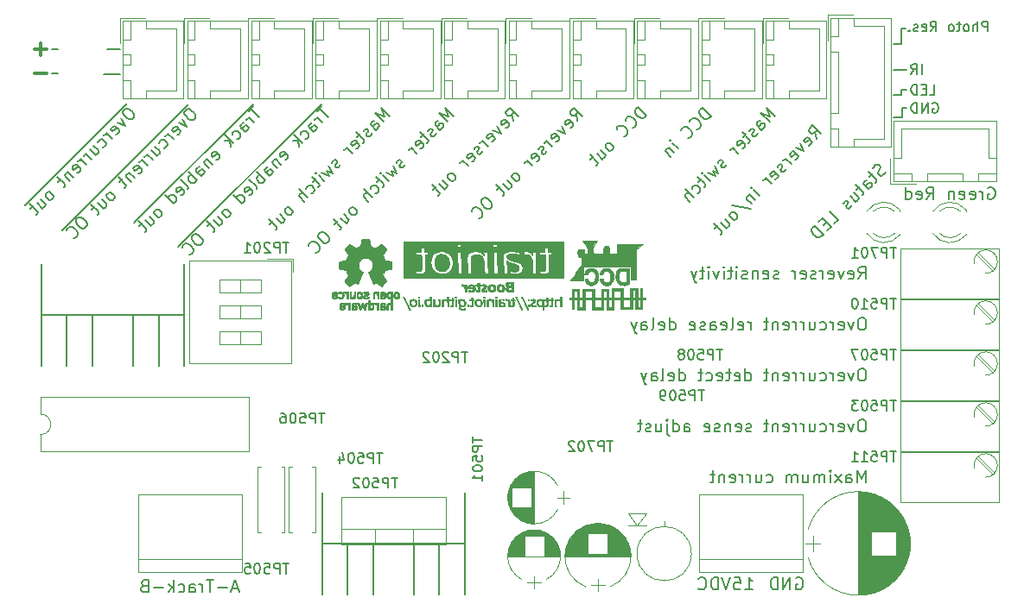
<source format=gbo>
G04 #@! TF.FileFunction,Legend,Bot*
%FSLAX46Y46*%
G04 Gerber Fmt 4.6, Leading zero omitted, Abs format (unit mm)*
G04 Created by KiCad (PCBNEW 4.0.7) date 01/01/18 15:21:48*
%MOMM*%
%LPD*%
G01*
G04 APERTURE LIST*
%ADD10C,0.100000*%
%ADD11C,0.200000*%
%ADD12C,0.300000*%
%ADD13C,0.150000*%
%ADD14C,0.120000*%
%ADD15C,0.010000*%
G04 APERTURE END LIST*
D10*
D11*
X108400000Y-85000000D02*
X109700000Y-85000000D01*
X108100000Y-87500000D02*
X109700000Y-87500000D01*
X103000000Y-87400000D02*
X103600000Y-87400000D01*
X103000000Y-85000000D02*
X103600000Y-85000000D01*
X186300000Y-91700000D02*
X185500000Y-91700000D01*
X186300000Y-90750000D02*
X186300000Y-91700000D01*
X186750000Y-90750000D02*
X186300000Y-90750000D01*
X186250000Y-89500000D02*
X185500000Y-89500000D01*
X186250000Y-89000000D02*
X186250000Y-89500000D01*
X186750000Y-89000000D02*
X186250000Y-89000000D01*
X186750000Y-87000000D02*
X185500000Y-87000000D01*
X186250000Y-84500000D02*
X185500000Y-84500000D01*
X186250000Y-83000000D02*
X186250000Y-84500000D01*
X186650000Y-83000000D02*
X186250000Y-83000000D01*
X188685713Y-99742857D02*
X189085713Y-99171429D01*
X189371428Y-99742857D02*
X189371428Y-98542857D01*
X188914285Y-98542857D01*
X188799999Y-98600000D01*
X188742856Y-98657143D01*
X188685713Y-98771429D01*
X188685713Y-98942857D01*
X188742856Y-99057143D01*
X188799999Y-99114286D01*
X188914285Y-99171429D01*
X189371428Y-99171429D01*
X187714285Y-99685714D02*
X187828571Y-99742857D01*
X188057142Y-99742857D01*
X188171428Y-99685714D01*
X188228571Y-99571429D01*
X188228571Y-99114286D01*
X188171428Y-99000000D01*
X188057142Y-98942857D01*
X187828571Y-98942857D01*
X187714285Y-99000000D01*
X187657142Y-99114286D01*
X187657142Y-99228571D01*
X188228571Y-99342857D01*
X186628571Y-99742857D02*
X186628571Y-98542857D01*
X186628571Y-99685714D02*
X186742857Y-99742857D01*
X186971428Y-99742857D01*
X187085714Y-99685714D01*
X187142857Y-99628571D01*
X187200000Y-99514286D01*
X187200000Y-99171429D01*
X187142857Y-99057143D01*
X187085714Y-99000000D01*
X186971428Y-98942857D01*
X186742857Y-98942857D01*
X186628571Y-99000000D01*
X194728570Y-98600000D02*
X194842856Y-98542857D01*
X195014285Y-98542857D01*
X195185713Y-98600000D01*
X195299999Y-98714286D01*
X195357142Y-98828571D01*
X195414285Y-99057143D01*
X195414285Y-99228571D01*
X195357142Y-99457143D01*
X195299999Y-99571429D01*
X195185713Y-99685714D01*
X195014285Y-99742857D01*
X194899999Y-99742857D01*
X194728570Y-99685714D01*
X194671427Y-99628571D01*
X194671427Y-99228571D01*
X194899999Y-99228571D01*
X194157142Y-99742857D02*
X194157142Y-98942857D01*
X194157142Y-99171429D02*
X194099999Y-99057143D01*
X194042856Y-99000000D01*
X193928570Y-98942857D01*
X193814285Y-98942857D01*
X192957142Y-99685714D02*
X193071428Y-99742857D01*
X193299999Y-99742857D01*
X193414285Y-99685714D01*
X193471428Y-99571429D01*
X193471428Y-99114286D01*
X193414285Y-99000000D01*
X193299999Y-98942857D01*
X193071428Y-98942857D01*
X192957142Y-99000000D01*
X192899999Y-99114286D01*
X192899999Y-99228571D01*
X193471428Y-99342857D01*
X191928571Y-99685714D02*
X192042857Y-99742857D01*
X192271428Y-99742857D01*
X192385714Y-99685714D01*
X192442857Y-99571429D01*
X192442857Y-99114286D01*
X192385714Y-99000000D01*
X192271428Y-98942857D01*
X192042857Y-98942857D01*
X191928571Y-99000000D01*
X191871428Y-99114286D01*
X191871428Y-99228571D01*
X192442857Y-99342857D01*
X191357143Y-98942857D02*
X191357143Y-99742857D01*
X191357143Y-99057143D02*
X191300000Y-99000000D01*
X191185714Y-98942857D01*
X191014286Y-98942857D01*
X190900000Y-99000000D01*
X190842857Y-99114286D01*
X190842857Y-99742857D01*
X189285714Y-90300000D02*
X189380952Y-90252381D01*
X189523809Y-90252381D01*
X189666667Y-90300000D01*
X189761905Y-90395238D01*
X189809524Y-90490476D01*
X189857143Y-90680952D01*
X189857143Y-90823810D01*
X189809524Y-91014286D01*
X189761905Y-91109524D01*
X189666667Y-91204762D01*
X189523809Y-91252381D01*
X189428571Y-91252381D01*
X189285714Y-91204762D01*
X189238095Y-91157143D01*
X189238095Y-90823810D01*
X189428571Y-90823810D01*
X188809524Y-91252381D02*
X188809524Y-90252381D01*
X188238095Y-91252381D01*
X188238095Y-90252381D01*
X187761905Y-91252381D02*
X187761905Y-90252381D01*
X187523810Y-90252381D01*
X187380952Y-90300000D01*
X187285714Y-90395238D01*
X187238095Y-90490476D01*
X187190476Y-90680952D01*
X187190476Y-90823810D01*
X187238095Y-91014286D01*
X187285714Y-91109524D01*
X187380952Y-91204762D01*
X187523810Y-91252381D01*
X187761905Y-91252381D01*
X189000000Y-89452381D02*
X189476191Y-89452381D01*
X189476191Y-88452381D01*
X188666667Y-88928571D02*
X188333333Y-88928571D01*
X188190476Y-89452381D02*
X188666667Y-89452381D01*
X188666667Y-88452381D01*
X188190476Y-88452381D01*
X187761905Y-89452381D02*
X187761905Y-88452381D01*
X187523810Y-88452381D01*
X187380952Y-88500000D01*
X187285714Y-88595238D01*
X187238095Y-88690476D01*
X187190476Y-88880952D01*
X187190476Y-89023810D01*
X187238095Y-89214286D01*
X187285714Y-89309524D01*
X187380952Y-89404762D01*
X187523810Y-89452381D01*
X187761905Y-89452381D01*
X188238095Y-87452381D02*
X188238095Y-86452381D01*
X187190476Y-87452381D02*
X187523810Y-86976190D01*
X187761905Y-87452381D02*
X187761905Y-86452381D01*
X187380952Y-86452381D01*
X187285714Y-86500000D01*
X187238095Y-86547619D01*
X187190476Y-86642857D01*
X187190476Y-86785714D01*
X187238095Y-86880952D01*
X187285714Y-86928571D01*
X187380952Y-86976190D01*
X187761905Y-86976190D01*
X194702382Y-83252381D02*
X194702382Y-82252381D01*
X194321429Y-82252381D01*
X194226191Y-82300000D01*
X194178572Y-82347619D01*
X194130953Y-82442857D01*
X194130953Y-82585714D01*
X194178572Y-82680952D01*
X194226191Y-82728571D01*
X194321429Y-82776190D01*
X194702382Y-82776190D01*
X193702382Y-83252381D02*
X193702382Y-82252381D01*
X193273810Y-83252381D02*
X193273810Y-82728571D01*
X193321429Y-82633333D01*
X193416667Y-82585714D01*
X193559525Y-82585714D01*
X193654763Y-82633333D01*
X193702382Y-82680952D01*
X192654763Y-83252381D02*
X192750001Y-83204762D01*
X192797620Y-83157143D01*
X192845239Y-83061905D01*
X192845239Y-82776190D01*
X192797620Y-82680952D01*
X192750001Y-82633333D01*
X192654763Y-82585714D01*
X192511905Y-82585714D01*
X192416667Y-82633333D01*
X192369048Y-82680952D01*
X192321429Y-82776190D01*
X192321429Y-83061905D01*
X192369048Y-83157143D01*
X192416667Y-83204762D01*
X192511905Y-83252381D01*
X192654763Y-83252381D01*
X192035715Y-82585714D02*
X191654763Y-82585714D01*
X191892858Y-82252381D02*
X191892858Y-83109524D01*
X191845239Y-83204762D01*
X191750001Y-83252381D01*
X191654763Y-83252381D01*
X191178572Y-83252381D02*
X191273810Y-83204762D01*
X191321429Y-83157143D01*
X191369048Y-83061905D01*
X191369048Y-82776190D01*
X191321429Y-82680952D01*
X191273810Y-82633333D01*
X191178572Y-82585714D01*
X191035714Y-82585714D01*
X190940476Y-82633333D01*
X190892857Y-82680952D01*
X190845238Y-82776190D01*
X190845238Y-83061905D01*
X190892857Y-83157143D01*
X190940476Y-83204762D01*
X191035714Y-83252381D01*
X191178572Y-83252381D01*
X189083333Y-83252381D02*
X189416667Y-82776190D01*
X189654762Y-83252381D02*
X189654762Y-82252381D01*
X189273809Y-82252381D01*
X189178571Y-82300000D01*
X189130952Y-82347619D01*
X189083333Y-82442857D01*
X189083333Y-82585714D01*
X189130952Y-82680952D01*
X189178571Y-82728571D01*
X189273809Y-82776190D01*
X189654762Y-82776190D01*
X188273809Y-83204762D02*
X188369047Y-83252381D01*
X188559524Y-83252381D01*
X188654762Y-83204762D01*
X188702381Y-83109524D01*
X188702381Y-82728571D01*
X188654762Y-82633333D01*
X188559524Y-82585714D01*
X188369047Y-82585714D01*
X188273809Y-82633333D01*
X188226190Y-82728571D01*
X188226190Y-82823810D01*
X188702381Y-82919048D01*
X187845238Y-83204762D02*
X187750000Y-83252381D01*
X187559524Y-83252381D01*
X187464285Y-83204762D01*
X187416666Y-83109524D01*
X187416666Y-83061905D01*
X187464285Y-82966667D01*
X187559524Y-82919048D01*
X187702381Y-82919048D01*
X187797619Y-82871429D01*
X187845238Y-82776190D01*
X187845238Y-82728571D01*
X187797619Y-82633333D01*
X187702381Y-82585714D01*
X187559524Y-82585714D01*
X187464285Y-82633333D01*
X186988095Y-83157143D02*
X186940476Y-83204762D01*
X186988095Y-83252381D01*
X187035714Y-83204762D01*
X186988095Y-83157143D01*
X186988095Y-83252381D01*
D12*
X102471428Y-87407143D02*
X101328571Y-87407143D01*
X102471428Y-85007143D02*
X101328571Y-85007143D01*
X101900000Y-85578571D02*
X101900000Y-84435714D01*
D11*
X182714286Y-127542857D02*
X182714286Y-126342857D01*
X182314286Y-127200000D01*
X181914286Y-126342857D01*
X181914286Y-127542857D01*
X180828571Y-127542857D02*
X180828571Y-126914286D01*
X180885714Y-126800000D01*
X181000000Y-126742857D01*
X181228571Y-126742857D01*
X181342857Y-126800000D01*
X180828571Y-127485714D02*
X180942857Y-127542857D01*
X181228571Y-127542857D01*
X181342857Y-127485714D01*
X181400000Y-127371429D01*
X181400000Y-127257143D01*
X181342857Y-127142857D01*
X181228571Y-127085714D01*
X180942857Y-127085714D01*
X180828571Y-127028571D01*
X180371428Y-127542857D02*
X179742857Y-126742857D01*
X180371428Y-126742857D02*
X179742857Y-127542857D01*
X179285714Y-127542857D02*
X179285714Y-126742857D01*
X179285714Y-126342857D02*
X179342857Y-126400000D01*
X179285714Y-126457143D01*
X179228571Y-126400000D01*
X179285714Y-126342857D01*
X179285714Y-126457143D01*
X178714285Y-127542857D02*
X178714285Y-126742857D01*
X178714285Y-126857143D02*
X178657142Y-126800000D01*
X178542856Y-126742857D01*
X178371428Y-126742857D01*
X178257142Y-126800000D01*
X178199999Y-126914286D01*
X178199999Y-127542857D01*
X178199999Y-126914286D02*
X178142856Y-126800000D01*
X178028570Y-126742857D01*
X177857142Y-126742857D01*
X177742856Y-126800000D01*
X177685713Y-126914286D01*
X177685713Y-127542857D01*
X176599999Y-126742857D02*
X176599999Y-127542857D01*
X177114285Y-126742857D02*
X177114285Y-127371429D01*
X177057142Y-127485714D01*
X176942856Y-127542857D01*
X176771428Y-127542857D01*
X176657142Y-127485714D01*
X176599999Y-127428571D01*
X176028571Y-127542857D02*
X176028571Y-126742857D01*
X176028571Y-126857143D02*
X175971428Y-126800000D01*
X175857142Y-126742857D01*
X175685714Y-126742857D01*
X175571428Y-126800000D01*
X175514285Y-126914286D01*
X175514285Y-127542857D01*
X175514285Y-126914286D02*
X175457142Y-126800000D01*
X175342856Y-126742857D01*
X175171428Y-126742857D01*
X175057142Y-126800000D01*
X174999999Y-126914286D01*
X174999999Y-127542857D01*
X172999999Y-127485714D02*
X173114285Y-127542857D01*
X173342856Y-127542857D01*
X173457142Y-127485714D01*
X173514285Y-127428571D01*
X173571428Y-127314286D01*
X173571428Y-126971429D01*
X173514285Y-126857143D01*
X173457142Y-126800000D01*
X173342856Y-126742857D01*
X173114285Y-126742857D01*
X172999999Y-126800000D01*
X171971428Y-126742857D02*
X171971428Y-127542857D01*
X172485714Y-126742857D02*
X172485714Y-127371429D01*
X172428571Y-127485714D01*
X172314285Y-127542857D01*
X172142857Y-127542857D01*
X172028571Y-127485714D01*
X171971428Y-127428571D01*
X171400000Y-127542857D02*
X171400000Y-126742857D01*
X171400000Y-126971429D02*
X171342857Y-126857143D01*
X171285714Y-126800000D01*
X171171428Y-126742857D01*
X171057143Y-126742857D01*
X170657143Y-127542857D02*
X170657143Y-126742857D01*
X170657143Y-126971429D02*
X170600000Y-126857143D01*
X170542857Y-126800000D01*
X170428571Y-126742857D01*
X170314286Y-126742857D01*
X169457143Y-127485714D02*
X169571429Y-127542857D01*
X169800000Y-127542857D01*
X169914286Y-127485714D01*
X169971429Y-127371429D01*
X169971429Y-126914286D01*
X169914286Y-126800000D01*
X169800000Y-126742857D01*
X169571429Y-126742857D01*
X169457143Y-126800000D01*
X169400000Y-126914286D01*
X169400000Y-127028571D01*
X169971429Y-127142857D01*
X168885715Y-126742857D02*
X168885715Y-127542857D01*
X168885715Y-126857143D02*
X168828572Y-126800000D01*
X168714286Y-126742857D01*
X168542858Y-126742857D01*
X168428572Y-126800000D01*
X168371429Y-126914286D01*
X168371429Y-127542857D01*
X167971429Y-126742857D02*
X167514286Y-126742857D01*
X167800001Y-126342857D02*
X167800001Y-127371429D01*
X167742858Y-127485714D01*
X167628572Y-127542857D01*
X167514286Y-127542857D01*
X182485714Y-121342857D02*
X182257143Y-121342857D01*
X182142857Y-121400000D01*
X182028571Y-121514286D01*
X181971429Y-121742857D01*
X181971429Y-122142857D01*
X182028571Y-122371429D01*
X182142857Y-122485714D01*
X182257143Y-122542857D01*
X182485714Y-122542857D01*
X182600000Y-122485714D01*
X182714286Y-122371429D01*
X182771429Y-122142857D01*
X182771429Y-121742857D01*
X182714286Y-121514286D01*
X182600000Y-121400000D01*
X182485714Y-121342857D01*
X181571428Y-121742857D02*
X181285714Y-122542857D01*
X181000000Y-121742857D01*
X180085714Y-122485714D02*
X180200000Y-122542857D01*
X180428571Y-122542857D01*
X180542857Y-122485714D01*
X180600000Y-122371429D01*
X180600000Y-121914286D01*
X180542857Y-121800000D01*
X180428571Y-121742857D01*
X180200000Y-121742857D01*
X180085714Y-121800000D01*
X180028571Y-121914286D01*
X180028571Y-122028571D01*
X180600000Y-122142857D01*
X179514286Y-122542857D02*
X179514286Y-121742857D01*
X179514286Y-121971429D02*
X179457143Y-121857143D01*
X179400000Y-121800000D01*
X179285714Y-121742857D01*
X179171429Y-121742857D01*
X178257143Y-122485714D02*
X178371429Y-122542857D01*
X178600000Y-122542857D01*
X178714286Y-122485714D01*
X178771429Y-122428571D01*
X178828572Y-122314286D01*
X178828572Y-121971429D01*
X178771429Y-121857143D01*
X178714286Y-121800000D01*
X178600000Y-121742857D01*
X178371429Y-121742857D01*
X178257143Y-121800000D01*
X177228572Y-121742857D02*
X177228572Y-122542857D01*
X177742858Y-121742857D02*
X177742858Y-122371429D01*
X177685715Y-122485714D01*
X177571429Y-122542857D01*
X177400001Y-122542857D01*
X177285715Y-122485714D01*
X177228572Y-122428571D01*
X176657144Y-122542857D02*
X176657144Y-121742857D01*
X176657144Y-121971429D02*
X176600001Y-121857143D01*
X176542858Y-121800000D01*
X176428572Y-121742857D01*
X176314287Y-121742857D01*
X175914287Y-122542857D02*
X175914287Y-121742857D01*
X175914287Y-121971429D02*
X175857144Y-121857143D01*
X175800001Y-121800000D01*
X175685715Y-121742857D01*
X175571430Y-121742857D01*
X174714287Y-122485714D02*
X174828573Y-122542857D01*
X175057144Y-122542857D01*
X175171430Y-122485714D01*
X175228573Y-122371429D01*
X175228573Y-121914286D01*
X175171430Y-121800000D01*
X175057144Y-121742857D01*
X174828573Y-121742857D01*
X174714287Y-121800000D01*
X174657144Y-121914286D01*
X174657144Y-122028571D01*
X175228573Y-122142857D01*
X174142859Y-121742857D02*
X174142859Y-122542857D01*
X174142859Y-121857143D02*
X174085716Y-121800000D01*
X173971430Y-121742857D01*
X173800002Y-121742857D01*
X173685716Y-121800000D01*
X173628573Y-121914286D01*
X173628573Y-122542857D01*
X173228573Y-121742857D02*
X172771430Y-121742857D01*
X173057145Y-121342857D02*
X173057145Y-122371429D01*
X173000002Y-122485714D01*
X172885716Y-122542857D01*
X172771430Y-122542857D01*
X171514288Y-122485714D02*
X171400002Y-122542857D01*
X171171430Y-122542857D01*
X171057145Y-122485714D01*
X171000002Y-122371429D01*
X171000002Y-122314286D01*
X171057145Y-122200000D01*
X171171430Y-122142857D01*
X171342859Y-122142857D01*
X171457145Y-122085714D01*
X171514288Y-121971429D01*
X171514288Y-121914286D01*
X171457145Y-121800000D01*
X171342859Y-121742857D01*
X171171430Y-121742857D01*
X171057145Y-121800000D01*
X170028573Y-122485714D02*
X170142859Y-122542857D01*
X170371430Y-122542857D01*
X170485716Y-122485714D01*
X170542859Y-122371429D01*
X170542859Y-121914286D01*
X170485716Y-121800000D01*
X170371430Y-121742857D01*
X170142859Y-121742857D01*
X170028573Y-121800000D01*
X169971430Y-121914286D01*
X169971430Y-122028571D01*
X170542859Y-122142857D01*
X169457145Y-121742857D02*
X169457145Y-122542857D01*
X169457145Y-121857143D02*
X169400002Y-121800000D01*
X169285716Y-121742857D01*
X169114288Y-121742857D01*
X169000002Y-121800000D01*
X168942859Y-121914286D01*
X168942859Y-122542857D01*
X168428574Y-122485714D02*
X168314288Y-122542857D01*
X168085716Y-122542857D01*
X167971431Y-122485714D01*
X167914288Y-122371429D01*
X167914288Y-122314286D01*
X167971431Y-122200000D01*
X168085716Y-122142857D01*
X168257145Y-122142857D01*
X168371431Y-122085714D01*
X168428574Y-121971429D01*
X168428574Y-121914286D01*
X168371431Y-121800000D01*
X168257145Y-121742857D01*
X168085716Y-121742857D01*
X167971431Y-121800000D01*
X166942859Y-122485714D02*
X167057145Y-122542857D01*
X167285716Y-122542857D01*
X167400002Y-122485714D01*
X167457145Y-122371429D01*
X167457145Y-121914286D01*
X167400002Y-121800000D01*
X167285716Y-121742857D01*
X167057145Y-121742857D01*
X166942859Y-121800000D01*
X166885716Y-121914286D01*
X166885716Y-122028571D01*
X167457145Y-122142857D01*
X164942859Y-122542857D02*
X164942859Y-121914286D01*
X165000002Y-121800000D01*
X165114288Y-121742857D01*
X165342859Y-121742857D01*
X165457145Y-121800000D01*
X164942859Y-122485714D02*
X165057145Y-122542857D01*
X165342859Y-122542857D01*
X165457145Y-122485714D01*
X165514288Y-122371429D01*
X165514288Y-122257143D01*
X165457145Y-122142857D01*
X165342859Y-122085714D01*
X165057145Y-122085714D01*
X164942859Y-122028571D01*
X163857145Y-122542857D02*
X163857145Y-121342857D01*
X163857145Y-122485714D02*
X163971431Y-122542857D01*
X164200002Y-122542857D01*
X164314288Y-122485714D01*
X164371431Y-122428571D01*
X164428574Y-122314286D01*
X164428574Y-121971429D01*
X164371431Y-121857143D01*
X164314288Y-121800000D01*
X164200002Y-121742857D01*
X163971431Y-121742857D01*
X163857145Y-121800000D01*
X163285717Y-121742857D02*
X163285717Y-122771429D01*
X163342860Y-122885714D01*
X163457145Y-122942857D01*
X163514288Y-122942857D01*
X163285717Y-121342857D02*
X163342860Y-121400000D01*
X163285717Y-121457143D01*
X163228574Y-121400000D01*
X163285717Y-121342857D01*
X163285717Y-121457143D01*
X162200002Y-121742857D02*
X162200002Y-122542857D01*
X162714288Y-121742857D02*
X162714288Y-122371429D01*
X162657145Y-122485714D01*
X162542859Y-122542857D01*
X162371431Y-122542857D01*
X162257145Y-122485714D01*
X162200002Y-122428571D01*
X161685717Y-122485714D02*
X161571431Y-122542857D01*
X161342859Y-122542857D01*
X161228574Y-122485714D01*
X161171431Y-122371429D01*
X161171431Y-122314286D01*
X161228574Y-122200000D01*
X161342859Y-122142857D01*
X161514288Y-122142857D01*
X161628574Y-122085714D01*
X161685717Y-121971429D01*
X161685717Y-121914286D01*
X161628574Y-121800000D01*
X161514288Y-121742857D01*
X161342859Y-121742857D01*
X161228574Y-121800000D01*
X160828573Y-121742857D02*
X160371430Y-121742857D01*
X160657145Y-121342857D02*
X160657145Y-122371429D01*
X160600002Y-122485714D01*
X160485716Y-122542857D01*
X160371430Y-122542857D01*
X182485714Y-116342857D02*
X182257143Y-116342857D01*
X182142857Y-116400000D01*
X182028571Y-116514286D01*
X181971429Y-116742857D01*
X181971429Y-117142857D01*
X182028571Y-117371429D01*
X182142857Y-117485714D01*
X182257143Y-117542857D01*
X182485714Y-117542857D01*
X182600000Y-117485714D01*
X182714286Y-117371429D01*
X182771429Y-117142857D01*
X182771429Y-116742857D01*
X182714286Y-116514286D01*
X182600000Y-116400000D01*
X182485714Y-116342857D01*
X181571428Y-116742857D02*
X181285714Y-117542857D01*
X181000000Y-116742857D01*
X180085714Y-117485714D02*
X180200000Y-117542857D01*
X180428571Y-117542857D01*
X180542857Y-117485714D01*
X180600000Y-117371429D01*
X180600000Y-116914286D01*
X180542857Y-116800000D01*
X180428571Y-116742857D01*
X180200000Y-116742857D01*
X180085714Y-116800000D01*
X180028571Y-116914286D01*
X180028571Y-117028571D01*
X180600000Y-117142857D01*
X179514286Y-117542857D02*
X179514286Y-116742857D01*
X179514286Y-116971429D02*
X179457143Y-116857143D01*
X179400000Y-116800000D01*
X179285714Y-116742857D01*
X179171429Y-116742857D01*
X178257143Y-117485714D02*
X178371429Y-117542857D01*
X178600000Y-117542857D01*
X178714286Y-117485714D01*
X178771429Y-117428571D01*
X178828572Y-117314286D01*
X178828572Y-116971429D01*
X178771429Y-116857143D01*
X178714286Y-116800000D01*
X178600000Y-116742857D01*
X178371429Y-116742857D01*
X178257143Y-116800000D01*
X177228572Y-116742857D02*
X177228572Y-117542857D01*
X177742858Y-116742857D02*
X177742858Y-117371429D01*
X177685715Y-117485714D01*
X177571429Y-117542857D01*
X177400001Y-117542857D01*
X177285715Y-117485714D01*
X177228572Y-117428571D01*
X176657144Y-117542857D02*
X176657144Y-116742857D01*
X176657144Y-116971429D02*
X176600001Y-116857143D01*
X176542858Y-116800000D01*
X176428572Y-116742857D01*
X176314287Y-116742857D01*
X175914287Y-117542857D02*
X175914287Y-116742857D01*
X175914287Y-116971429D02*
X175857144Y-116857143D01*
X175800001Y-116800000D01*
X175685715Y-116742857D01*
X175571430Y-116742857D01*
X174714287Y-117485714D02*
X174828573Y-117542857D01*
X175057144Y-117542857D01*
X175171430Y-117485714D01*
X175228573Y-117371429D01*
X175228573Y-116914286D01*
X175171430Y-116800000D01*
X175057144Y-116742857D01*
X174828573Y-116742857D01*
X174714287Y-116800000D01*
X174657144Y-116914286D01*
X174657144Y-117028571D01*
X175228573Y-117142857D01*
X174142859Y-116742857D02*
X174142859Y-117542857D01*
X174142859Y-116857143D02*
X174085716Y-116800000D01*
X173971430Y-116742857D01*
X173800002Y-116742857D01*
X173685716Y-116800000D01*
X173628573Y-116914286D01*
X173628573Y-117542857D01*
X173228573Y-116742857D02*
X172771430Y-116742857D01*
X173057145Y-116342857D02*
X173057145Y-117371429D01*
X173000002Y-117485714D01*
X172885716Y-117542857D01*
X172771430Y-117542857D01*
X170942859Y-117542857D02*
X170942859Y-116342857D01*
X170942859Y-117485714D02*
X171057145Y-117542857D01*
X171285716Y-117542857D01*
X171400002Y-117485714D01*
X171457145Y-117428571D01*
X171514288Y-117314286D01*
X171514288Y-116971429D01*
X171457145Y-116857143D01*
X171400002Y-116800000D01*
X171285716Y-116742857D01*
X171057145Y-116742857D01*
X170942859Y-116800000D01*
X169914288Y-117485714D02*
X170028574Y-117542857D01*
X170257145Y-117542857D01*
X170371431Y-117485714D01*
X170428574Y-117371429D01*
X170428574Y-116914286D01*
X170371431Y-116800000D01*
X170257145Y-116742857D01*
X170028574Y-116742857D01*
X169914288Y-116800000D01*
X169857145Y-116914286D01*
X169857145Y-117028571D01*
X170428574Y-117142857D01*
X169514288Y-116742857D02*
X169057145Y-116742857D01*
X169342860Y-116342857D02*
X169342860Y-117371429D01*
X169285717Y-117485714D01*
X169171431Y-117542857D01*
X169057145Y-117542857D01*
X168200003Y-117485714D02*
X168314289Y-117542857D01*
X168542860Y-117542857D01*
X168657146Y-117485714D01*
X168714289Y-117371429D01*
X168714289Y-116914286D01*
X168657146Y-116800000D01*
X168542860Y-116742857D01*
X168314289Y-116742857D01*
X168200003Y-116800000D01*
X168142860Y-116914286D01*
X168142860Y-117028571D01*
X168714289Y-117142857D01*
X167114289Y-117485714D02*
X167228575Y-117542857D01*
X167457146Y-117542857D01*
X167571432Y-117485714D01*
X167628575Y-117428571D01*
X167685718Y-117314286D01*
X167685718Y-116971429D01*
X167628575Y-116857143D01*
X167571432Y-116800000D01*
X167457146Y-116742857D01*
X167228575Y-116742857D01*
X167114289Y-116800000D01*
X166771432Y-116742857D02*
X166314289Y-116742857D01*
X166600004Y-116342857D02*
X166600004Y-117371429D01*
X166542861Y-117485714D01*
X166428575Y-117542857D01*
X166314289Y-117542857D01*
X164485718Y-117542857D02*
X164485718Y-116342857D01*
X164485718Y-117485714D02*
X164600004Y-117542857D01*
X164828575Y-117542857D01*
X164942861Y-117485714D01*
X165000004Y-117428571D01*
X165057147Y-117314286D01*
X165057147Y-116971429D01*
X165000004Y-116857143D01*
X164942861Y-116800000D01*
X164828575Y-116742857D01*
X164600004Y-116742857D01*
X164485718Y-116800000D01*
X163457147Y-117485714D02*
X163571433Y-117542857D01*
X163800004Y-117542857D01*
X163914290Y-117485714D01*
X163971433Y-117371429D01*
X163971433Y-116914286D01*
X163914290Y-116800000D01*
X163800004Y-116742857D01*
X163571433Y-116742857D01*
X163457147Y-116800000D01*
X163400004Y-116914286D01*
X163400004Y-117028571D01*
X163971433Y-117142857D01*
X162714290Y-117542857D02*
X162828576Y-117485714D01*
X162885719Y-117371429D01*
X162885719Y-116342857D01*
X161742862Y-117542857D02*
X161742862Y-116914286D01*
X161800005Y-116800000D01*
X161914291Y-116742857D01*
X162142862Y-116742857D01*
X162257148Y-116800000D01*
X161742862Y-117485714D02*
X161857148Y-117542857D01*
X162142862Y-117542857D01*
X162257148Y-117485714D01*
X162314291Y-117371429D01*
X162314291Y-117257143D01*
X162257148Y-117142857D01*
X162142862Y-117085714D01*
X161857148Y-117085714D01*
X161742862Y-117028571D01*
X161285719Y-116742857D02*
X161000005Y-117542857D01*
X160714291Y-116742857D02*
X161000005Y-117542857D01*
X161114291Y-117828571D01*
X161171434Y-117885714D01*
X161285719Y-117942857D01*
X182485714Y-111342857D02*
X182257143Y-111342857D01*
X182142857Y-111400000D01*
X182028571Y-111514286D01*
X181971429Y-111742857D01*
X181971429Y-112142857D01*
X182028571Y-112371429D01*
X182142857Y-112485714D01*
X182257143Y-112542857D01*
X182485714Y-112542857D01*
X182600000Y-112485714D01*
X182714286Y-112371429D01*
X182771429Y-112142857D01*
X182771429Y-111742857D01*
X182714286Y-111514286D01*
X182600000Y-111400000D01*
X182485714Y-111342857D01*
X181571428Y-111742857D02*
X181285714Y-112542857D01*
X181000000Y-111742857D01*
X180085714Y-112485714D02*
X180200000Y-112542857D01*
X180428571Y-112542857D01*
X180542857Y-112485714D01*
X180600000Y-112371429D01*
X180600000Y-111914286D01*
X180542857Y-111800000D01*
X180428571Y-111742857D01*
X180200000Y-111742857D01*
X180085714Y-111800000D01*
X180028571Y-111914286D01*
X180028571Y-112028571D01*
X180600000Y-112142857D01*
X179514286Y-112542857D02*
X179514286Y-111742857D01*
X179514286Y-111971429D02*
X179457143Y-111857143D01*
X179400000Y-111800000D01*
X179285714Y-111742857D01*
X179171429Y-111742857D01*
X178257143Y-112485714D02*
X178371429Y-112542857D01*
X178600000Y-112542857D01*
X178714286Y-112485714D01*
X178771429Y-112428571D01*
X178828572Y-112314286D01*
X178828572Y-111971429D01*
X178771429Y-111857143D01*
X178714286Y-111800000D01*
X178600000Y-111742857D01*
X178371429Y-111742857D01*
X178257143Y-111800000D01*
X177228572Y-111742857D02*
X177228572Y-112542857D01*
X177742858Y-111742857D02*
X177742858Y-112371429D01*
X177685715Y-112485714D01*
X177571429Y-112542857D01*
X177400001Y-112542857D01*
X177285715Y-112485714D01*
X177228572Y-112428571D01*
X176657144Y-112542857D02*
X176657144Y-111742857D01*
X176657144Y-111971429D02*
X176600001Y-111857143D01*
X176542858Y-111800000D01*
X176428572Y-111742857D01*
X176314287Y-111742857D01*
X175914287Y-112542857D02*
X175914287Y-111742857D01*
X175914287Y-111971429D02*
X175857144Y-111857143D01*
X175800001Y-111800000D01*
X175685715Y-111742857D01*
X175571430Y-111742857D01*
X174714287Y-112485714D02*
X174828573Y-112542857D01*
X175057144Y-112542857D01*
X175171430Y-112485714D01*
X175228573Y-112371429D01*
X175228573Y-111914286D01*
X175171430Y-111800000D01*
X175057144Y-111742857D01*
X174828573Y-111742857D01*
X174714287Y-111800000D01*
X174657144Y-111914286D01*
X174657144Y-112028571D01*
X175228573Y-112142857D01*
X174142859Y-111742857D02*
X174142859Y-112542857D01*
X174142859Y-111857143D02*
X174085716Y-111800000D01*
X173971430Y-111742857D01*
X173800002Y-111742857D01*
X173685716Y-111800000D01*
X173628573Y-111914286D01*
X173628573Y-112542857D01*
X173228573Y-111742857D02*
X172771430Y-111742857D01*
X173057145Y-111342857D02*
X173057145Y-112371429D01*
X173000002Y-112485714D01*
X172885716Y-112542857D01*
X172771430Y-112542857D01*
X171457145Y-112542857D02*
X171457145Y-111742857D01*
X171457145Y-111971429D02*
X171400002Y-111857143D01*
X171342859Y-111800000D01*
X171228573Y-111742857D01*
X171114288Y-111742857D01*
X170257145Y-112485714D02*
X170371431Y-112542857D01*
X170600002Y-112542857D01*
X170714288Y-112485714D01*
X170771431Y-112371429D01*
X170771431Y-111914286D01*
X170714288Y-111800000D01*
X170600002Y-111742857D01*
X170371431Y-111742857D01*
X170257145Y-111800000D01*
X170200002Y-111914286D01*
X170200002Y-112028571D01*
X170771431Y-112142857D01*
X169514288Y-112542857D02*
X169628574Y-112485714D01*
X169685717Y-112371429D01*
X169685717Y-111342857D01*
X168600003Y-112485714D02*
X168714289Y-112542857D01*
X168942860Y-112542857D01*
X169057146Y-112485714D01*
X169114289Y-112371429D01*
X169114289Y-111914286D01*
X169057146Y-111800000D01*
X168942860Y-111742857D01*
X168714289Y-111742857D01*
X168600003Y-111800000D01*
X168542860Y-111914286D01*
X168542860Y-112028571D01*
X169114289Y-112142857D01*
X167514289Y-112542857D02*
X167514289Y-111914286D01*
X167571432Y-111800000D01*
X167685718Y-111742857D01*
X167914289Y-111742857D01*
X168028575Y-111800000D01*
X167514289Y-112485714D02*
X167628575Y-112542857D01*
X167914289Y-112542857D01*
X168028575Y-112485714D01*
X168085718Y-112371429D01*
X168085718Y-112257143D01*
X168028575Y-112142857D01*
X167914289Y-112085714D01*
X167628575Y-112085714D01*
X167514289Y-112028571D01*
X167000004Y-112485714D02*
X166885718Y-112542857D01*
X166657146Y-112542857D01*
X166542861Y-112485714D01*
X166485718Y-112371429D01*
X166485718Y-112314286D01*
X166542861Y-112200000D01*
X166657146Y-112142857D01*
X166828575Y-112142857D01*
X166942861Y-112085714D01*
X167000004Y-111971429D01*
X167000004Y-111914286D01*
X166942861Y-111800000D01*
X166828575Y-111742857D01*
X166657146Y-111742857D01*
X166542861Y-111800000D01*
X165514289Y-112485714D02*
X165628575Y-112542857D01*
X165857146Y-112542857D01*
X165971432Y-112485714D01*
X166028575Y-112371429D01*
X166028575Y-111914286D01*
X165971432Y-111800000D01*
X165857146Y-111742857D01*
X165628575Y-111742857D01*
X165514289Y-111800000D01*
X165457146Y-111914286D01*
X165457146Y-112028571D01*
X166028575Y-112142857D01*
X163514289Y-112542857D02*
X163514289Y-111342857D01*
X163514289Y-112485714D02*
X163628575Y-112542857D01*
X163857146Y-112542857D01*
X163971432Y-112485714D01*
X164028575Y-112428571D01*
X164085718Y-112314286D01*
X164085718Y-111971429D01*
X164028575Y-111857143D01*
X163971432Y-111800000D01*
X163857146Y-111742857D01*
X163628575Y-111742857D01*
X163514289Y-111800000D01*
X162485718Y-112485714D02*
X162600004Y-112542857D01*
X162828575Y-112542857D01*
X162942861Y-112485714D01*
X163000004Y-112371429D01*
X163000004Y-111914286D01*
X162942861Y-111800000D01*
X162828575Y-111742857D01*
X162600004Y-111742857D01*
X162485718Y-111800000D01*
X162428575Y-111914286D01*
X162428575Y-112028571D01*
X163000004Y-112142857D01*
X161742861Y-112542857D02*
X161857147Y-112485714D01*
X161914290Y-112371429D01*
X161914290Y-111342857D01*
X160771433Y-112542857D02*
X160771433Y-111914286D01*
X160828576Y-111800000D01*
X160942862Y-111742857D01*
X161171433Y-111742857D01*
X161285719Y-111800000D01*
X160771433Y-112485714D02*
X160885719Y-112542857D01*
X161171433Y-112542857D01*
X161285719Y-112485714D01*
X161342862Y-112371429D01*
X161342862Y-112257143D01*
X161285719Y-112142857D01*
X161171433Y-112085714D01*
X160885719Y-112085714D01*
X160771433Y-112028571D01*
X160314290Y-111742857D02*
X160028576Y-112542857D01*
X159742862Y-111742857D02*
X160028576Y-112542857D01*
X160142862Y-112828571D01*
X160200005Y-112885714D01*
X160314290Y-112942857D01*
X182028571Y-107542857D02*
X182428571Y-106971429D01*
X182714286Y-107542857D02*
X182714286Y-106342857D01*
X182257143Y-106342857D01*
X182142857Y-106400000D01*
X182085714Y-106457143D01*
X182028571Y-106571429D01*
X182028571Y-106742857D01*
X182085714Y-106857143D01*
X182142857Y-106914286D01*
X182257143Y-106971429D01*
X182714286Y-106971429D01*
X181057143Y-107485714D02*
X181171429Y-107542857D01*
X181400000Y-107542857D01*
X181514286Y-107485714D01*
X181571429Y-107371429D01*
X181571429Y-106914286D01*
X181514286Y-106800000D01*
X181400000Y-106742857D01*
X181171429Y-106742857D01*
X181057143Y-106800000D01*
X181000000Y-106914286D01*
X181000000Y-107028571D01*
X181571429Y-107142857D01*
X180600000Y-106742857D02*
X180314286Y-107542857D01*
X180028572Y-106742857D01*
X179114286Y-107485714D02*
X179228572Y-107542857D01*
X179457143Y-107542857D01*
X179571429Y-107485714D01*
X179628572Y-107371429D01*
X179628572Y-106914286D01*
X179571429Y-106800000D01*
X179457143Y-106742857D01*
X179228572Y-106742857D01*
X179114286Y-106800000D01*
X179057143Y-106914286D01*
X179057143Y-107028571D01*
X179628572Y-107142857D01*
X178542858Y-107542857D02*
X178542858Y-106742857D01*
X178542858Y-106971429D02*
X178485715Y-106857143D01*
X178428572Y-106800000D01*
X178314286Y-106742857D01*
X178200001Y-106742857D01*
X177857144Y-107485714D02*
X177742858Y-107542857D01*
X177514286Y-107542857D01*
X177400001Y-107485714D01*
X177342858Y-107371429D01*
X177342858Y-107314286D01*
X177400001Y-107200000D01*
X177514286Y-107142857D01*
X177685715Y-107142857D01*
X177800001Y-107085714D01*
X177857144Y-106971429D01*
X177857144Y-106914286D01*
X177800001Y-106800000D01*
X177685715Y-106742857D01*
X177514286Y-106742857D01*
X177400001Y-106800000D01*
X176371429Y-107485714D02*
X176485715Y-107542857D01*
X176714286Y-107542857D01*
X176828572Y-107485714D01*
X176885715Y-107371429D01*
X176885715Y-106914286D01*
X176828572Y-106800000D01*
X176714286Y-106742857D01*
X176485715Y-106742857D01*
X176371429Y-106800000D01*
X176314286Y-106914286D01*
X176314286Y-107028571D01*
X176885715Y-107142857D01*
X175800001Y-107542857D02*
X175800001Y-106742857D01*
X175800001Y-106971429D02*
X175742858Y-106857143D01*
X175685715Y-106800000D01*
X175571429Y-106742857D01*
X175457144Y-106742857D01*
X174200001Y-107485714D02*
X174085715Y-107542857D01*
X173857143Y-107542857D01*
X173742858Y-107485714D01*
X173685715Y-107371429D01*
X173685715Y-107314286D01*
X173742858Y-107200000D01*
X173857143Y-107142857D01*
X174028572Y-107142857D01*
X174142858Y-107085714D01*
X174200001Y-106971429D01*
X174200001Y-106914286D01*
X174142858Y-106800000D01*
X174028572Y-106742857D01*
X173857143Y-106742857D01*
X173742858Y-106800000D01*
X172714286Y-107485714D02*
X172828572Y-107542857D01*
X173057143Y-107542857D01*
X173171429Y-107485714D01*
X173228572Y-107371429D01*
X173228572Y-106914286D01*
X173171429Y-106800000D01*
X173057143Y-106742857D01*
X172828572Y-106742857D01*
X172714286Y-106800000D01*
X172657143Y-106914286D01*
X172657143Y-107028571D01*
X173228572Y-107142857D01*
X172142858Y-106742857D02*
X172142858Y-107542857D01*
X172142858Y-106857143D02*
X172085715Y-106800000D01*
X171971429Y-106742857D01*
X171800001Y-106742857D01*
X171685715Y-106800000D01*
X171628572Y-106914286D01*
X171628572Y-107542857D01*
X171114287Y-107485714D02*
X171000001Y-107542857D01*
X170771429Y-107542857D01*
X170657144Y-107485714D01*
X170600001Y-107371429D01*
X170600001Y-107314286D01*
X170657144Y-107200000D01*
X170771429Y-107142857D01*
X170942858Y-107142857D01*
X171057144Y-107085714D01*
X171114287Y-106971429D01*
X171114287Y-106914286D01*
X171057144Y-106800000D01*
X170942858Y-106742857D01*
X170771429Y-106742857D01*
X170657144Y-106800000D01*
X170085715Y-107542857D02*
X170085715Y-106742857D01*
X170085715Y-106342857D02*
X170142858Y-106400000D01*
X170085715Y-106457143D01*
X170028572Y-106400000D01*
X170085715Y-106342857D01*
X170085715Y-106457143D01*
X169685714Y-106742857D02*
X169228571Y-106742857D01*
X169514286Y-106342857D02*
X169514286Y-107371429D01*
X169457143Y-107485714D01*
X169342857Y-107542857D01*
X169228571Y-107542857D01*
X168828572Y-107542857D02*
X168828572Y-106742857D01*
X168828572Y-106342857D02*
X168885715Y-106400000D01*
X168828572Y-106457143D01*
X168771429Y-106400000D01*
X168828572Y-106342857D01*
X168828572Y-106457143D01*
X168371428Y-106742857D02*
X168085714Y-107542857D01*
X167800000Y-106742857D01*
X167342857Y-107542857D02*
X167342857Y-106742857D01*
X167342857Y-106342857D02*
X167400000Y-106400000D01*
X167342857Y-106457143D01*
X167285714Y-106400000D01*
X167342857Y-106342857D01*
X167342857Y-106457143D01*
X166942856Y-106742857D02*
X166485713Y-106742857D01*
X166771428Y-106342857D02*
X166771428Y-107371429D01*
X166714285Y-107485714D01*
X166599999Y-107542857D01*
X166485713Y-107542857D01*
X166199999Y-106742857D02*
X165914285Y-107542857D01*
X165628571Y-106742857D02*
X165914285Y-107542857D01*
X166028571Y-107828571D01*
X166085714Y-107885714D01*
X166199999Y-107942857D01*
X184681828Y-97005076D02*
X184601015Y-97166701D01*
X184398985Y-97368731D01*
X184277766Y-97409137D01*
X184196954Y-97409137D01*
X184075736Y-97368732D01*
X183994924Y-97287919D01*
X183954517Y-97166701D01*
X183954517Y-97085888D01*
X183994924Y-96964670D01*
X184116142Y-96762640D01*
X184156548Y-96641421D01*
X184156548Y-96560609D01*
X184116142Y-96439390D01*
X184035330Y-96358579D01*
X183914112Y-96318172D01*
X183833299Y-96318172D01*
X183712081Y-96358579D01*
X183510051Y-96560609D01*
X183429238Y-96722234D01*
X183429238Y-97207107D02*
X183105989Y-97530356D01*
X183025177Y-97045482D02*
X183752488Y-97772792D01*
X183792893Y-97894010D01*
X183752487Y-98015229D01*
X183671675Y-98096041D01*
X183025177Y-98742538D02*
X182580711Y-98298071D01*
X182540304Y-98176853D01*
X182580711Y-98055634D01*
X182742335Y-97894010D01*
X182863553Y-97853604D01*
X182984771Y-98702132D02*
X183105990Y-98661726D01*
X183308020Y-98459696D01*
X183348426Y-98338477D01*
X183308021Y-98217259D01*
X183227209Y-98136447D01*
X183105990Y-98096040D01*
X182984771Y-98136447D01*
X182782741Y-98338477D01*
X182661522Y-98378883D01*
X182176649Y-98459696D02*
X181853400Y-98782944D01*
X181772589Y-98298071D02*
X182499899Y-99025381D01*
X182540304Y-99146599D01*
X182499898Y-99267817D01*
X182419086Y-99348630D01*
X181206903Y-99429442D02*
X181772589Y-99995127D01*
X181570558Y-99065786D02*
X182015026Y-99510254D01*
X182055431Y-99631472D01*
X182015025Y-99752690D01*
X181893807Y-99873908D01*
X181772589Y-99914315D01*
X181691776Y-99914315D01*
X181368528Y-100318375D02*
X181328122Y-100439594D01*
X181166497Y-100601219D01*
X181045279Y-100641624D01*
X180924061Y-100601219D01*
X180883655Y-100560812D01*
X180843249Y-100439594D01*
X180883654Y-100318376D01*
X181004873Y-100197157D01*
X181045279Y-100075939D01*
X181004874Y-99954721D01*
X180964468Y-99914315D01*
X180843249Y-99873908D01*
X180722030Y-99914315D01*
X180600812Y-100035533D01*
X180560406Y-100156751D01*
X179631065Y-102136651D02*
X180035126Y-101732589D01*
X179186598Y-100884061D01*
X178903755Y-101975027D02*
X178620913Y-102257869D01*
X178944161Y-102823555D02*
X179348222Y-102419494D01*
X178499694Y-101570965D01*
X178095633Y-101975027D01*
X178580506Y-103187209D02*
X177731978Y-102338681D01*
X177529947Y-102540712D01*
X177449136Y-102702336D01*
X177449136Y-102863961D01*
X177489541Y-102985179D01*
X177610760Y-103187210D01*
X177731978Y-103308428D01*
X177934009Y-103429646D01*
X178055227Y-103470053D01*
X178216851Y-103470052D01*
X178378475Y-103389240D01*
X178580506Y-103187209D01*
X177896954Y-93820762D02*
X177775736Y-93133859D01*
X178381828Y-93335888D02*
X177533299Y-92487360D01*
X177210051Y-92810609D01*
X177169644Y-92931828D01*
X177169644Y-93012640D01*
X177210051Y-93133859D01*
X177331268Y-93255076D01*
X177452487Y-93295483D01*
X177533299Y-93295483D01*
X177654518Y-93255076D01*
X177977767Y-92931828D01*
X177169644Y-94467259D02*
X177290863Y-94426853D01*
X177452487Y-94265229D01*
X177492893Y-94144010D01*
X177452488Y-94022792D01*
X177129239Y-93699543D01*
X177008020Y-93659137D01*
X176886802Y-93699543D01*
X176725177Y-93861167D01*
X176684771Y-93982386D01*
X176725177Y-94103605D01*
X176805989Y-94184416D01*
X177290863Y-93861167D01*
X176321116Y-94265229D02*
X176684771Y-95032944D01*
X175917056Y-94669289D01*
X175795837Y-95841066D02*
X175917056Y-95800660D01*
X176078680Y-95639036D01*
X176119086Y-95517817D01*
X176078680Y-95396600D01*
X175755431Y-95073351D01*
X175634213Y-95032944D01*
X175512994Y-95073351D01*
X175351370Y-95234975D01*
X175310964Y-95356193D01*
X175351370Y-95477412D01*
X175432182Y-95558224D01*
X175917056Y-95234975D01*
X175432183Y-96285533D02*
X174866497Y-95719848D01*
X175028122Y-95881473D02*
X174906903Y-95841066D01*
X174826091Y-95841066D01*
X174704872Y-95881473D01*
X174624061Y-95962284D01*
X174906903Y-96730000D02*
X174866497Y-96851219D01*
X174704872Y-97012843D01*
X174583654Y-97053249D01*
X174462436Y-97012843D01*
X174422030Y-96972437D01*
X174381624Y-96851219D01*
X174422030Y-96730001D01*
X174543248Y-96608782D01*
X174583654Y-96487564D01*
X174543249Y-96366346D01*
X174502843Y-96325939D01*
X174381624Y-96285533D01*
X174260405Y-96325939D01*
X174139187Y-96447158D01*
X174098781Y-96568376D01*
X173856344Y-97780559D02*
X173977563Y-97740153D01*
X174139187Y-97578529D01*
X174179593Y-97457310D01*
X174139188Y-97336092D01*
X173815939Y-97012843D01*
X173694720Y-96972437D01*
X173573501Y-97012843D01*
X173411877Y-97174468D01*
X173371471Y-97295686D01*
X173411877Y-97416905D01*
X173492689Y-97497716D01*
X173977563Y-97174468D01*
X173492690Y-98225026D02*
X172927004Y-97659341D01*
X173088629Y-97820965D02*
X172967411Y-97780559D01*
X172886598Y-97780559D01*
X172765380Y-97820965D01*
X172684568Y-97901777D01*
X172320913Y-99396803D02*
X171755227Y-98831118D01*
X171472385Y-98548275D02*
X171553197Y-98548275D01*
X171553197Y-98629087D01*
X171472385Y-98629087D01*
X171472385Y-98548275D01*
X171553197Y-98629087D01*
X171351166Y-99235179D02*
X171916851Y-99800864D01*
X171431978Y-99315991D02*
X171351166Y-99315991D01*
X171229947Y-99356398D01*
X171108729Y-99477615D01*
X171068323Y-99598834D01*
X171108729Y-99720053D01*
X171553196Y-100164519D01*
X169654110Y-100285737D02*
X171472384Y-100649392D01*
X170138983Y-101578733D02*
X170179389Y-101457514D01*
X170179389Y-101376702D01*
X170138983Y-101255484D01*
X169896547Y-101013048D01*
X169775328Y-100972641D01*
X169694516Y-100972641D01*
X169573297Y-101013048D01*
X169452079Y-101134266D01*
X169411673Y-101255484D01*
X169411673Y-101336297D01*
X169452079Y-101457515D01*
X169694516Y-101699952D01*
X169815734Y-101740357D01*
X169896546Y-101740357D01*
X170017765Y-101699951D01*
X170138983Y-101578733D01*
X168563145Y-102023200D02*
X169128830Y-102588885D01*
X168926800Y-101659545D02*
X169371268Y-102104012D01*
X169411673Y-102225230D01*
X169371267Y-102346449D01*
X169250049Y-102467667D01*
X169128830Y-102508073D01*
X169048018Y-102508073D01*
X168280302Y-102306043D02*
X167957053Y-102629291D01*
X167876242Y-102144418D02*
X168603552Y-102871728D01*
X168643957Y-102992946D01*
X168603551Y-103114165D01*
X168522739Y-103194977D01*
X173881828Y-91585888D02*
X173033299Y-90737360D01*
X173356548Y-91626294D01*
X172467614Y-91303045D01*
X173316142Y-92151574D01*
X172548426Y-92919290D02*
X172103959Y-92474823D01*
X172063553Y-92353605D01*
X172103959Y-92232386D01*
X172265583Y-92070762D01*
X172386802Y-92030356D01*
X172508019Y-92878884D02*
X172629238Y-92838478D01*
X172831268Y-92636447D01*
X172871675Y-92515229D01*
X172831269Y-92394011D01*
X172750457Y-92313198D01*
X172629238Y-92272792D01*
X172508019Y-92313198D01*
X172305989Y-92515229D01*
X172184771Y-92555635D01*
X172144365Y-93242538D02*
X172103959Y-93363757D01*
X171942334Y-93525382D01*
X171821116Y-93565787D01*
X171699898Y-93525382D01*
X171659492Y-93484975D01*
X171619086Y-93363757D01*
X171659491Y-93242539D01*
X171780710Y-93121320D01*
X171821116Y-93000102D01*
X171780711Y-92878884D01*
X171740304Y-92838478D01*
X171619086Y-92798071D01*
X171497867Y-92838478D01*
X171376649Y-92959696D01*
X171336243Y-93080914D01*
X171012994Y-93323351D02*
X170689745Y-93646600D01*
X170608933Y-93161727D02*
X171336243Y-93889037D01*
X171376649Y-94010255D01*
X171336242Y-94131473D01*
X171255430Y-94212286D01*
X170608933Y-94777970D02*
X170730152Y-94737564D01*
X170891776Y-94575940D01*
X170932182Y-94454722D01*
X170891776Y-94333504D01*
X170568527Y-94010255D01*
X170447309Y-93969848D01*
X170326090Y-94010255D01*
X170164466Y-94171879D01*
X170124060Y-94293097D01*
X170164466Y-94414316D01*
X170245278Y-94495128D01*
X170730152Y-94171879D01*
X170245278Y-95222437D02*
X169679593Y-94656752D01*
X169841218Y-94818377D02*
X169719999Y-94777970D01*
X169639187Y-94777970D01*
X169517968Y-94818377D01*
X169437157Y-94899188D01*
X169073501Y-96313402D02*
X169033095Y-96434620D01*
X168871470Y-96596245D01*
X168750253Y-96636651D01*
X168629035Y-96596245D01*
X168588628Y-96555839D01*
X168548222Y-96434620D01*
X168588628Y-96313403D01*
X168709846Y-96192184D01*
X168750253Y-96070965D01*
X168709847Y-95949747D01*
X168669441Y-95909341D01*
X168548222Y-95868935D01*
X168427004Y-95909341D01*
X168305785Y-96030560D01*
X168265380Y-96151778D01*
X167901724Y-96434621D02*
X168305785Y-97161931D01*
X167740100Y-96919494D01*
X167982536Y-97485180D01*
X167255227Y-97081118D01*
X167497663Y-97970053D02*
X166931978Y-97404367D01*
X166649135Y-97121525D02*
X166729947Y-97121525D01*
X166729947Y-97202337D01*
X166649135Y-97202337D01*
X166649135Y-97121525D01*
X166729947Y-97202337D01*
X166649134Y-97687211D02*
X166325885Y-98010460D01*
X166245074Y-97525586D02*
X166972384Y-98252896D01*
X167012789Y-98374114D01*
X166972383Y-98495333D01*
X166891571Y-98576145D01*
X166204667Y-99182236D02*
X166325886Y-99141830D01*
X166487510Y-98980206D01*
X166527916Y-98858987D01*
X166527916Y-98778175D01*
X166487511Y-98656957D01*
X166245074Y-98414520D01*
X166123856Y-98374114D01*
X166043043Y-98374114D01*
X165921825Y-98414520D01*
X165760201Y-98576144D01*
X165719794Y-98697363D01*
X165881419Y-99586297D02*
X165032891Y-98737768D01*
X165517764Y-99949952D02*
X165073297Y-99505485D01*
X165032891Y-99384266D01*
X165073297Y-99263048D01*
X165194515Y-99141830D01*
X165315734Y-99101424D01*
X165396546Y-99101424D01*
X167581828Y-91585888D02*
X166733299Y-90737360D01*
X166531268Y-90939391D01*
X166450457Y-91101015D01*
X166450457Y-91262640D01*
X166490862Y-91383858D01*
X166612081Y-91585889D01*
X166733299Y-91707107D01*
X166935330Y-91828325D01*
X167056548Y-91868732D01*
X167218172Y-91868731D01*
X167379797Y-91787919D01*
X167581828Y-91585888D01*
X166167613Y-92838478D02*
X166248426Y-92838478D01*
X166410051Y-92757665D01*
X166490863Y-92676853D01*
X166571675Y-92515229D01*
X166571675Y-92353605D01*
X166531269Y-92232386D01*
X166410051Y-92030355D01*
X166288833Y-91909137D01*
X166086802Y-91787918D01*
X165965584Y-91747513D01*
X165803959Y-91747513D01*
X165642335Y-91828325D01*
X165561522Y-91909137D01*
X165480710Y-92070762D01*
X165480710Y-92151574D01*
X165319085Y-93687006D02*
X165399898Y-93687006D01*
X165561522Y-93606193D01*
X165642335Y-93525381D01*
X165723146Y-93363757D01*
X165723147Y-93202133D01*
X165682741Y-93080914D01*
X165561522Y-92878883D01*
X165440304Y-92757665D01*
X165238273Y-92636447D01*
X165117056Y-92596041D01*
X164955431Y-92596041D01*
X164793807Y-92676853D01*
X164712994Y-92757665D01*
X164632182Y-92919290D01*
X164632182Y-93000102D01*
X164389745Y-94777970D02*
X163824060Y-94212285D01*
X163541217Y-93929442D02*
X163622030Y-93929442D01*
X163622030Y-94010255D01*
X163541217Y-94010255D01*
X163541217Y-93929442D01*
X163622030Y-94010255D01*
X163419999Y-94616346D02*
X163985684Y-95182032D01*
X163500811Y-94697159D02*
X163419999Y-94697159D01*
X163298780Y-94737565D01*
X163177562Y-94858783D01*
X163137156Y-94980001D01*
X163177562Y-95101220D01*
X163622029Y-95545687D01*
X161281828Y-91485888D02*
X160433299Y-90637360D01*
X160231268Y-90839391D01*
X160150457Y-91001015D01*
X160150457Y-91162640D01*
X160190862Y-91283858D01*
X160312081Y-91485889D01*
X160433299Y-91607107D01*
X160635330Y-91728325D01*
X160756548Y-91768732D01*
X160918172Y-91768731D01*
X161079797Y-91687919D01*
X161281828Y-91485888D01*
X159867613Y-92738478D02*
X159948426Y-92738478D01*
X160110051Y-92657665D01*
X160190863Y-92576853D01*
X160271675Y-92415229D01*
X160271675Y-92253605D01*
X160231269Y-92132386D01*
X160110051Y-91930355D01*
X159988833Y-91809137D01*
X159786802Y-91687918D01*
X159665584Y-91647513D01*
X159503959Y-91647513D01*
X159342335Y-91728325D01*
X159261522Y-91809137D01*
X159180710Y-91970762D01*
X159180710Y-92051574D01*
X159019085Y-93587006D02*
X159099898Y-93587006D01*
X159261522Y-93506193D01*
X159342335Y-93425381D01*
X159423146Y-93263757D01*
X159423147Y-93102133D01*
X159382741Y-92980914D01*
X159261522Y-92778883D01*
X159140304Y-92657665D01*
X158938273Y-92536447D01*
X158817056Y-92496041D01*
X158655431Y-92496041D01*
X158493807Y-92576853D01*
X158412994Y-92657665D01*
X158332182Y-92819290D01*
X158332182Y-92900102D01*
X157968527Y-94799189D02*
X158008933Y-94677970D01*
X158008933Y-94597158D01*
X157968527Y-94475940D01*
X157726091Y-94233504D01*
X157604872Y-94193097D01*
X157524060Y-94193097D01*
X157402841Y-94233504D01*
X157281623Y-94354722D01*
X157241217Y-94475940D01*
X157241217Y-94556753D01*
X157281623Y-94677971D01*
X157524060Y-94920408D01*
X157645278Y-94960813D01*
X157726090Y-94960813D01*
X157847309Y-94920407D01*
X157968527Y-94799189D01*
X156392689Y-95243656D02*
X156958374Y-95809341D01*
X156756344Y-94880001D02*
X157200812Y-95324468D01*
X157241217Y-95445686D01*
X157200811Y-95566905D01*
X157079593Y-95688123D01*
X156958374Y-95728529D01*
X156877562Y-95728529D01*
X156109846Y-95526499D02*
X155786597Y-95849747D01*
X155705786Y-95364874D02*
X156433096Y-96092184D01*
X156473501Y-96213402D01*
X156433095Y-96334620D01*
X156352283Y-96415433D01*
X154496954Y-92070762D02*
X154375736Y-91383859D01*
X154981828Y-91585888D02*
X154133299Y-90737360D01*
X153810051Y-91060609D01*
X153769644Y-91181828D01*
X153769644Y-91262640D01*
X153810051Y-91383859D01*
X153931268Y-91505076D01*
X154052487Y-91545483D01*
X154133299Y-91545483D01*
X154254518Y-91505076D01*
X154577767Y-91181828D01*
X153769644Y-92717259D02*
X153890863Y-92676853D01*
X154052487Y-92515229D01*
X154092893Y-92394010D01*
X154052488Y-92272792D01*
X153729239Y-91949543D01*
X153608020Y-91909137D01*
X153486802Y-91949543D01*
X153325177Y-92111167D01*
X153284771Y-92232386D01*
X153325177Y-92353605D01*
X153405989Y-92434416D01*
X153890863Y-92111167D01*
X152921116Y-92515229D02*
X153284771Y-93282944D01*
X152517056Y-92919289D01*
X152395837Y-94091066D02*
X152517056Y-94050660D01*
X152678680Y-93889036D01*
X152719086Y-93767817D01*
X152678680Y-93646600D01*
X152355431Y-93323351D01*
X152234213Y-93282944D01*
X152112994Y-93323351D01*
X151951370Y-93484975D01*
X151910964Y-93606193D01*
X151951370Y-93727412D01*
X152032182Y-93808224D01*
X152517056Y-93484975D01*
X152032183Y-94535533D02*
X151466497Y-93969848D01*
X151628122Y-94131473D02*
X151506903Y-94091066D01*
X151426091Y-94091066D01*
X151304872Y-94131473D01*
X151224061Y-94212284D01*
X151506903Y-94980000D02*
X151466497Y-95101219D01*
X151304872Y-95262843D01*
X151183654Y-95303249D01*
X151062436Y-95262843D01*
X151022030Y-95222437D01*
X150981624Y-95101219D01*
X151022030Y-94980001D01*
X151143248Y-94858782D01*
X151183654Y-94737564D01*
X151143249Y-94616346D01*
X151102843Y-94575939D01*
X150981624Y-94535533D01*
X150860405Y-94575939D01*
X150739187Y-94697158D01*
X150698781Y-94818376D01*
X150456344Y-96030559D02*
X150577563Y-95990153D01*
X150739187Y-95828529D01*
X150779593Y-95707310D01*
X150739188Y-95586092D01*
X150415939Y-95262843D01*
X150294720Y-95222437D01*
X150173501Y-95262843D01*
X150011877Y-95424468D01*
X149971471Y-95545686D01*
X150011877Y-95666905D01*
X150092689Y-95747716D01*
X150577563Y-95424468D01*
X150092690Y-96475026D02*
X149527004Y-95909341D01*
X149688629Y-96070965D02*
X149567411Y-96030559D01*
X149486598Y-96030559D01*
X149365380Y-96070965D01*
X149284568Y-96151777D01*
X148799694Y-97768022D02*
X148840100Y-97646803D01*
X148840100Y-97565991D01*
X148799695Y-97444773D01*
X148557258Y-97202336D01*
X148436040Y-97161930D01*
X148355227Y-97161930D01*
X148234009Y-97202336D01*
X148112791Y-97323554D01*
X148072385Y-97444773D01*
X148072385Y-97525585D01*
X148112791Y-97646804D01*
X148355227Y-97889240D01*
X148476445Y-97929646D01*
X148557258Y-97929646D01*
X148678476Y-97889240D01*
X148799694Y-97768022D01*
X147223856Y-98212488D02*
X147789542Y-98778174D01*
X147587512Y-97848833D02*
X148031979Y-98293301D01*
X148072385Y-98414519D01*
X148031978Y-98535737D01*
X147910760Y-98656955D01*
X147789542Y-98697361D01*
X147708729Y-98697361D01*
X146941014Y-98495331D02*
X146617765Y-98818580D01*
X146536953Y-98333706D02*
X147264263Y-99061017D01*
X147304669Y-99182234D01*
X147264263Y-99303453D01*
X147183450Y-99384266D01*
X145243957Y-99626702D02*
X145082333Y-99788326D01*
X145041927Y-99909545D01*
X145041927Y-100071170D01*
X145163146Y-100273199D01*
X145445988Y-100556042D01*
X145648019Y-100677261D01*
X145809643Y-100677260D01*
X145930861Y-100636854D01*
X146092486Y-100475230D01*
X146132892Y-100354012D01*
X146132892Y-100192387D01*
X146011674Y-99990356D01*
X145728831Y-99707514D01*
X145526801Y-99586296D01*
X145365176Y-99586296D01*
X145243957Y-99626702D01*
X144799490Y-101606601D02*
X144880302Y-101606601D01*
X145041927Y-101525789D01*
X145122740Y-101444976D01*
X145203551Y-101283352D01*
X145203552Y-101121728D01*
X145163146Y-101000509D01*
X145041927Y-100798478D01*
X144920709Y-100677260D01*
X144718678Y-100556042D01*
X144597460Y-100515636D01*
X144435835Y-100515636D01*
X144274211Y-100596448D01*
X144193399Y-100677260D01*
X144112587Y-100838885D01*
X144112587Y-100919698D01*
X148196954Y-92070762D02*
X148075736Y-91383859D01*
X148681828Y-91585888D02*
X147833299Y-90737360D01*
X147510051Y-91060609D01*
X147469644Y-91181828D01*
X147469644Y-91262640D01*
X147510051Y-91383859D01*
X147631268Y-91505076D01*
X147752487Y-91545483D01*
X147833299Y-91545483D01*
X147954518Y-91505076D01*
X148277767Y-91181828D01*
X147469644Y-92717259D02*
X147590863Y-92676853D01*
X147752487Y-92515229D01*
X147792893Y-92394010D01*
X147752488Y-92272792D01*
X147429239Y-91949543D01*
X147308020Y-91909137D01*
X147186802Y-91949543D01*
X147025177Y-92111167D01*
X146984771Y-92232386D01*
X147025177Y-92353605D01*
X147105989Y-92434416D01*
X147590863Y-92111167D01*
X146621116Y-92515229D02*
X146984771Y-93282944D01*
X146217056Y-92919289D01*
X146095837Y-94091066D02*
X146217056Y-94050660D01*
X146378680Y-93889036D01*
X146419086Y-93767817D01*
X146378680Y-93646600D01*
X146055431Y-93323351D01*
X145934213Y-93282944D01*
X145812994Y-93323351D01*
X145651370Y-93484975D01*
X145610964Y-93606193D01*
X145651370Y-93727412D01*
X145732182Y-93808224D01*
X146217056Y-93484975D01*
X145732183Y-94535533D02*
X145166497Y-93969848D01*
X145328122Y-94131473D02*
X145206903Y-94091066D01*
X145126091Y-94091066D01*
X145004872Y-94131473D01*
X144924061Y-94212284D01*
X145206903Y-94980000D02*
X145166497Y-95101219D01*
X145004872Y-95262843D01*
X144883654Y-95303249D01*
X144762436Y-95262843D01*
X144722030Y-95222437D01*
X144681624Y-95101219D01*
X144722030Y-94980001D01*
X144843248Y-94858782D01*
X144883654Y-94737564D01*
X144843249Y-94616346D01*
X144802843Y-94575939D01*
X144681624Y-94535533D01*
X144560405Y-94575939D01*
X144439187Y-94697158D01*
X144398781Y-94818376D01*
X144156344Y-96030559D02*
X144277563Y-95990153D01*
X144439187Y-95828529D01*
X144479593Y-95707310D01*
X144439188Y-95586092D01*
X144115939Y-95262843D01*
X143994720Y-95222437D01*
X143873501Y-95262843D01*
X143711877Y-95424468D01*
X143671471Y-95545686D01*
X143711877Y-95666905D01*
X143792689Y-95747716D01*
X144277563Y-95424468D01*
X143792690Y-96475026D02*
X143227004Y-95909341D01*
X143388629Y-96070965D02*
X143267411Y-96030559D01*
X143186598Y-96030559D01*
X143065380Y-96070965D01*
X142984568Y-96151777D01*
X142499694Y-97768022D02*
X142540100Y-97646803D01*
X142540100Y-97565991D01*
X142499695Y-97444773D01*
X142257258Y-97202336D01*
X142136040Y-97161930D01*
X142055227Y-97161930D01*
X141934009Y-97202336D01*
X141812791Y-97323554D01*
X141772385Y-97444773D01*
X141772385Y-97525585D01*
X141812791Y-97646804D01*
X142055227Y-97889240D01*
X142176445Y-97929646D01*
X142257258Y-97929646D01*
X142378476Y-97889240D01*
X142499694Y-97768022D01*
X140923856Y-98212488D02*
X141489542Y-98778174D01*
X141287512Y-97848833D02*
X141731979Y-98293301D01*
X141772385Y-98414519D01*
X141731978Y-98535737D01*
X141610760Y-98656955D01*
X141489542Y-98697361D01*
X141408729Y-98697361D01*
X140641014Y-98495331D02*
X140317765Y-98818580D01*
X140236953Y-98333706D02*
X140964263Y-99061017D01*
X141004669Y-99182234D01*
X140964263Y-99303453D01*
X140883450Y-99384266D01*
X142381828Y-91585888D02*
X141533299Y-90737360D01*
X141856548Y-91626294D01*
X140967614Y-91303045D01*
X141816142Y-92151574D01*
X141048426Y-92919290D02*
X140603959Y-92474823D01*
X140563553Y-92353605D01*
X140603959Y-92232386D01*
X140765583Y-92070762D01*
X140886802Y-92030356D01*
X141008019Y-92878884D02*
X141129238Y-92838478D01*
X141331268Y-92636447D01*
X141371675Y-92515229D01*
X141331269Y-92394011D01*
X141250457Y-92313198D01*
X141129238Y-92272792D01*
X141008019Y-92313198D01*
X140805989Y-92515229D01*
X140684771Y-92555635D01*
X140644365Y-93242538D02*
X140603959Y-93363757D01*
X140442334Y-93525382D01*
X140321116Y-93565787D01*
X140199898Y-93525382D01*
X140159492Y-93484975D01*
X140119086Y-93363757D01*
X140159491Y-93242539D01*
X140280710Y-93121320D01*
X140321116Y-93000102D01*
X140280711Y-92878884D01*
X140240304Y-92838478D01*
X140119086Y-92798071D01*
X139997867Y-92838478D01*
X139876649Y-92959696D01*
X139836243Y-93080914D01*
X139512994Y-93323351D02*
X139189745Y-93646600D01*
X139108933Y-93161727D02*
X139836243Y-93889037D01*
X139876649Y-94010255D01*
X139836242Y-94131473D01*
X139755430Y-94212286D01*
X139108933Y-94777970D02*
X139230152Y-94737564D01*
X139391776Y-94575940D01*
X139432182Y-94454722D01*
X139391776Y-94333504D01*
X139068527Y-94010255D01*
X138947309Y-93969848D01*
X138826090Y-94010255D01*
X138664466Y-94171879D01*
X138624060Y-94293097D01*
X138664466Y-94414316D01*
X138745278Y-94495128D01*
X139230152Y-94171879D01*
X138745278Y-95222437D02*
X138179593Y-94656752D01*
X138341218Y-94818377D02*
X138219999Y-94777970D01*
X138139187Y-94777970D01*
X138017968Y-94818377D01*
X137937157Y-94899188D01*
X137573501Y-96313402D02*
X137533095Y-96434620D01*
X137371470Y-96596245D01*
X137250253Y-96636651D01*
X137129035Y-96596245D01*
X137088628Y-96555839D01*
X137048222Y-96434620D01*
X137088628Y-96313403D01*
X137209846Y-96192184D01*
X137250253Y-96070965D01*
X137209847Y-95949747D01*
X137169441Y-95909341D01*
X137048222Y-95868935D01*
X136927004Y-95909341D01*
X136805785Y-96030560D01*
X136765380Y-96151778D01*
X136401724Y-96434621D02*
X136805785Y-97161931D01*
X136240100Y-96919494D01*
X136482536Y-97485180D01*
X135755227Y-97081118D01*
X135997663Y-97970053D02*
X135431978Y-97404367D01*
X135149135Y-97121525D02*
X135229947Y-97121525D01*
X135229947Y-97202337D01*
X135149135Y-97202337D01*
X135149135Y-97121525D01*
X135229947Y-97202337D01*
X135149134Y-97687211D02*
X134825885Y-98010460D01*
X134745074Y-97525586D02*
X135472384Y-98252896D01*
X135512789Y-98374114D01*
X135472383Y-98495333D01*
X135391571Y-98576145D01*
X134704667Y-99182236D02*
X134825886Y-99141830D01*
X134987510Y-98980206D01*
X135027916Y-98858987D01*
X135027916Y-98778175D01*
X134987511Y-98656957D01*
X134745074Y-98414520D01*
X134623856Y-98374114D01*
X134543043Y-98374114D01*
X134421825Y-98414520D01*
X134260201Y-98576144D01*
X134219794Y-98697363D01*
X134381419Y-99586297D02*
X133532891Y-98737768D01*
X134017764Y-99949952D02*
X133573297Y-99505485D01*
X133532891Y-99384266D01*
X133573297Y-99263048D01*
X133694515Y-99141830D01*
X133815734Y-99101424D01*
X133896546Y-99101424D01*
X132845987Y-101121729D02*
X132886393Y-101000510D01*
X132886393Y-100919698D01*
X132845988Y-100798480D01*
X132603551Y-100556043D01*
X132482333Y-100515637D01*
X132401520Y-100515637D01*
X132280302Y-100556043D01*
X132159084Y-100677261D01*
X132118678Y-100798480D01*
X132118678Y-100879292D01*
X132159084Y-101000511D01*
X132401520Y-101242947D01*
X132522738Y-101283353D01*
X132603551Y-101283353D01*
X132724769Y-101242947D01*
X132845987Y-101121729D01*
X131270149Y-101566196D02*
X131835835Y-102131881D01*
X131633804Y-101202540D02*
X132078272Y-101647008D01*
X132118678Y-101768226D01*
X132078271Y-101889444D01*
X131957053Y-102010662D01*
X131835835Y-102051069D01*
X131755022Y-102051069D01*
X130987307Y-101849038D02*
X130664058Y-102172287D01*
X130583246Y-101687413D02*
X131310556Y-102414724D01*
X131350962Y-102535942D01*
X131310556Y-102657160D01*
X131229743Y-102737973D01*
X129290250Y-102980409D02*
X129128626Y-103142033D01*
X129088220Y-103263252D01*
X129088220Y-103424877D01*
X129209439Y-103626906D01*
X129492281Y-103909749D01*
X129694312Y-104030968D01*
X129855936Y-104030968D01*
X129977154Y-103990561D01*
X130138779Y-103828937D01*
X130179185Y-103707719D01*
X130179185Y-103546095D01*
X130057967Y-103344063D01*
X129775124Y-103061221D01*
X129573094Y-102940003D01*
X129411469Y-102940003D01*
X129290250Y-102980409D01*
X128845783Y-104960308D02*
X128926595Y-104960308D01*
X129088220Y-104879496D01*
X129169032Y-104798683D01*
X129249844Y-104637059D01*
X129249845Y-104475435D01*
X129209439Y-104354216D01*
X129088220Y-104152185D01*
X128967002Y-104030968D01*
X128764971Y-103909749D01*
X128643753Y-103869343D01*
X128482128Y-103869343D01*
X128320504Y-103950155D01*
X128239692Y-104030968D01*
X128158880Y-104192592D01*
X128158880Y-104273405D01*
X136081828Y-91585888D02*
X135233299Y-90737360D01*
X135556548Y-91626294D01*
X134667614Y-91303045D01*
X135516142Y-92151574D01*
X134748426Y-92919290D02*
X134303959Y-92474823D01*
X134263553Y-92353605D01*
X134303959Y-92232386D01*
X134465583Y-92070762D01*
X134586802Y-92030356D01*
X134708019Y-92878884D02*
X134829238Y-92838478D01*
X135031268Y-92636447D01*
X135071675Y-92515229D01*
X135031269Y-92394011D01*
X134950457Y-92313198D01*
X134829238Y-92272792D01*
X134708019Y-92313198D01*
X134505989Y-92515229D01*
X134384771Y-92555635D01*
X134344365Y-93242538D02*
X134303959Y-93363757D01*
X134142334Y-93525382D01*
X134021116Y-93565787D01*
X133899898Y-93525382D01*
X133859492Y-93484975D01*
X133819086Y-93363757D01*
X133859491Y-93242539D01*
X133980710Y-93121320D01*
X134021116Y-93000102D01*
X133980711Y-92878884D01*
X133940304Y-92838478D01*
X133819086Y-92798071D01*
X133697867Y-92838478D01*
X133576649Y-92959696D01*
X133536243Y-93080914D01*
X133212994Y-93323351D02*
X132889745Y-93646600D01*
X132808933Y-93161727D02*
X133536243Y-93889037D01*
X133576649Y-94010255D01*
X133536242Y-94131473D01*
X133455430Y-94212286D01*
X132808933Y-94777970D02*
X132930152Y-94737564D01*
X133091776Y-94575940D01*
X133132182Y-94454722D01*
X133091776Y-94333504D01*
X132768527Y-94010255D01*
X132647309Y-93969848D01*
X132526090Y-94010255D01*
X132364466Y-94171879D01*
X132324060Y-94293097D01*
X132364466Y-94414316D01*
X132445278Y-94495128D01*
X132930152Y-94171879D01*
X132445278Y-95222437D02*
X131879593Y-94656752D01*
X132041218Y-94818377D02*
X131919999Y-94777970D01*
X131839187Y-94777970D01*
X131717968Y-94818377D01*
X131637157Y-94899188D01*
X131273501Y-96313402D02*
X131233095Y-96434620D01*
X131071470Y-96596245D01*
X130950253Y-96636651D01*
X130829035Y-96596245D01*
X130788628Y-96555839D01*
X130748222Y-96434620D01*
X130788628Y-96313403D01*
X130909846Y-96192184D01*
X130950253Y-96070965D01*
X130909847Y-95949747D01*
X130869441Y-95909341D01*
X130748222Y-95868935D01*
X130627004Y-95909341D01*
X130505785Y-96030560D01*
X130465380Y-96151778D01*
X130101724Y-96434621D02*
X130505785Y-97161931D01*
X129940100Y-96919494D01*
X130182536Y-97485180D01*
X129455227Y-97081118D01*
X129697663Y-97970053D02*
X129131978Y-97404367D01*
X128849135Y-97121525D02*
X128929947Y-97121525D01*
X128929947Y-97202337D01*
X128849135Y-97202337D01*
X128849135Y-97121525D01*
X128929947Y-97202337D01*
X128849134Y-97687211D02*
X128525885Y-98010460D01*
X128445074Y-97525586D02*
X129172384Y-98252896D01*
X129212789Y-98374114D01*
X129172383Y-98495333D01*
X129091571Y-98576145D01*
X128404667Y-99182236D02*
X128525886Y-99141830D01*
X128687510Y-98980206D01*
X128727916Y-98858987D01*
X128727916Y-98778175D01*
X128687511Y-98656957D01*
X128445074Y-98414520D01*
X128323856Y-98374114D01*
X128243043Y-98374114D01*
X128121825Y-98414520D01*
X127960201Y-98576144D01*
X127919794Y-98697363D01*
X128081419Y-99586297D02*
X127232891Y-98737768D01*
X127717764Y-99949952D02*
X127273297Y-99505485D01*
X127232891Y-99384266D01*
X127273297Y-99263048D01*
X127394515Y-99141830D01*
X127515734Y-99101424D01*
X127596546Y-99101424D01*
X126545987Y-101121729D02*
X126586393Y-101000510D01*
X126586393Y-100919698D01*
X126545988Y-100798480D01*
X126303551Y-100556043D01*
X126182333Y-100515637D01*
X126101520Y-100515637D01*
X125980302Y-100556043D01*
X125859084Y-100677261D01*
X125818678Y-100798480D01*
X125818678Y-100879292D01*
X125859084Y-101000511D01*
X126101520Y-101242947D01*
X126222738Y-101283353D01*
X126303551Y-101283353D01*
X126424769Y-101242947D01*
X126545987Y-101121729D01*
X124970149Y-101566196D02*
X125535835Y-102131881D01*
X125333804Y-101202540D02*
X125778272Y-101647008D01*
X125818678Y-101768226D01*
X125778271Y-101889444D01*
X125657053Y-102010662D01*
X125535835Y-102051069D01*
X125455022Y-102051069D01*
X124687307Y-101849038D02*
X124364058Y-102172287D01*
X124283246Y-101687413D02*
X125010556Y-102414724D01*
X125050962Y-102535942D01*
X125010556Y-102657160D01*
X124929743Y-102737973D01*
X129454517Y-90616142D02*
X128969644Y-91101015D01*
X130060609Y-91707107D02*
X129212081Y-90858579D01*
X129535330Y-92232386D02*
X128969644Y-91666701D01*
X129131269Y-91828325D02*
X129010051Y-91787919D01*
X128929238Y-91787919D01*
X128808019Y-91828325D01*
X128727208Y-91909137D01*
X128646395Y-93121320D02*
X128201929Y-92676854D01*
X128161522Y-92555635D01*
X128201929Y-92434416D01*
X128363553Y-92272792D01*
X128484771Y-92232386D01*
X128605989Y-93080914D02*
X128727208Y-93040508D01*
X128929238Y-92838478D01*
X128969644Y-92717259D01*
X128929239Y-92596041D01*
X128848426Y-92515229D01*
X128727208Y-92474823D01*
X128605989Y-92515229D01*
X128403959Y-92717259D01*
X128282740Y-92757665D01*
X127838273Y-93848630D02*
X127959492Y-93808224D01*
X128121116Y-93646600D01*
X128161522Y-93525381D01*
X128161522Y-93444569D01*
X128121117Y-93323351D01*
X127878680Y-93080914D01*
X127757462Y-93040508D01*
X127676649Y-93040508D01*
X127555431Y-93080914D01*
X127393807Y-93242538D01*
X127353400Y-93363757D01*
X127515025Y-94252690D02*
X126666497Y-93404162D01*
X127110964Y-94010254D02*
X127191776Y-94575939D01*
X126626091Y-94010254D02*
X127272589Y-94010254D01*
X125817968Y-95868935D02*
X125939187Y-95828529D01*
X126100811Y-95666905D01*
X126141217Y-95545686D01*
X126100812Y-95424468D01*
X125777563Y-95101219D01*
X125656344Y-95060813D01*
X125535126Y-95101219D01*
X125373501Y-95262843D01*
X125333095Y-95384062D01*
X125373501Y-95505281D01*
X125454313Y-95586092D01*
X125939187Y-95262843D01*
X124888628Y-95747716D02*
X125454314Y-96313402D01*
X124969441Y-95828529D02*
X124888628Y-95828529D01*
X124767410Y-95868935D01*
X124646192Y-95990153D01*
X124605786Y-96111372D01*
X124646192Y-96232590D01*
X125090659Y-96677057D01*
X124322943Y-97444773D02*
X123878476Y-97000306D01*
X123838070Y-96879087D01*
X123878476Y-96757869D01*
X124040100Y-96596245D01*
X124161319Y-96555838D01*
X124282537Y-97404367D02*
X124403755Y-97363960D01*
X124605786Y-97161930D01*
X124646192Y-97040711D01*
X124605786Y-96919494D01*
X124524974Y-96838681D01*
X124403755Y-96798275D01*
X124282537Y-96838681D01*
X124080506Y-97040711D01*
X123959288Y-97081118D01*
X123918882Y-97848833D02*
X123070354Y-97000305D01*
X123393603Y-97323554D02*
X123272385Y-97363960D01*
X123110760Y-97525584D01*
X123070354Y-97646803D01*
X123070354Y-97727615D01*
X123110760Y-97848834D01*
X123353197Y-98091271D01*
X123474415Y-98131676D01*
X123555227Y-98131676D01*
X123676446Y-98091270D01*
X123838070Y-97929646D01*
X123878476Y-97808427D01*
X123029948Y-98737768D02*
X123070354Y-98616549D01*
X123029949Y-98495331D01*
X122302639Y-97768021D01*
X122343045Y-99343859D02*
X122464263Y-99303452D01*
X122625887Y-99141828D01*
X122666294Y-99020610D01*
X122625888Y-98899392D01*
X122302639Y-98576143D01*
X122181421Y-98535737D01*
X122060202Y-98576143D01*
X121898578Y-98737767D01*
X121858172Y-98858986D01*
X121898578Y-98980204D01*
X121979390Y-99061016D01*
X122464263Y-98737767D01*
X121615735Y-100151981D02*
X120767207Y-99303452D01*
X121575329Y-100111574D02*
X121696548Y-100071168D01*
X121858172Y-99909544D01*
X121898578Y-99788325D01*
X121898578Y-99707513D01*
X121858172Y-99586295D01*
X121615736Y-99343859D01*
X121494517Y-99303452D01*
X121413705Y-99303452D01*
X121292486Y-99343859D01*
X121130862Y-99505483D01*
X121090456Y-99626701D01*
X120443958Y-101323758D02*
X120484364Y-101202539D01*
X120484364Y-101121727D01*
X120443959Y-101000509D01*
X120201522Y-100758072D01*
X120080304Y-100717666D01*
X119999491Y-100717666D01*
X119878273Y-100758072D01*
X119757055Y-100879290D01*
X119716649Y-101000509D01*
X119716649Y-101081321D01*
X119757055Y-101202540D01*
X119999491Y-101444976D01*
X120120709Y-101485382D01*
X120201522Y-101485382D01*
X120322740Y-101444975D01*
X120443958Y-101323758D01*
X118868120Y-101768224D02*
X119433806Y-102333910D01*
X119231776Y-101404569D02*
X119676243Y-101849037D01*
X119716649Y-101970255D01*
X119676242Y-102091473D01*
X119555025Y-102212691D01*
X119433806Y-102253097D01*
X119352993Y-102253097D01*
X118585278Y-102051067D02*
X118262029Y-102374316D01*
X118181217Y-101889442D02*
X118908527Y-102616753D01*
X118948933Y-102737970D01*
X118908527Y-102859189D01*
X118827714Y-102940001D01*
X116888221Y-103182438D02*
X116726597Y-103344062D01*
X116686191Y-103465281D01*
X116686191Y-103626905D01*
X116807410Y-103828935D01*
X117090253Y-104111778D01*
X117292283Y-104232997D01*
X117453907Y-104232996D01*
X117575126Y-104192590D01*
X117736750Y-104030966D01*
X117777156Y-103909747D01*
X117777157Y-103748123D01*
X117655938Y-103546092D01*
X117373095Y-103263250D01*
X117171065Y-103142032D01*
X117009440Y-103142032D01*
X116888221Y-103182438D01*
X116443754Y-105162337D02*
X116524566Y-105162337D01*
X116686191Y-105081525D01*
X116767004Y-105000712D01*
X116847815Y-104839088D01*
X116847816Y-104677464D01*
X116807410Y-104556245D01*
X116686191Y-104354214D01*
X116564973Y-104232996D01*
X116362942Y-104111778D01*
X116241724Y-104071372D01*
X116080100Y-104071372D01*
X115918475Y-104152184D01*
X115837663Y-104232996D01*
X115756851Y-104394621D01*
X115756851Y-104475434D01*
X129389060Y-90389060D02*
X115368144Y-104409975D01*
X122754517Y-90616142D02*
X122269644Y-91101015D01*
X123360609Y-91707107D02*
X122512081Y-90858579D01*
X122835330Y-92232386D02*
X122269644Y-91666701D01*
X122431269Y-91828325D02*
X122310051Y-91787919D01*
X122229238Y-91787919D01*
X122108019Y-91828325D01*
X122027208Y-91909137D01*
X121946395Y-93121320D02*
X121501929Y-92676854D01*
X121461522Y-92555635D01*
X121501929Y-92434416D01*
X121663553Y-92272792D01*
X121784771Y-92232386D01*
X121905989Y-93080914D02*
X122027208Y-93040508D01*
X122229238Y-92838478D01*
X122269644Y-92717259D01*
X122229239Y-92596041D01*
X122148426Y-92515229D01*
X122027208Y-92474823D01*
X121905989Y-92515229D01*
X121703959Y-92717259D01*
X121582740Y-92757665D01*
X121138273Y-93848630D02*
X121259492Y-93808224D01*
X121421116Y-93646600D01*
X121461522Y-93525381D01*
X121461522Y-93444569D01*
X121421117Y-93323351D01*
X121178680Y-93080914D01*
X121057462Y-93040508D01*
X120976649Y-93040508D01*
X120855431Y-93080914D01*
X120693807Y-93242538D01*
X120653400Y-93363757D01*
X120815025Y-94252690D02*
X119966497Y-93404162D01*
X120410964Y-94010254D02*
X120491776Y-94575939D01*
X119926091Y-94010254D02*
X120572589Y-94010254D01*
X119117968Y-95868935D02*
X119239187Y-95828529D01*
X119400811Y-95666905D01*
X119441217Y-95545686D01*
X119400812Y-95424468D01*
X119077563Y-95101219D01*
X118956344Y-95060813D01*
X118835126Y-95101219D01*
X118673501Y-95262843D01*
X118633095Y-95384062D01*
X118673501Y-95505281D01*
X118754313Y-95586092D01*
X119239187Y-95262843D01*
X118188628Y-95747716D02*
X118754314Y-96313402D01*
X118269441Y-95828529D02*
X118188628Y-95828529D01*
X118067410Y-95868935D01*
X117946192Y-95990153D01*
X117905786Y-96111372D01*
X117946192Y-96232590D01*
X118390659Y-96677057D01*
X117622943Y-97444773D02*
X117178476Y-97000306D01*
X117138070Y-96879087D01*
X117178476Y-96757869D01*
X117340100Y-96596245D01*
X117461319Y-96555838D01*
X117582537Y-97404367D02*
X117703755Y-97363960D01*
X117905786Y-97161930D01*
X117946192Y-97040711D01*
X117905786Y-96919494D01*
X117824974Y-96838681D01*
X117703755Y-96798275D01*
X117582537Y-96838681D01*
X117380506Y-97040711D01*
X117259288Y-97081118D01*
X117218882Y-97848833D02*
X116370354Y-97000305D01*
X116693603Y-97323554D02*
X116572385Y-97363960D01*
X116410760Y-97525584D01*
X116370354Y-97646803D01*
X116370354Y-97727615D01*
X116410760Y-97848834D01*
X116653197Y-98091271D01*
X116774415Y-98131676D01*
X116855227Y-98131676D01*
X116976446Y-98091270D01*
X117138070Y-97929646D01*
X117178476Y-97808427D01*
X116329948Y-98737768D02*
X116370354Y-98616549D01*
X116329949Y-98495331D01*
X115602639Y-97768021D01*
X115643045Y-99343859D02*
X115764263Y-99303452D01*
X115925887Y-99141828D01*
X115966294Y-99020610D01*
X115925888Y-98899392D01*
X115602639Y-98576143D01*
X115481421Y-98535737D01*
X115360202Y-98576143D01*
X115198578Y-98737767D01*
X115158172Y-98858986D01*
X115198578Y-98980204D01*
X115279390Y-99061016D01*
X115764263Y-98737767D01*
X114915735Y-100151981D02*
X114067207Y-99303452D01*
X114875329Y-100111574D02*
X114996548Y-100071168D01*
X115158172Y-99909544D01*
X115198578Y-99788325D01*
X115198578Y-99707513D01*
X115158172Y-99586295D01*
X114915736Y-99343859D01*
X114794517Y-99303452D01*
X114713705Y-99303452D01*
X114592486Y-99343859D01*
X114430862Y-99505483D01*
X114390456Y-99626701D01*
X113743958Y-101323758D02*
X113784364Y-101202539D01*
X113784364Y-101121727D01*
X113743959Y-101000509D01*
X113501522Y-100758072D01*
X113380304Y-100717666D01*
X113299491Y-100717666D01*
X113178273Y-100758072D01*
X113057055Y-100879290D01*
X113016649Y-101000509D01*
X113016649Y-101081321D01*
X113057055Y-101202540D01*
X113299491Y-101444976D01*
X113420709Y-101485382D01*
X113501522Y-101485382D01*
X113622740Y-101444975D01*
X113743958Y-101323758D01*
X112168120Y-101768224D02*
X112733806Y-102333910D01*
X112531776Y-101404569D02*
X112976243Y-101849037D01*
X113016649Y-101970255D01*
X112976242Y-102091473D01*
X112855025Y-102212691D01*
X112733806Y-102253097D01*
X112652993Y-102253097D01*
X111885278Y-102051067D02*
X111562029Y-102374316D01*
X111481217Y-101889442D02*
X112208527Y-102616753D01*
X112248933Y-102737970D01*
X112208527Y-102859189D01*
X112127714Y-102940001D01*
X122689060Y-90389060D02*
X111052104Y-102026015D01*
X116171675Y-90898985D02*
X116010051Y-91060609D01*
X115969644Y-91181828D01*
X115969644Y-91343452D01*
X116090863Y-91545482D01*
X116373706Y-91828325D01*
X116575736Y-91949544D01*
X116737360Y-91949543D01*
X116858579Y-91909137D01*
X117020203Y-91747513D01*
X117060609Y-91626294D01*
X117060610Y-91464670D01*
X116939391Y-91262639D01*
X116656548Y-90979797D01*
X116454518Y-90858579D01*
X116292893Y-90858579D01*
X116171675Y-90898985D01*
X115808019Y-91828325D02*
X116171675Y-92596041D01*
X115403959Y-92232386D01*
X115282740Y-93404163D02*
X115403959Y-93363757D01*
X115565583Y-93202133D01*
X115605989Y-93080914D01*
X115565584Y-92959696D01*
X115242335Y-92636447D01*
X115121116Y-92596041D01*
X114999898Y-92636447D01*
X114838273Y-92798071D01*
X114797867Y-92919290D01*
X114838273Y-93040509D01*
X114919085Y-93121320D01*
X115403959Y-92798071D01*
X114919086Y-93848630D02*
X114353400Y-93282944D01*
X114515025Y-93444569D02*
X114393807Y-93404163D01*
X114312994Y-93404163D01*
X114191776Y-93444569D01*
X114110964Y-93525381D01*
X113989745Y-94697158D02*
X114110964Y-94656752D01*
X114272588Y-94495128D01*
X114312994Y-94373909D01*
X114312994Y-94293097D01*
X114272589Y-94171879D01*
X114030152Y-93929442D01*
X113908934Y-93889036D01*
X113828121Y-93889036D01*
X113706903Y-93929442D01*
X113545278Y-94091066D01*
X113504872Y-94212285D01*
X112737157Y-94899188D02*
X113302842Y-95464874D01*
X113100812Y-94535533D02*
X113545279Y-94980001D01*
X113585685Y-95101219D01*
X113545278Y-95222437D01*
X113424061Y-95343655D01*
X113302842Y-95384061D01*
X113222030Y-95384061D01*
X112898781Y-95868934D02*
X112333096Y-95303249D01*
X112494721Y-95464874D02*
X112373502Y-95424468D01*
X112292690Y-95424468D01*
X112171471Y-95464874D01*
X112090659Y-95545685D01*
X112373502Y-96394214D02*
X111807817Y-95828528D01*
X111969442Y-95990153D02*
X111848223Y-95949747D01*
X111767411Y-95949747D01*
X111646192Y-95990153D01*
X111565380Y-96070965D01*
X111484568Y-97202336D02*
X111605786Y-97161929D01*
X111767411Y-97000305D01*
X111807817Y-96879087D01*
X111767411Y-96757869D01*
X111444162Y-96434620D01*
X111322944Y-96394214D01*
X111201725Y-96434620D01*
X111040101Y-96596244D01*
X110999695Y-96717462D01*
X111040101Y-96838681D01*
X111120913Y-96919493D01*
X111605786Y-96596244D01*
X110555228Y-97081117D02*
X111120913Y-97646802D01*
X110636040Y-97161929D02*
X110555228Y-97161929D01*
X110434009Y-97202336D01*
X110312791Y-97323553D01*
X110272385Y-97444772D01*
X110312791Y-97565991D01*
X110757258Y-98010457D01*
X109908730Y-97727615D02*
X109585481Y-98050864D01*
X109504670Y-97565990D02*
X110231980Y-98293300D01*
X110272385Y-98414518D01*
X110231979Y-98535737D01*
X110151167Y-98616549D01*
X109100608Y-99667108D02*
X109141014Y-99545889D01*
X109141014Y-99465077D01*
X109100609Y-99343859D01*
X108858172Y-99101422D01*
X108736954Y-99061016D01*
X108656141Y-99061016D01*
X108534923Y-99101422D01*
X108413705Y-99222640D01*
X108373299Y-99343859D01*
X108373299Y-99424671D01*
X108413705Y-99545890D01*
X108656141Y-99788326D01*
X108777359Y-99828732D01*
X108858172Y-99828732D01*
X108979390Y-99788325D01*
X109100608Y-99667108D01*
X107524771Y-100111574D02*
X108090456Y-100677260D01*
X107888426Y-99747919D02*
X108332893Y-100192387D01*
X108373299Y-100313605D01*
X108332892Y-100434823D01*
X108211675Y-100556041D01*
X108090456Y-100596447D01*
X108009644Y-100596447D01*
X107241928Y-100394417D02*
X106918679Y-100717666D01*
X106837867Y-100232792D02*
X107565177Y-100960102D01*
X107605583Y-101081320D01*
X107565177Y-101202539D01*
X107484364Y-101283351D01*
X105544872Y-101525788D02*
X105383247Y-101687412D01*
X105342841Y-101808631D01*
X105342841Y-101970255D01*
X105464060Y-102172285D01*
X105746903Y-102455128D01*
X105948933Y-102576347D01*
X106110557Y-102576346D01*
X106231776Y-102535940D01*
X106393400Y-102374316D01*
X106433806Y-102253097D01*
X106433807Y-102091473D01*
X106312588Y-101889442D01*
X106029745Y-101606600D01*
X105827715Y-101485382D01*
X105666090Y-101485382D01*
X105544872Y-101525788D01*
X105100404Y-103505687D02*
X105181216Y-103505687D01*
X105342841Y-103424874D01*
X105423654Y-103344062D01*
X105504465Y-103182438D01*
X105504466Y-103020814D01*
X105464060Y-102899595D01*
X105342841Y-102697564D01*
X105221623Y-102576346D01*
X105019592Y-102455128D01*
X104898374Y-102414722D01*
X104736750Y-102414722D01*
X104575126Y-102495534D01*
X104494313Y-102576346D01*
X104413501Y-102737971D01*
X104413501Y-102818784D01*
X116389060Y-90389060D02*
X104024794Y-102753325D01*
X110171675Y-90848985D02*
X110010051Y-91010609D01*
X109969644Y-91131828D01*
X109969644Y-91293452D01*
X110090863Y-91495482D01*
X110373706Y-91778325D01*
X110575736Y-91899544D01*
X110737360Y-91899543D01*
X110858579Y-91859137D01*
X111020203Y-91697513D01*
X111060609Y-91576294D01*
X111060610Y-91414670D01*
X110939391Y-91212639D01*
X110656548Y-90929797D01*
X110454518Y-90808579D01*
X110292893Y-90808579D01*
X110171675Y-90848985D01*
X109808019Y-91778325D02*
X110171675Y-92546041D01*
X109403959Y-92182386D01*
X109282740Y-93354163D02*
X109403959Y-93313757D01*
X109565583Y-93152133D01*
X109605989Y-93030914D01*
X109565584Y-92909696D01*
X109242335Y-92586447D01*
X109121116Y-92546041D01*
X108999898Y-92586447D01*
X108838273Y-92748071D01*
X108797867Y-92869290D01*
X108838273Y-92990509D01*
X108919085Y-93071320D01*
X109403959Y-92748071D01*
X108919086Y-93798630D02*
X108353400Y-93232944D01*
X108515025Y-93394569D02*
X108393807Y-93354163D01*
X108312994Y-93354163D01*
X108191776Y-93394569D01*
X108110964Y-93475381D01*
X107989745Y-94647158D02*
X108110964Y-94606752D01*
X108272588Y-94445128D01*
X108312994Y-94323909D01*
X108312994Y-94243097D01*
X108272589Y-94121879D01*
X108030152Y-93879442D01*
X107908934Y-93839036D01*
X107828121Y-93839036D01*
X107706903Y-93879442D01*
X107545278Y-94041066D01*
X107504872Y-94162285D01*
X106737157Y-94849188D02*
X107302842Y-95414874D01*
X107100812Y-94485533D02*
X107545279Y-94930001D01*
X107585685Y-95051219D01*
X107545278Y-95172437D01*
X107424061Y-95293655D01*
X107302842Y-95334061D01*
X107222030Y-95334061D01*
X106898781Y-95818934D02*
X106333096Y-95253249D01*
X106494721Y-95414874D02*
X106373502Y-95374468D01*
X106292690Y-95374468D01*
X106171471Y-95414874D01*
X106090659Y-95495685D01*
X106373502Y-96344214D02*
X105807817Y-95778528D01*
X105969442Y-95940153D02*
X105848223Y-95899747D01*
X105767411Y-95899747D01*
X105646192Y-95940153D01*
X105565380Y-96020965D01*
X105484568Y-97152336D02*
X105605786Y-97111929D01*
X105767411Y-96950305D01*
X105807817Y-96829087D01*
X105767411Y-96707869D01*
X105444162Y-96384620D01*
X105322944Y-96344214D01*
X105201725Y-96384620D01*
X105040101Y-96546244D01*
X104999695Y-96667462D01*
X105040101Y-96788681D01*
X105120913Y-96869493D01*
X105605786Y-96546244D01*
X104555228Y-97031117D02*
X105120913Y-97596802D01*
X104636040Y-97111929D02*
X104555228Y-97111929D01*
X104434009Y-97152336D01*
X104312791Y-97273553D01*
X104272385Y-97394772D01*
X104312791Y-97515991D01*
X104757258Y-97960457D01*
X103908730Y-97677615D02*
X103585481Y-98000864D01*
X103504670Y-97515990D02*
X104231980Y-98243300D01*
X104272385Y-98364518D01*
X104231979Y-98485737D01*
X104151167Y-98566549D01*
X103100608Y-99617108D02*
X103141014Y-99495889D01*
X103141014Y-99415077D01*
X103100609Y-99293859D01*
X102858172Y-99051422D01*
X102736954Y-99011016D01*
X102656141Y-99011016D01*
X102534923Y-99051422D01*
X102413705Y-99172640D01*
X102373299Y-99293859D01*
X102373299Y-99374671D01*
X102413705Y-99495890D01*
X102656141Y-99738326D01*
X102777359Y-99778732D01*
X102858172Y-99778732D01*
X102979390Y-99738325D01*
X103100608Y-99617108D01*
X101524771Y-100061574D02*
X102090456Y-100627260D01*
X101888426Y-99697919D02*
X102332893Y-100142387D01*
X102373299Y-100263605D01*
X102332892Y-100384823D01*
X102211675Y-100506041D01*
X102090456Y-100546447D01*
X102009644Y-100546447D01*
X101241928Y-100344417D02*
X100918679Y-100667666D01*
X100837867Y-100182792D02*
X101565177Y-100910102D01*
X101605583Y-101031320D01*
X101565177Y-101152539D01*
X101484364Y-101233351D01*
X110389060Y-90339060D02*
X100408755Y-100319365D01*
X175914285Y-136900000D02*
X176028571Y-136842857D01*
X176200000Y-136842857D01*
X176371428Y-136900000D01*
X176485714Y-137014286D01*
X176542857Y-137128571D01*
X176600000Y-137357143D01*
X176600000Y-137528571D01*
X176542857Y-137757143D01*
X176485714Y-137871429D01*
X176371428Y-137985714D01*
X176200000Y-138042857D01*
X176085714Y-138042857D01*
X175914285Y-137985714D01*
X175857142Y-137928571D01*
X175857142Y-137528571D01*
X176085714Y-137528571D01*
X175342857Y-138042857D02*
X175342857Y-136842857D01*
X174657142Y-138042857D01*
X174657142Y-136842857D01*
X174085714Y-138042857D02*
X174085714Y-136842857D01*
X173799999Y-136842857D01*
X173628571Y-136900000D01*
X173514285Y-137014286D01*
X173457142Y-137128571D01*
X173399999Y-137357143D01*
X173399999Y-137528571D01*
X173457142Y-137757143D01*
X173514285Y-137871429D01*
X173628571Y-137985714D01*
X173799999Y-138042857D01*
X174085714Y-138042857D01*
X170942856Y-138042857D02*
X171628571Y-138042857D01*
X171285713Y-138042857D02*
X171285713Y-136842857D01*
X171399999Y-137014286D01*
X171514285Y-137128571D01*
X171628571Y-137185714D01*
X169857142Y-136842857D02*
X170428571Y-136842857D01*
X170485714Y-137414286D01*
X170428571Y-137357143D01*
X170314285Y-137300000D01*
X170028571Y-137300000D01*
X169914285Y-137357143D01*
X169857142Y-137414286D01*
X169799999Y-137528571D01*
X169799999Y-137814286D01*
X169857142Y-137928571D01*
X169914285Y-137985714D01*
X170028571Y-138042857D01*
X170314285Y-138042857D01*
X170428571Y-137985714D01*
X170485714Y-137928571D01*
X169457142Y-136842857D02*
X169057142Y-138042857D01*
X168657142Y-136842857D01*
X168257143Y-138042857D02*
X168257143Y-136842857D01*
X167971428Y-136842857D01*
X167800000Y-136900000D01*
X167685714Y-137014286D01*
X167628571Y-137128571D01*
X167571428Y-137357143D01*
X167571428Y-137528571D01*
X167628571Y-137757143D01*
X167685714Y-137871429D01*
X167800000Y-137985714D01*
X167971428Y-138042857D01*
X168257143Y-138042857D01*
X166371428Y-137928571D02*
X166428571Y-137985714D01*
X166600000Y-138042857D01*
X166714286Y-138042857D01*
X166885714Y-137985714D01*
X167000000Y-137871429D01*
X167057143Y-137757143D01*
X167114286Y-137528571D01*
X167114286Y-137357143D01*
X167057143Y-137128571D01*
X167000000Y-137014286D01*
X166885714Y-136900000D01*
X166714286Y-136842857D01*
X166600000Y-136842857D01*
X166428571Y-136900000D01*
X166371428Y-136957143D01*
X121242857Y-137950000D02*
X120671428Y-137950000D01*
X121357142Y-138292857D02*
X120957142Y-137092857D01*
X120557142Y-138292857D01*
X120157143Y-137835714D02*
X119242857Y-137835714D01*
X118842857Y-137092857D02*
X118157143Y-137092857D01*
X118500000Y-138292857D02*
X118500000Y-137092857D01*
X117757143Y-138292857D02*
X117757143Y-137492857D01*
X117757143Y-137721429D02*
X117700000Y-137607143D01*
X117642857Y-137550000D01*
X117528571Y-137492857D01*
X117414286Y-137492857D01*
X116500000Y-138292857D02*
X116500000Y-137664286D01*
X116557143Y-137550000D01*
X116671429Y-137492857D01*
X116900000Y-137492857D01*
X117014286Y-137550000D01*
X116500000Y-138235714D02*
X116614286Y-138292857D01*
X116900000Y-138292857D01*
X117014286Y-138235714D01*
X117071429Y-138121429D01*
X117071429Y-138007143D01*
X117014286Y-137892857D01*
X116900000Y-137835714D01*
X116614286Y-137835714D01*
X116500000Y-137778571D01*
X115414286Y-138235714D02*
X115528572Y-138292857D01*
X115757143Y-138292857D01*
X115871429Y-138235714D01*
X115928572Y-138178571D01*
X115985715Y-138064286D01*
X115985715Y-137721429D01*
X115928572Y-137607143D01*
X115871429Y-137550000D01*
X115757143Y-137492857D01*
X115528572Y-137492857D01*
X115414286Y-137550000D01*
X114900001Y-138292857D02*
X114900001Y-137092857D01*
X114785715Y-137835714D02*
X114442858Y-138292857D01*
X114442858Y-137492857D02*
X114900001Y-137950000D01*
X113928572Y-137835714D02*
X113014286Y-137835714D01*
X112042858Y-137664286D02*
X111871429Y-137721429D01*
X111814286Y-137778571D01*
X111757143Y-137892857D01*
X111757143Y-138064286D01*
X111814286Y-138178571D01*
X111871429Y-138235714D01*
X111985715Y-138292857D01*
X112442858Y-138292857D01*
X112442858Y-137092857D01*
X112042858Y-137092857D01*
X111928572Y-137150000D01*
X111871429Y-137207143D01*
X111814286Y-137321429D01*
X111814286Y-137435714D01*
X111871429Y-137550000D01*
X111928572Y-137607143D01*
X112042858Y-137664286D01*
X112442858Y-137664286D01*
D13*
X110960000Y-111110000D02*
X110960000Y-116110000D01*
X113460000Y-111110000D02*
X113460000Y-116110000D01*
X106960000Y-116110000D02*
X106960000Y-111110000D01*
X104460000Y-116110000D02*
X104460000Y-111110000D01*
X101960000Y-106110000D02*
X101960000Y-116110000D01*
X115960000Y-111110000D02*
X115960000Y-116110000D01*
X115960000Y-111110000D02*
X115960000Y-106110000D01*
X101960000Y-111110000D02*
X115960000Y-111110000D01*
D14*
X151429723Y-132444278D02*
G75*
G02X151430000Y-137055580I-1179723J-2305722D01*
G01*
X149070277Y-132444278D02*
G75*
G03X149070000Y-137055580I1179723J-2305722D01*
G01*
X149070277Y-132444278D02*
G75*
G02X151430000Y-132444420I1179723J-2305722D01*
G01*
X152800000Y-134750000D02*
X147700000Y-134750000D01*
X152800000Y-134710000D02*
X151230000Y-134710000D01*
X149270000Y-134710000D02*
X147700000Y-134710000D01*
X152799000Y-134670000D02*
X151230000Y-134670000D01*
X149270000Y-134670000D02*
X147701000Y-134670000D01*
X152798000Y-134630000D02*
X151230000Y-134630000D01*
X149270000Y-134630000D02*
X147702000Y-134630000D01*
X152796000Y-134590000D02*
X151230000Y-134590000D01*
X149270000Y-134590000D02*
X147704000Y-134590000D01*
X152793000Y-134550000D02*
X151230000Y-134550000D01*
X149270000Y-134550000D02*
X147707000Y-134550000D01*
X152789000Y-134510000D02*
X151230000Y-134510000D01*
X149270000Y-134510000D02*
X147711000Y-134510000D01*
X152785000Y-134470000D02*
X151230000Y-134470000D01*
X149270000Y-134470000D02*
X147715000Y-134470000D01*
X152781000Y-134430000D02*
X151230000Y-134430000D01*
X149270000Y-134430000D02*
X147719000Y-134430000D01*
X152775000Y-134390000D02*
X151230000Y-134390000D01*
X149270000Y-134390000D02*
X147725000Y-134390000D01*
X152769000Y-134350000D02*
X151230000Y-134350000D01*
X149270000Y-134350000D02*
X147731000Y-134350000D01*
X152763000Y-134310000D02*
X151230000Y-134310000D01*
X149270000Y-134310000D02*
X147737000Y-134310000D01*
X152756000Y-134270000D02*
X151230000Y-134270000D01*
X149270000Y-134270000D02*
X147744000Y-134270000D01*
X152748000Y-134230000D02*
X151230000Y-134230000D01*
X149270000Y-134230000D02*
X147752000Y-134230000D01*
X152739000Y-134190000D02*
X151230000Y-134190000D01*
X149270000Y-134190000D02*
X147761000Y-134190000D01*
X152730000Y-134150000D02*
X151230000Y-134150000D01*
X149270000Y-134150000D02*
X147770000Y-134150000D01*
X152720000Y-134110000D02*
X151230000Y-134110000D01*
X149270000Y-134110000D02*
X147780000Y-134110000D01*
X152710000Y-134070000D02*
X151230000Y-134070000D01*
X149270000Y-134070000D02*
X147790000Y-134070000D01*
X152698000Y-134029000D02*
X151230000Y-134029000D01*
X149270000Y-134029000D02*
X147802000Y-134029000D01*
X152686000Y-133989000D02*
X151230000Y-133989000D01*
X149270000Y-133989000D02*
X147814000Y-133989000D01*
X152674000Y-133949000D02*
X151230000Y-133949000D01*
X149270000Y-133949000D02*
X147826000Y-133949000D01*
X152660000Y-133909000D02*
X151230000Y-133909000D01*
X149270000Y-133909000D02*
X147840000Y-133909000D01*
X152646000Y-133869000D02*
X151230000Y-133869000D01*
X149270000Y-133869000D02*
X147854000Y-133869000D01*
X152632000Y-133829000D02*
X151230000Y-133829000D01*
X149270000Y-133829000D02*
X147868000Y-133829000D01*
X152616000Y-133789000D02*
X151230000Y-133789000D01*
X149270000Y-133789000D02*
X147884000Y-133789000D01*
X152600000Y-133749000D02*
X151230000Y-133749000D01*
X149270000Y-133749000D02*
X147900000Y-133749000D01*
X152583000Y-133709000D02*
X151230000Y-133709000D01*
X149270000Y-133709000D02*
X147917000Y-133709000D01*
X152565000Y-133669000D02*
X151230000Y-133669000D01*
X149270000Y-133669000D02*
X147935000Y-133669000D01*
X152546000Y-133629000D02*
X151230000Y-133629000D01*
X149270000Y-133629000D02*
X147954000Y-133629000D01*
X152526000Y-133589000D02*
X151230000Y-133589000D01*
X149270000Y-133589000D02*
X147974000Y-133589000D01*
X152506000Y-133549000D02*
X151230000Y-133549000D01*
X149270000Y-133549000D02*
X147994000Y-133549000D01*
X152484000Y-133509000D02*
X151230000Y-133509000D01*
X149270000Y-133509000D02*
X148016000Y-133509000D01*
X152462000Y-133469000D02*
X151230000Y-133469000D01*
X149270000Y-133469000D02*
X148038000Y-133469000D01*
X152439000Y-133429000D02*
X151230000Y-133429000D01*
X149270000Y-133429000D02*
X148061000Y-133429000D01*
X152415000Y-133389000D02*
X151230000Y-133389000D01*
X149270000Y-133389000D02*
X148085000Y-133389000D01*
X152390000Y-133349000D02*
X151230000Y-133349000D01*
X149270000Y-133349000D02*
X148110000Y-133349000D01*
X152363000Y-133309000D02*
X151230000Y-133309000D01*
X149270000Y-133309000D02*
X148137000Y-133309000D01*
X152336000Y-133269000D02*
X151230000Y-133269000D01*
X149270000Y-133269000D02*
X148164000Y-133269000D01*
X152308000Y-133229000D02*
X151230000Y-133229000D01*
X149270000Y-133229000D02*
X148192000Y-133229000D01*
X152278000Y-133189000D02*
X151230000Y-133189000D01*
X149270000Y-133189000D02*
X148222000Y-133189000D01*
X152247000Y-133149000D02*
X151230000Y-133149000D01*
X149270000Y-133149000D02*
X148253000Y-133149000D01*
X152215000Y-133109000D02*
X151230000Y-133109000D01*
X149270000Y-133109000D02*
X148285000Y-133109000D01*
X152182000Y-133069000D02*
X151230000Y-133069000D01*
X149270000Y-133069000D02*
X148318000Y-133069000D01*
X152147000Y-133029000D02*
X151230000Y-133029000D01*
X149270000Y-133029000D02*
X148353000Y-133029000D01*
X152111000Y-132989000D02*
X151230000Y-132989000D01*
X149270000Y-132989000D02*
X148389000Y-132989000D01*
X152073000Y-132949000D02*
X151230000Y-132949000D01*
X149270000Y-132949000D02*
X148427000Y-132949000D01*
X152033000Y-132909000D02*
X151230000Y-132909000D01*
X149270000Y-132909000D02*
X148467000Y-132909000D01*
X151992000Y-132869000D02*
X151230000Y-132869000D01*
X149270000Y-132869000D02*
X148508000Y-132869000D01*
X151949000Y-132829000D02*
X151230000Y-132829000D01*
X149270000Y-132829000D02*
X148551000Y-132829000D01*
X151904000Y-132789000D02*
X151230000Y-132789000D01*
X149270000Y-132789000D02*
X148596000Y-132789000D01*
X151856000Y-132749000D02*
X148644000Y-132749000D01*
X151806000Y-132709000D02*
X148694000Y-132709000D01*
X151754000Y-132669000D02*
X148746000Y-132669000D01*
X151698000Y-132629000D02*
X148802000Y-132629000D01*
X151640000Y-132589000D02*
X148860000Y-132589000D01*
X151577000Y-132549000D02*
X148923000Y-132549000D01*
X151511000Y-132509000D02*
X148989000Y-132509000D01*
X151439000Y-132469000D02*
X149061000Y-132469000D01*
X151362000Y-132429000D02*
X149138000Y-132429000D01*
X151278000Y-132389000D02*
X149222000Y-132389000D01*
X151184000Y-132349000D02*
X149316000Y-132349000D01*
X151079000Y-132309000D02*
X149421000Y-132309000D01*
X150957000Y-132269000D02*
X149543000Y-132269000D01*
X150809000Y-132229000D02*
X149691000Y-132229000D01*
X150604000Y-132189000D02*
X149896000Y-132189000D01*
X150250000Y-137950000D02*
X150250000Y-136750000D01*
X150900000Y-137350000D02*
X149600000Y-137350000D01*
X147944278Y-127820277D02*
G75*
G02X152555580Y-127820000I2305722J-1179723D01*
G01*
X147944278Y-130179723D02*
G75*
G03X152555580Y-130180000I2305722J1179723D01*
G01*
X147944278Y-130179723D02*
G75*
G02X147944420Y-127820000I2305722J1179723D01*
G01*
X150250000Y-126450000D02*
X150250000Y-131550000D01*
X150210000Y-126450000D02*
X150210000Y-131550000D01*
X150170000Y-126451000D02*
X150170000Y-131549000D01*
X150130000Y-126452000D02*
X150130000Y-131548000D01*
X150090000Y-126454000D02*
X150090000Y-131546000D01*
X150050000Y-126457000D02*
X150050000Y-131543000D01*
X150010000Y-126461000D02*
X150010000Y-131539000D01*
X149970000Y-126465000D02*
X149970000Y-128020000D01*
X149970000Y-129980000D02*
X149970000Y-131535000D01*
X149930000Y-126469000D02*
X149930000Y-128020000D01*
X149930000Y-129980000D02*
X149930000Y-131531000D01*
X149890000Y-126475000D02*
X149890000Y-128020000D01*
X149890000Y-129980000D02*
X149890000Y-131525000D01*
X149850000Y-126481000D02*
X149850000Y-128020000D01*
X149850000Y-129980000D02*
X149850000Y-131519000D01*
X149810000Y-126487000D02*
X149810000Y-128020000D01*
X149810000Y-129980000D02*
X149810000Y-131513000D01*
X149770000Y-126494000D02*
X149770000Y-128020000D01*
X149770000Y-129980000D02*
X149770000Y-131506000D01*
X149730000Y-126502000D02*
X149730000Y-128020000D01*
X149730000Y-129980000D02*
X149730000Y-131498000D01*
X149690000Y-126511000D02*
X149690000Y-128020000D01*
X149690000Y-129980000D02*
X149690000Y-131489000D01*
X149650000Y-126520000D02*
X149650000Y-128020000D01*
X149650000Y-129980000D02*
X149650000Y-131480000D01*
X149610000Y-126530000D02*
X149610000Y-128020000D01*
X149610000Y-129980000D02*
X149610000Y-131470000D01*
X149570000Y-126540000D02*
X149570000Y-128020000D01*
X149570000Y-129980000D02*
X149570000Y-131460000D01*
X149529000Y-126552000D02*
X149529000Y-128020000D01*
X149529000Y-129980000D02*
X149529000Y-131448000D01*
X149489000Y-126564000D02*
X149489000Y-128020000D01*
X149489000Y-129980000D02*
X149489000Y-131436000D01*
X149449000Y-126576000D02*
X149449000Y-128020000D01*
X149449000Y-129980000D02*
X149449000Y-131424000D01*
X149409000Y-126590000D02*
X149409000Y-128020000D01*
X149409000Y-129980000D02*
X149409000Y-131410000D01*
X149369000Y-126604000D02*
X149369000Y-128020000D01*
X149369000Y-129980000D02*
X149369000Y-131396000D01*
X149329000Y-126618000D02*
X149329000Y-128020000D01*
X149329000Y-129980000D02*
X149329000Y-131382000D01*
X149289000Y-126634000D02*
X149289000Y-128020000D01*
X149289000Y-129980000D02*
X149289000Y-131366000D01*
X149249000Y-126650000D02*
X149249000Y-128020000D01*
X149249000Y-129980000D02*
X149249000Y-131350000D01*
X149209000Y-126667000D02*
X149209000Y-128020000D01*
X149209000Y-129980000D02*
X149209000Y-131333000D01*
X149169000Y-126685000D02*
X149169000Y-128020000D01*
X149169000Y-129980000D02*
X149169000Y-131315000D01*
X149129000Y-126704000D02*
X149129000Y-128020000D01*
X149129000Y-129980000D02*
X149129000Y-131296000D01*
X149089000Y-126724000D02*
X149089000Y-128020000D01*
X149089000Y-129980000D02*
X149089000Y-131276000D01*
X149049000Y-126744000D02*
X149049000Y-128020000D01*
X149049000Y-129980000D02*
X149049000Y-131256000D01*
X149009000Y-126766000D02*
X149009000Y-128020000D01*
X149009000Y-129980000D02*
X149009000Y-131234000D01*
X148969000Y-126788000D02*
X148969000Y-128020000D01*
X148969000Y-129980000D02*
X148969000Y-131212000D01*
X148929000Y-126811000D02*
X148929000Y-128020000D01*
X148929000Y-129980000D02*
X148929000Y-131189000D01*
X148889000Y-126835000D02*
X148889000Y-128020000D01*
X148889000Y-129980000D02*
X148889000Y-131165000D01*
X148849000Y-126860000D02*
X148849000Y-128020000D01*
X148849000Y-129980000D02*
X148849000Y-131140000D01*
X148809000Y-126887000D02*
X148809000Y-128020000D01*
X148809000Y-129980000D02*
X148809000Y-131113000D01*
X148769000Y-126914000D02*
X148769000Y-128020000D01*
X148769000Y-129980000D02*
X148769000Y-131086000D01*
X148729000Y-126942000D02*
X148729000Y-128020000D01*
X148729000Y-129980000D02*
X148729000Y-131058000D01*
X148689000Y-126972000D02*
X148689000Y-128020000D01*
X148689000Y-129980000D02*
X148689000Y-131028000D01*
X148649000Y-127003000D02*
X148649000Y-128020000D01*
X148649000Y-129980000D02*
X148649000Y-130997000D01*
X148609000Y-127035000D02*
X148609000Y-128020000D01*
X148609000Y-129980000D02*
X148609000Y-130965000D01*
X148569000Y-127068000D02*
X148569000Y-128020000D01*
X148569000Y-129980000D02*
X148569000Y-130932000D01*
X148529000Y-127103000D02*
X148529000Y-128020000D01*
X148529000Y-129980000D02*
X148529000Y-130897000D01*
X148489000Y-127139000D02*
X148489000Y-128020000D01*
X148489000Y-129980000D02*
X148489000Y-130861000D01*
X148449000Y-127177000D02*
X148449000Y-128020000D01*
X148449000Y-129980000D02*
X148449000Y-130823000D01*
X148409000Y-127217000D02*
X148409000Y-128020000D01*
X148409000Y-129980000D02*
X148409000Y-130783000D01*
X148369000Y-127258000D02*
X148369000Y-128020000D01*
X148369000Y-129980000D02*
X148369000Y-130742000D01*
X148329000Y-127301000D02*
X148329000Y-128020000D01*
X148329000Y-129980000D02*
X148329000Y-130699000D01*
X148289000Y-127346000D02*
X148289000Y-128020000D01*
X148289000Y-129980000D02*
X148289000Y-130654000D01*
X148249000Y-127394000D02*
X148249000Y-128020000D01*
X148249000Y-129980000D02*
X148249000Y-130606000D01*
X148209000Y-127444000D02*
X148209000Y-128020000D01*
X148209000Y-129980000D02*
X148209000Y-130556000D01*
X148169000Y-127496000D02*
X148169000Y-128020000D01*
X148169000Y-129980000D02*
X148169000Y-130504000D01*
X148129000Y-127552000D02*
X148129000Y-128020000D01*
X148129000Y-129980000D02*
X148129000Y-130448000D01*
X148089000Y-127610000D02*
X148089000Y-128020000D01*
X148089000Y-129980000D02*
X148089000Y-130390000D01*
X148049000Y-127673000D02*
X148049000Y-128020000D01*
X148049000Y-129980000D02*
X148049000Y-130327000D01*
X148009000Y-127739000D02*
X148009000Y-130261000D01*
X147969000Y-127811000D02*
X147969000Y-130189000D01*
X147929000Y-127888000D02*
X147929000Y-130112000D01*
X147889000Y-127972000D02*
X147889000Y-130028000D01*
X147849000Y-128066000D02*
X147849000Y-129934000D01*
X147809000Y-128171000D02*
X147809000Y-129829000D01*
X147769000Y-128293000D02*
X147769000Y-129707000D01*
X147729000Y-128441000D02*
X147729000Y-129559000D01*
X147689000Y-128646000D02*
X147689000Y-129354000D01*
X153700000Y-129000000D02*
X152500000Y-129000000D01*
X153100000Y-128350000D02*
X153100000Y-129650000D01*
X186898437Y-134883264D02*
G75*
G02X177100643Y-134880000I-4898437J1383264D01*
G01*
X186898437Y-132116736D02*
G75*
G03X177100643Y-132120000I-4898437J-1383264D01*
G01*
X186898437Y-132116736D02*
G75*
G02X186899357Y-134880000I-4898437J-1383264D01*
G01*
X182000000Y-138550000D02*
X182000000Y-128450000D01*
X182040000Y-138550000D02*
X182040000Y-128450000D01*
X182080000Y-138550000D02*
X182080000Y-128450000D01*
X182120000Y-138549000D02*
X182120000Y-128451000D01*
X182160000Y-138548000D02*
X182160000Y-128452000D01*
X182200000Y-138547000D02*
X182200000Y-128453000D01*
X182240000Y-138545000D02*
X182240000Y-128455000D01*
X182280000Y-138543000D02*
X182280000Y-128457000D01*
X182320000Y-138540000D02*
X182320000Y-128460000D01*
X182360000Y-138538000D02*
X182360000Y-128462000D01*
X182400000Y-138535000D02*
X182400000Y-128465000D01*
X182440000Y-138531000D02*
X182440000Y-128469000D01*
X182480000Y-138528000D02*
X182480000Y-128472000D01*
X182520000Y-138524000D02*
X182520000Y-128476000D01*
X182560000Y-138520000D02*
X182560000Y-128480000D01*
X182600000Y-138515000D02*
X182600000Y-128485000D01*
X182640000Y-138510000D02*
X182640000Y-128490000D01*
X182680000Y-138505000D02*
X182680000Y-128495000D01*
X182721000Y-138499000D02*
X182721000Y-128501000D01*
X182761000Y-138493000D02*
X182761000Y-128507000D01*
X182801000Y-138487000D02*
X182801000Y-128513000D01*
X182841000Y-138481000D02*
X182841000Y-128519000D01*
X182881000Y-138474000D02*
X182881000Y-128526000D01*
X182921000Y-138467000D02*
X182921000Y-128533000D01*
X182961000Y-138459000D02*
X182961000Y-128541000D01*
X183001000Y-138451000D02*
X183001000Y-128549000D01*
X183041000Y-138443000D02*
X183041000Y-128557000D01*
X183081000Y-138435000D02*
X183081000Y-128565000D01*
X183121000Y-138426000D02*
X183121000Y-128574000D01*
X183161000Y-138417000D02*
X183161000Y-128583000D01*
X183201000Y-138407000D02*
X183201000Y-128593000D01*
X183241000Y-138397000D02*
X183241000Y-128603000D01*
X183281000Y-138387000D02*
X183281000Y-128613000D01*
X183321000Y-138376000D02*
X183321000Y-134681000D01*
X183321000Y-132319000D02*
X183321000Y-128624000D01*
X183361000Y-138365000D02*
X183361000Y-134681000D01*
X183361000Y-132319000D02*
X183361000Y-128635000D01*
X183401000Y-138354000D02*
X183401000Y-134681000D01*
X183401000Y-132319000D02*
X183401000Y-128646000D01*
X183441000Y-138343000D02*
X183441000Y-134681000D01*
X183441000Y-132319000D02*
X183441000Y-128657000D01*
X183481000Y-138331000D02*
X183481000Y-134681000D01*
X183481000Y-132319000D02*
X183481000Y-128669000D01*
X183521000Y-138318000D02*
X183521000Y-134681000D01*
X183521000Y-132319000D02*
X183521000Y-128682000D01*
X183561000Y-138306000D02*
X183561000Y-134681000D01*
X183561000Y-132319000D02*
X183561000Y-128694000D01*
X183601000Y-138292000D02*
X183601000Y-134681000D01*
X183601000Y-132319000D02*
X183601000Y-128708000D01*
X183641000Y-138279000D02*
X183641000Y-134681000D01*
X183641000Y-132319000D02*
X183641000Y-128721000D01*
X183681000Y-138265000D02*
X183681000Y-134681000D01*
X183681000Y-132319000D02*
X183681000Y-128735000D01*
X183721000Y-138251000D02*
X183721000Y-134681000D01*
X183721000Y-132319000D02*
X183721000Y-128749000D01*
X183761000Y-138237000D02*
X183761000Y-134681000D01*
X183761000Y-132319000D02*
X183761000Y-128763000D01*
X183801000Y-138222000D02*
X183801000Y-134681000D01*
X183801000Y-132319000D02*
X183801000Y-128778000D01*
X183841000Y-138206000D02*
X183841000Y-134681000D01*
X183841000Y-132319000D02*
X183841000Y-128794000D01*
X183881000Y-138191000D02*
X183881000Y-134681000D01*
X183881000Y-132319000D02*
X183881000Y-128809000D01*
X183921000Y-138174000D02*
X183921000Y-134681000D01*
X183921000Y-132319000D02*
X183921000Y-128826000D01*
X183961000Y-138158000D02*
X183961000Y-134681000D01*
X183961000Y-132319000D02*
X183961000Y-128842000D01*
X184001000Y-138141000D02*
X184001000Y-134681000D01*
X184001000Y-132319000D02*
X184001000Y-128859000D01*
X184041000Y-138124000D02*
X184041000Y-134681000D01*
X184041000Y-132319000D02*
X184041000Y-128876000D01*
X184081000Y-138106000D02*
X184081000Y-134681000D01*
X184081000Y-132319000D02*
X184081000Y-128894000D01*
X184121000Y-138088000D02*
X184121000Y-134681000D01*
X184121000Y-132319000D02*
X184121000Y-128912000D01*
X184161000Y-138069000D02*
X184161000Y-134681000D01*
X184161000Y-132319000D02*
X184161000Y-128931000D01*
X184201000Y-138050000D02*
X184201000Y-134681000D01*
X184201000Y-132319000D02*
X184201000Y-128950000D01*
X184241000Y-138031000D02*
X184241000Y-134681000D01*
X184241000Y-132319000D02*
X184241000Y-128969000D01*
X184281000Y-138011000D02*
X184281000Y-134681000D01*
X184281000Y-132319000D02*
X184281000Y-128989000D01*
X184321000Y-137991000D02*
X184321000Y-134681000D01*
X184321000Y-132319000D02*
X184321000Y-129009000D01*
X184361000Y-137970000D02*
X184361000Y-134681000D01*
X184361000Y-132319000D02*
X184361000Y-129030000D01*
X184401000Y-137949000D02*
X184401000Y-134681000D01*
X184401000Y-132319000D02*
X184401000Y-129051000D01*
X184441000Y-137928000D02*
X184441000Y-134681000D01*
X184441000Y-132319000D02*
X184441000Y-129072000D01*
X184481000Y-137905000D02*
X184481000Y-134681000D01*
X184481000Y-132319000D02*
X184481000Y-129095000D01*
X184521000Y-137883000D02*
X184521000Y-134681000D01*
X184521000Y-132319000D02*
X184521000Y-129117000D01*
X184561000Y-137860000D02*
X184561000Y-134681000D01*
X184561000Y-132319000D02*
X184561000Y-129140000D01*
X184601000Y-137836000D02*
X184601000Y-134681000D01*
X184601000Y-132319000D02*
X184601000Y-129164000D01*
X184641000Y-137812000D02*
X184641000Y-134681000D01*
X184641000Y-132319000D02*
X184641000Y-129188000D01*
X184681000Y-137788000D02*
X184681000Y-134681000D01*
X184681000Y-132319000D02*
X184681000Y-129212000D01*
X184721000Y-137763000D02*
X184721000Y-134681000D01*
X184721000Y-132319000D02*
X184721000Y-129237000D01*
X184761000Y-137737000D02*
X184761000Y-134681000D01*
X184761000Y-132319000D02*
X184761000Y-129263000D01*
X184801000Y-137711000D02*
X184801000Y-134681000D01*
X184801000Y-132319000D02*
X184801000Y-129289000D01*
X184841000Y-137685000D02*
X184841000Y-134681000D01*
X184841000Y-132319000D02*
X184841000Y-129315000D01*
X184881000Y-137657000D02*
X184881000Y-134681000D01*
X184881000Y-132319000D02*
X184881000Y-129343000D01*
X184921000Y-137630000D02*
X184921000Y-134681000D01*
X184921000Y-132319000D02*
X184921000Y-129370000D01*
X184961000Y-137601000D02*
X184961000Y-134681000D01*
X184961000Y-132319000D02*
X184961000Y-129399000D01*
X185001000Y-137572000D02*
X185001000Y-134681000D01*
X185001000Y-132319000D02*
X185001000Y-129428000D01*
X185041000Y-137543000D02*
X185041000Y-134681000D01*
X185041000Y-132319000D02*
X185041000Y-129457000D01*
X185081000Y-137513000D02*
X185081000Y-134681000D01*
X185081000Y-132319000D02*
X185081000Y-129487000D01*
X185121000Y-137482000D02*
X185121000Y-134681000D01*
X185121000Y-132319000D02*
X185121000Y-129518000D01*
X185161000Y-137451000D02*
X185161000Y-134681000D01*
X185161000Y-132319000D02*
X185161000Y-129549000D01*
X185201000Y-137419000D02*
X185201000Y-134681000D01*
X185201000Y-132319000D02*
X185201000Y-129581000D01*
X185241000Y-137386000D02*
X185241000Y-134681000D01*
X185241000Y-132319000D02*
X185241000Y-129614000D01*
X185281000Y-137353000D02*
X185281000Y-134681000D01*
X185281000Y-132319000D02*
X185281000Y-129647000D01*
X185321000Y-137319000D02*
X185321000Y-134681000D01*
X185321000Y-132319000D02*
X185321000Y-129681000D01*
X185361000Y-137284000D02*
X185361000Y-134681000D01*
X185361000Y-132319000D02*
X185361000Y-129716000D01*
X185401000Y-137248000D02*
X185401000Y-134681000D01*
X185401000Y-132319000D02*
X185401000Y-129752000D01*
X185441000Y-137212000D02*
X185441000Y-134681000D01*
X185441000Y-132319000D02*
X185441000Y-129788000D01*
X185481000Y-137175000D02*
X185481000Y-134681000D01*
X185481000Y-132319000D02*
X185481000Y-129825000D01*
X185521000Y-137137000D02*
X185521000Y-134681000D01*
X185521000Y-132319000D02*
X185521000Y-129863000D01*
X185561000Y-137098000D02*
X185561000Y-134681000D01*
X185561000Y-132319000D02*
X185561000Y-129902000D01*
X185601000Y-137059000D02*
X185601000Y-134681000D01*
X185601000Y-132319000D02*
X185601000Y-129941000D01*
X185641000Y-137018000D02*
X185641000Y-134681000D01*
X185641000Y-132319000D02*
X185641000Y-129982000D01*
X185681000Y-136977000D02*
X185681000Y-130023000D01*
X185721000Y-136935000D02*
X185721000Y-130065000D01*
X185761000Y-136891000D02*
X185761000Y-130109000D01*
X185801000Y-136847000D02*
X185801000Y-130153000D01*
X185841000Y-136802000D02*
X185841000Y-130198000D01*
X185881000Y-136755000D02*
X185881000Y-130245000D01*
X185921000Y-136707000D02*
X185921000Y-130293000D01*
X185961000Y-136658000D02*
X185961000Y-130342000D01*
X186001000Y-136608000D02*
X186001000Y-130392000D01*
X186041000Y-136557000D02*
X186041000Y-130443000D01*
X186081000Y-136504000D02*
X186081000Y-130496000D01*
X186121000Y-136449000D02*
X186121000Y-130551000D01*
X186161000Y-136394000D02*
X186161000Y-130606000D01*
X186201000Y-136336000D02*
X186201000Y-130664000D01*
X186241000Y-136277000D02*
X186241000Y-130723000D01*
X186281000Y-136215000D02*
X186281000Y-130785000D01*
X186321000Y-136152000D02*
X186321000Y-130848000D01*
X186361000Y-136087000D02*
X186361000Y-130913000D01*
X186401000Y-136019000D02*
X186401000Y-130981000D01*
X186441000Y-135949000D02*
X186441000Y-131051000D01*
X186481000Y-135877000D02*
X186481000Y-131123000D01*
X186521000Y-135801000D02*
X186521000Y-131199000D01*
X186561000Y-135722000D02*
X186561000Y-131278000D01*
X186601000Y-135640000D02*
X186601000Y-131360000D01*
X186641000Y-135553000D02*
X186641000Y-131447000D01*
X186681000Y-135462000D02*
X186681000Y-131538000D01*
X186721000Y-135366000D02*
X186721000Y-131634000D01*
X186761000Y-135263000D02*
X186761000Y-131737000D01*
X186801000Y-135154000D02*
X186801000Y-131846000D01*
X186841000Y-135036000D02*
X186841000Y-131964000D01*
X186881000Y-134907000D02*
X186881000Y-132093000D01*
X186921000Y-134765000D02*
X186921000Y-132235000D01*
X186961000Y-134604000D02*
X186961000Y-132396000D01*
X187001000Y-134413000D02*
X187001000Y-132587000D01*
X187041000Y-134172000D02*
X187041000Y-132828000D01*
X187081000Y-133779000D02*
X187081000Y-133221000D01*
X176800000Y-133500000D02*
X178300000Y-133500000D01*
X177550000Y-134250000D02*
X177550000Y-132750000D01*
X163000000Y-131840000D02*
X163000000Y-131320000D01*
X161220000Y-131706000D02*
X159442000Y-131706000D01*
X160331000Y-131706000D02*
X161220000Y-130520667D01*
X161220000Y-130520667D02*
X159442000Y-130520667D01*
X159442000Y-130520667D02*
X160331000Y-131706000D01*
X165660000Y-134500000D02*
G75*
G03X165660000Y-134500000I-2660000J0D01*
G01*
X189327665Y-100921392D02*
G75*
G02X192560000Y-100764484I1672335J-1078608D01*
G01*
X189327665Y-103078608D02*
G75*
G03X192560000Y-103235516I1672335J1078608D01*
G01*
X189958870Y-100920163D02*
G75*
G02X192040961Y-100920000I1041130J-1079837D01*
G01*
X189958870Y-103079837D02*
G75*
G03X192040961Y-103080000I1041130J1079837D01*
G01*
X192560000Y-100764000D02*
X192560000Y-100920000D01*
X192560000Y-103080000D02*
X192560000Y-103236000D01*
X182847665Y-100921392D02*
G75*
G02X186080000Y-100764484I1672335J-1078608D01*
G01*
X182847665Y-103078608D02*
G75*
G03X186080000Y-103235516I1672335J1078608D01*
G01*
X183478870Y-100920163D02*
G75*
G02X185560961Y-100920000I1041130J-1079837D01*
G01*
X183478870Y-103079837D02*
G75*
G03X185560961Y-103080000I1041130J1079837D01*
G01*
X186080000Y-100764000D02*
X186080000Y-100920000D01*
X186080000Y-103080000D02*
X186080000Y-103236000D01*
X101890000Y-122810000D02*
G75*
G03X101890000Y-120810000I0J1000000D01*
G01*
X101890000Y-120810000D02*
X101890000Y-119160000D01*
X101890000Y-119160000D02*
X122330000Y-119160000D01*
X122330000Y-119160000D02*
X122330000Y-124460000D01*
X122330000Y-124460000D02*
X101890000Y-124460000D01*
X101890000Y-124460000D02*
X101890000Y-122810000D01*
X111460000Y-135040000D02*
X121620000Y-135040000D01*
X111460000Y-136310000D02*
X111460000Y-128690000D01*
X111460000Y-128690000D02*
X121620000Y-128690000D01*
X121620000Y-128690000D02*
X121620000Y-136310000D01*
X121620000Y-136310000D02*
X111460000Y-136310000D01*
X166380000Y-135040000D02*
X176540000Y-135040000D01*
X166380000Y-136310000D02*
X166380000Y-128690000D01*
X166380000Y-128690000D02*
X176540000Y-128690000D01*
X176540000Y-128690000D02*
X176540000Y-136310000D01*
X176540000Y-136310000D02*
X166380000Y-136310000D01*
X185450000Y-97950000D02*
X185450000Y-92000000D01*
X185450000Y-92000000D02*
X195550000Y-92000000D01*
X195550000Y-92000000D02*
X195550000Y-97950000D01*
X195550000Y-97950000D02*
X185450000Y-97950000D01*
X188750000Y-97950000D02*
X188750000Y-97200000D01*
X188750000Y-97200000D02*
X192250000Y-97200000D01*
X192250000Y-97200000D02*
X192250000Y-97950000D01*
X192250000Y-97950000D02*
X188750000Y-97950000D01*
X185450000Y-97950000D02*
X185450000Y-97200000D01*
X185450000Y-97200000D02*
X187250000Y-97200000D01*
X187250000Y-97200000D02*
X187250000Y-97950000D01*
X187250000Y-97950000D02*
X185450000Y-97950000D01*
X193750000Y-97950000D02*
X193750000Y-97200000D01*
X193750000Y-97200000D02*
X195550000Y-97200000D01*
X195550000Y-97200000D02*
X195550000Y-97950000D01*
X195550000Y-97950000D02*
X193750000Y-97950000D01*
X185450000Y-95700000D02*
X186200000Y-95700000D01*
X186200000Y-95700000D02*
X186200000Y-92750000D01*
X186200000Y-92750000D02*
X190500000Y-92750000D01*
X195550000Y-95700000D02*
X194800000Y-95700000D01*
X194800000Y-95700000D02*
X194800000Y-92750000D01*
X194800000Y-92750000D02*
X190500000Y-92750000D01*
X187650000Y-98250000D02*
X185150000Y-98250000D01*
X185150000Y-98250000D02*
X185150000Y-95750000D01*
X179300000Y-81950000D02*
X185250000Y-81950000D01*
X185250000Y-81950000D02*
X185250000Y-94550000D01*
X185250000Y-94550000D02*
X179300000Y-94550000D01*
X179300000Y-94550000D02*
X179300000Y-81950000D01*
X179300000Y-85250000D02*
X180050000Y-85250000D01*
X180050000Y-85250000D02*
X180050000Y-91250000D01*
X180050000Y-91250000D02*
X179300000Y-91250000D01*
X179300000Y-91250000D02*
X179300000Y-85250000D01*
X179300000Y-81950000D02*
X180050000Y-81950000D01*
X180050000Y-81950000D02*
X180050000Y-83750000D01*
X180050000Y-83750000D02*
X179300000Y-83750000D01*
X179300000Y-83750000D02*
X179300000Y-81950000D01*
X179300000Y-92750000D02*
X180050000Y-92750000D01*
X180050000Y-92750000D02*
X180050000Y-94550000D01*
X180050000Y-94550000D02*
X179300000Y-94550000D01*
X179300000Y-94550000D02*
X179300000Y-92750000D01*
X181550000Y-81950000D02*
X181550000Y-82700000D01*
X181550000Y-82700000D02*
X184500000Y-82700000D01*
X184500000Y-82700000D02*
X184500000Y-88250000D01*
X181550000Y-94550000D02*
X181550000Y-93800000D01*
X181550000Y-93800000D02*
X184500000Y-93800000D01*
X184500000Y-93800000D02*
X184500000Y-88250000D01*
X179000000Y-84150000D02*
X179000000Y-81650000D01*
X179000000Y-81650000D02*
X181500000Y-81650000D01*
X160350000Y-82250000D02*
X166300000Y-82250000D01*
X166300000Y-82250000D02*
X166300000Y-89850000D01*
X166300000Y-89850000D02*
X160350000Y-89850000D01*
X160350000Y-89850000D02*
X160350000Y-82250000D01*
X160350000Y-85550000D02*
X161100000Y-85550000D01*
X161100000Y-85550000D02*
X161100000Y-86550000D01*
X161100000Y-86550000D02*
X160350000Y-86550000D01*
X160350000Y-86550000D02*
X160350000Y-85550000D01*
X160350000Y-82250000D02*
X161100000Y-82250000D01*
X161100000Y-82250000D02*
X161100000Y-84050000D01*
X161100000Y-84050000D02*
X160350000Y-84050000D01*
X160350000Y-84050000D02*
X160350000Y-82250000D01*
X160350000Y-88050000D02*
X161100000Y-88050000D01*
X161100000Y-88050000D02*
X161100000Y-89850000D01*
X161100000Y-89850000D02*
X160350000Y-89850000D01*
X160350000Y-89850000D02*
X160350000Y-88050000D01*
X162600000Y-82250000D02*
X162600000Y-83000000D01*
X162600000Y-83000000D02*
X165550000Y-83000000D01*
X165550000Y-83000000D02*
X165550000Y-86050000D01*
X162600000Y-89850000D02*
X162600000Y-89100000D01*
X162600000Y-89100000D02*
X165550000Y-89100000D01*
X165550000Y-89100000D02*
X165550000Y-86050000D01*
X160050000Y-84450000D02*
X160050000Y-81950000D01*
X160050000Y-81950000D02*
X162550000Y-81950000D01*
X166650000Y-82250000D02*
X172600000Y-82250000D01*
X172600000Y-82250000D02*
X172600000Y-89850000D01*
X172600000Y-89850000D02*
X166650000Y-89850000D01*
X166650000Y-89850000D02*
X166650000Y-82250000D01*
X166650000Y-85550000D02*
X167400000Y-85550000D01*
X167400000Y-85550000D02*
X167400000Y-86550000D01*
X167400000Y-86550000D02*
X166650000Y-86550000D01*
X166650000Y-86550000D02*
X166650000Y-85550000D01*
X166650000Y-82250000D02*
X167400000Y-82250000D01*
X167400000Y-82250000D02*
X167400000Y-84050000D01*
X167400000Y-84050000D02*
X166650000Y-84050000D01*
X166650000Y-84050000D02*
X166650000Y-82250000D01*
X166650000Y-88050000D02*
X167400000Y-88050000D01*
X167400000Y-88050000D02*
X167400000Y-89850000D01*
X167400000Y-89850000D02*
X166650000Y-89850000D01*
X166650000Y-89850000D02*
X166650000Y-88050000D01*
X168900000Y-82250000D02*
X168900000Y-83000000D01*
X168900000Y-83000000D02*
X171850000Y-83000000D01*
X171850000Y-83000000D02*
X171850000Y-86050000D01*
X168900000Y-89850000D02*
X168900000Y-89100000D01*
X168900000Y-89100000D02*
X171850000Y-89100000D01*
X171850000Y-89100000D02*
X171850000Y-86050000D01*
X166350000Y-84450000D02*
X166350000Y-81950000D01*
X166350000Y-81950000D02*
X168850000Y-81950000D01*
X109950000Y-82250000D02*
X115900000Y-82250000D01*
X115900000Y-82250000D02*
X115900000Y-89850000D01*
X115900000Y-89850000D02*
X109950000Y-89850000D01*
X109950000Y-89850000D02*
X109950000Y-82250000D01*
X109950000Y-85550000D02*
X110700000Y-85550000D01*
X110700000Y-85550000D02*
X110700000Y-86550000D01*
X110700000Y-86550000D02*
X109950000Y-86550000D01*
X109950000Y-86550000D02*
X109950000Y-85550000D01*
X109950000Y-82250000D02*
X110700000Y-82250000D01*
X110700000Y-82250000D02*
X110700000Y-84050000D01*
X110700000Y-84050000D02*
X109950000Y-84050000D01*
X109950000Y-84050000D02*
X109950000Y-82250000D01*
X109950000Y-88050000D02*
X110700000Y-88050000D01*
X110700000Y-88050000D02*
X110700000Y-89850000D01*
X110700000Y-89850000D02*
X109950000Y-89850000D01*
X109950000Y-89850000D02*
X109950000Y-88050000D01*
X112200000Y-82250000D02*
X112200000Y-83000000D01*
X112200000Y-83000000D02*
X115150000Y-83000000D01*
X115150000Y-83000000D02*
X115150000Y-86050000D01*
X112200000Y-89850000D02*
X112200000Y-89100000D01*
X112200000Y-89100000D02*
X115150000Y-89100000D01*
X115150000Y-89100000D02*
X115150000Y-86050000D01*
X109650000Y-84450000D02*
X109650000Y-81950000D01*
X109650000Y-81950000D02*
X112150000Y-81950000D01*
X116250000Y-82250000D02*
X122200000Y-82250000D01*
X122200000Y-82250000D02*
X122200000Y-89850000D01*
X122200000Y-89850000D02*
X116250000Y-89850000D01*
X116250000Y-89850000D02*
X116250000Y-82250000D01*
X116250000Y-85550000D02*
X117000000Y-85550000D01*
X117000000Y-85550000D02*
X117000000Y-86550000D01*
X117000000Y-86550000D02*
X116250000Y-86550000D01*
X116250000Y-86550000D02*
X116250000Y-85550000D01*
X116250000Y-82250000D02*
X117000000Y-82250000D01*
X117000000Y-82250000D02*
X117000000Y-84050000D01*
X117000000Y-84050000D02*
X116250000Y-84050000D01*
X116250000Y-84050000D02*
X116250000Y-82250000D01*
X116250000Y-88050000D02*
X117000000Y-88050000D01*
X117000000Y-88050000D02*
X117000000Y-89850000D01*
X117000000Y-89850000D02*
X116250000Y-89850000D01*
X116250000Y-89850000D02*
X116250000Y-88050000D01*
X118500000Y-82250000D02*
X118500000Y-83000000D01*
X118500000Y-83000000D02*
X121450000Y-83000000D01*
X121450000Y-83000000D02*
X121450000Y-86050000D01*
X118500000Y-89850000D02*
X118500000Y-89100000D01*
X118500000Y-89100000D02*
X121450000Y-89100000D01*
X121450000Y-89100000D02*
X121450000Y-86050000D01*
X115950000Y-84450000D02*
X115950000Y-81950000D01*
X115950000Y-81950000D02*
X118450000Y-81950000D01*
X172950000Y-82250000D02*
X178900000Y-82250000D01*
X178900000Y-82250000D02*
X178900000Y-89850000D01*
X178900000Y-89850000D02*
X172950000Y-89850000D01*
X172950000Y-89850000D02*
X172950000Y-82250000D01*
X172950000Y-85550000D02*
X173700000Y-85550000D01*
X173700000Y-85550000D02*
X173700000Y-86550000D01*
X173700000Y-86550000D02*
X172950000Y-86550000D01*
X172950000Y-86550000D02*
X172950000Y-85550000D01*
X172950000Y-82250000D02*
X173700000Y-82250000D01*
X173700000Y-82250000D02*
X173700000Y-84050000D01*
X173700000Y-84050000D02*
X172950000Y-84050000D01*
X172950000Y-84050000D02*
X172950000Y-82250000D01*
X172950000Y-88050000D02*
X173700000Y-88050000D01*
X173700000Y-88050000D02*
X173700000Y-89850000D01*
X173700000Y-89850000D02*
X172950000Y-89850000D01*
X172950000Y-89850000D02*
X172950000Y-88050000D01*
X175200000Y-82250000D02*
X175200000Y-83000000D01*
X175200000Y-83000000D02*
X178150000Y-83000000D01*
X178150000Y-83000000D02*
X178150000Y-86050000D01*
X175200000Y-89850000D02*
X175200000Y-89100000D01*
X175200000Y-89100000D02*
X178150000Y-89100000D01*
X178150000Y-89100000D02*
X178150000Y-86050000D01*
X172650000Y-84450000D02*
X172650000Y-81950000D01*
X172650000Y-81950000D02*
X175150000Y-81950000D01*
X135150000Y-82250000D02*
X141100000Y-82250000D01*
X141100000Y-82250000D02*
X141100000Y-89850000D01*
X141100000Y-89850000D02*
X135150000Y-89850000D01*
X135150000Y-89850000D02*
X135150000Y-82250000D01*
X135150000Y-85550000D02*
X135900000Y-85550000D01*
X135900000Y-85550000D02*
X135900000Y-86550000D01*
X135900000Y-86550000D02*
X135150000Y-86550000D01*
X135150000Y-86550000D02*
X135150000Y-85550000D01*
X135150000Y-82250000D02*
X135900000Y-82250000D01*
X135900000Y-82250000D02*
X135900000Y-84050000D01*
X135900000Y-84050000D02*
X135150000Y-84050000D01*
X135150000Y-84050000D02*
X135150000Y-82250000D01*
X135150000Y-88050000D02*
X135900000Y-88050000D01*
X135900000Y-88050000D02*
X135900000Y-89850000D01*
X135900000Y-89850000D02*
X135150000Y-89850000D01*
X135150000Y-89850000D02*
X135150000Y-88050000D01*
X137400000Y-82250000D02*
X137400000Y-83000000D01*
X137400000Y-83000000D02*
X140350000Y-83000000D01*
X140350000Y-83000000D02*
X140350000Y-86050000D01*
X137400000Y-89850000D02*
X137400000Y-89100000D01*
X137400000Y-89100000D02*
X140350000Y-89100000D01*
X140350000Y-89100000D02*
X140350000Y-86050000D01*
X134850000Y-84450000D02*
X134850000Y-81950000D01*
X134850000Y-81950000D02*
X137350000Y-81950000D01*
X141450000Y-82250000D02*
X147400000Y-82250000D01*
X147400000Y-82250000D02*
X147400000Y-89850000D01*
X147400000Y-89850000D02*
X141450000Y-89850000D01*
X141450000Y-89850000D02*
X141450000Y-82250000D01*
X141450000Y-85550000D02*
X142200000Y-85550000D01*
X142200000Y-85550000D02*
X142200000Y-86550000D01*
X142200000Y-86550000D02*
X141450000Y-86550000D01*
X141450000Y-86550000D02*
X141450000Y-85550000D01*
X141450000Y-82250000D02*
X142200000Y-82250000D01*
X142200000Y-82250000D02*
X142200000Y-84050000D01*
X142200000Y-84050000D02*
X141450000Y-84050000D01*
X141450000Y-84050000D02*
X141450000Y-82250000D01*
X141450000Y-88050000D02*
X142200000Y-88050000D01*
X142200000Y-88050000D02*
X142200000Y-89850000D01*
X142200000Y-89850000D02*
X141450000Y-89850000D01*
X141450000Y-89850000D02*
X141450000Y-88050000D01*
X143700000Y-82250000D02*
X143700000Y-83000000D01*
X143700000Y-83000000D02*
X146650000Y-83000000D01*
X146650000Y-83000000D02*
X146650000Y-86050000D01*
X143700000Y-89850000D02*
X143700000Y-89100000D01*
X143700000Y-89100000D02*
X146650000Y-89100000D01*
X146650000Y-89100000D02*
X146650000Y-86050000D01*
X141150000Y-84450000D02*
X141150000Y-81950000D01*
X141150000Y-81950000D02*
X143650000Y-81950000D01*
X128850000Y-82250000D02*
X134800000Y-82250000D01*
X134800000Y-82250000D02*
X134800000Y-89850000D01*
X134800000Y-89850000D02*
X128850000Y-89850000D01*
X128850000Y-89850000D02*
X128850000Y-82250000D01*
X128850000Y-85550000D02*
X129600000Y-85550000D01*
X129600000Y-85550000D02*
X129600000Y-86550000D01*
X129600000Y-86550000D02*
X128850000Y-86550000D01*
X128850000Y-86550000D02*
X128850000Y-85550000D01*
X128850000Y-82250000D02*
X129600000Y-82250000D01*
X129600000Y-82250000D02*
X129600000Y-84050000D01*
X129600000Y-84050000D02*
X128850000Y-84050000D01*
X128850000Y-84050000D02*
X128850000Y-82250000D01*
X128850000Y-88050000D02*
X129600000Y-88050000D01*
X129600000Y-88050000D02*
X129600000Y-89850000D01*
X129600000Y-89850000D02*
X128850000Y-89850000D01*
X128850000Y-89850000D02*
X128850000Y-88050000D01*
X131100000Y-82250000D02*
X131100000Y-83000000D01*
X131100000Y-83000000D02*
X134050000Y-83000000D01*
X134050000Y-83000000D02*
X134050000Y-86050000D01*
X131100000Y-89850000D02*
X131100000Y-89100000D01*
X131100000Y-89100000D02*
X134050000Y-89100000D01*
X134050000Y-89100000D02*
X134050000Y-86050000D01*
X128550000Y-84450000D02*
X128550000Y-81950000D01*
X128550000Y-81950000D02*
X131050000Y-81950000D01*
X122550000Y-82250000D02*
X128500000Y-82250000D01*
X128500000Y-82250000D02*
X128500000Y-89850000D01*
X128500000Y-89850000D02*
X122550000Y-89850000D01*
X122550000Y-89850000D02*
X122550000Y-82250000D01*
X122550000Y-85550000D02*
X123300000Y-85550000D01*
X123300000Y-85550000D02*
X123300000Y-86550000D01*
X123300000Y-86550000D02*
X122550000Y-86550000D01*
X122550000Y-86550000D02*
X122550000Y-85550000D01*
X122550000Y-82250000D02*
X123300000Y-82250000D01*
X123300000Y-82250000D02*
X123300000Y-84050000D01*
X123300000Y-84050000D02*
X122550000Y-84050000D01*
X122550000Y-84050000D02*
X122550000Y-82250000D01*
X122550000Y-88050000D02*
X123300000Y-88050000D01*
X123300000Y-88050000D02*
X123300000Y-89850000D01*
X123300000Y-89850000D02*
X122550000Y-89850000D01*
X122550000Y-89850000D02*
X122550000Y-88050000D01*
X124800000Y-82250000D02*
X124800000Y-83000000D01*
X124800000Y-83000000D02*
X127750000Y-83000000D01*
X127750000Y-83000000D02*
X127750000Y-86050000D01*
X124800000Y-89850000D02*
X124800000Y-89100000D01*
X124800000Y-89100000D02*
X127750000Y-89100000D01*
X127750000Y-89100000D02*
X127750000Y-86050000D01*
X122250000Y-84450000D02*
X122250000Y-81950000D01*
X122250000Y-81950000D02*
X124750000Y-81950000D01*
X147750000Y-82250000D02*
X153700000Y-82250000D01*
X153700000Y-82250000D02*
X153700000Y-89850000D01*
X153700000Y-89850000D02*
X147750000Y-89850000D01*
X147750000Y-89850000D02*
X147750000Y-82250000D01*
X147750000Y-85550000D02*
X148500000Y-85550000D01*
X148500000Y-85550000D02*
X148500000Y-86550000D01*
X148500000Y-86550000D02*
X147750000Y-86550000D01*
X147750000Y-86550000D02*
X147750000Y-85550000D01*
X147750000Y-82250000D02*
X148500000Y-82250000D01*
X148500000Y-82250000D02*
X148500000Y-84050000D01*
X148500000Y-84050000D02*
X147750000Y-84050000D01*
X147750000Y-84050000D02*
X147750000Y-82250000D01*
X147750000Y-88050000D02*
X148500000Y-88050000D01*
X148500000Y-88050000D02*
X148500000Y-89850000D01*
X148500000Y-89850000D02*
X147750000Y-89850000D01*
X147750000Y-89850000D02*
X147750000Y-88050000D01*
X150000000Y-82250000D02*
X150000000Y-83000000D01*
X150000000Y-83000000D02*
X152950000Y-83000000D01*
X152950000Y-83000000D02*
X152950000Y-86050000D01*
X150000000Y-89850000D02*
X150000000Y-89100000D01*
X150000000Y-89100000D02*
X152950000Y-89100000D01*
X152950000Y-89100000D02*
X152950000Y-86050000D01*
X147450000Y-84450000D02*
X147450000Y-81950000D01*
X147450000Y-81950000D02*
X149950000Y-81950000D01*
X154050000Y-82250000D02*
X160000000Y-82250000D01*
X160000000Y-82250000D02*
X160000000Y-89850000D01*
X160000000Y-89850000D02*
X154050000Y-89850000D01*
X154050000Y-89850000D02*
X154050000Y-82250000D01*
X154050000Y-85550000D02*
X154800000Y-85550000D01*
X154800000Y-85550000D02*
X154800000Y-86550000D01*
X154800000Y-86550000D02*
X154050000Y-86550000D01*
X154050000Y-86550000D02*
X154050000Y-85550000D01*
X154050000Y-82250000D02*
X154800000Y-82250000D01*
X154800000Y-82250000D02*
X154800000Y-84050000D01*
X154800000Y-84050000D02*
X154050000Y-84050000D01*
X154050000Y-84050000D02*
X154050000Y-82250000D01*
X154050000Y-88050000D02*
X154800000Y-88050000D01*
X154800000Y-88050000D02*
X154800000Y-89850000D01*
X154800000Y-89850000D02*
X154050000Y-89850000D01*
X154050000Y-89850000D02*
X154050000Y-88050000D01*
X156300000Y-82250000D02*
X156300000Y-83000000D01*
X156300000Y-83000000D02*
X159250000Y-83000000D01*
X159250000Y-83000000D02*
X159250000Y-86050000D01*
X156300000Y-89850000D02*
X156300000Y-89100000D01*
X156300000Y-89100000D02*
X159250000Y-89100000D01*
X159250000Y-89100000D02*
X159250000Y-86050000D01*
X153750000Y-84450000D02*
X153750000Y-81950000D01*
X153750000Y-81950000D02*
X156250000Y-81950000D01*
X194454691Y-122004296D02*
G75*
G03X194495000Y-119695000I40309J1154296D01*
G01*
X194515121Y-119695948D02*
G75*
G03X193366000Y-121090000I-20121J-1154052D01*
G01*
X186175000Y-124470000D02*
X195825000Y-124470000D01*
X186175000Y-119519000D02*
X195825000Y-119519000D01*
X186175000Y-124470000D02*
X186175000Y-119519000D01*
X195825000Y-124470000D02*
X195825000Y-119519000D01*
X195371000Y-121584000D02*
X193760000Y-119974000D01*
X195231000Y-121725000D02*
X193619000Y-120115000D01*
X194454691Y-127004296D02*
G75*
G03X194495000Y-124695000I40309J1154296D01*
G01*
X194515121Y-124695948D02*
G75*
G03X193366000Y-126090000I-20121J-1154052D01*
G01*
X186175000Y-129470000D02*
X195825000Y-129470000D01*
X186175000Y-124519000D02*
X195825000Y-124519000D01*
X186175000Y-129470000D02*
X186175000Y-124519000D01*
X195825000Y-129470000D02*
X195825000Y-124519000D01*
X195371000Y-126584000D02*
X193760000Y-124974000D01*
X195231000Y-126725000D02*
X193619000Y-125115000D01*
X194454691Y-117004296D02*
G75*
G03X194495000Y-114695000I40309J1154296D01*
G01*
X194515121Y-114695948D02*
G75*
G03X193366000Y-116090000I-20121J-1154052D01*
G01*
X186175000Y-119470000D02*
X195825000Y-119470000D01*
X186175000Y-114519000D02*
X195825000Y-114519000D01*
X186175000Y-119470000D02*
X186175000Y-114519000D01*
X195825000Y-119470000D02*
X195825000Y-114519000D01*
X195371000Y-116584000D02*
X193760000Y-114974000D01*
X195231000Y-116725000D02*
X193619000Y-115115000D01*
X194454691Y-112004296D02*
G75*
G03X194495000Y-109695000I40309J1154296D01*
G01*
X194515121Y-109695948D02*
G75*
G03X193366000Y-111090000I-20121J-1154052D01*
G01*
X186175000Y-114470000D02*
X195825000Y-114470000D01*
X186175000Y-109519000D02*
X195825000Y-109519000D01*
X186175000Y-114470000D02*
X186175000Y-109519000D01*
X195825000Y-114470000D02*
X195825000Y-109519000D01*
X195371000Y-111584000D02*
X193760000Y-109974000D01*
X195231000Y-111725000D02*
X193619000Y-110115000D01*
X194454691Y-107004296D02*
G75*
G03X194495000Y-104695000I40309J1154296D01*
G01*
X194515121Y-104695948D02*
G75*
G03X193366000Y-106090000I-20121J-1154052D01*
G01*
X186175000Y-109470000D02*
X195825000Y-109470000D01*
X186175000Y-104519000D02*
X195825000Y-104519000D01*
X186175000Y-109470000D02*
X186175000Y-104519000D01*
X195825000Y-109470000D02*
X195825000Y-104519000D01*
X195371000Y-106584000D02*
X193760000Y-104974000D01*
X195231000Y-106725000D02*
X193619000Y-105115000D01*
X126650000Y-105570000D02*
X126650000Y-106840000D01*
X126650000Y-105570000D02*
X124110000Y-105570000D01*
X126450000Y-105770000D02*
X116430000Y-105770000D01*
X116430000Y-105770000D02*
X116430000Y-115810000D01*
X116430000Y-115810000D02*
X126450000Y-115810000D01*
X126450000Y-115810000D02*
X126450000Y-105770000D01*
X123470000Y-107615000D02*
X123470000Y-108885000D01*
X123470000Y-108885000D02*
X119410000Y-108885000D01*
X119410000Y-108885000D02*
X119410000Y-107615000D01*
X119410000Y-107615000D02*
X123470000Y-107615000D01*
X121440000Y-107615000D02*
X121440000Y-108885000D01*
X123470000Y-110155000D02*
X123470000Y-111425000D01*
X123470000Y-111425000D02*
X119410000Y-111425000D01*
X119410000Y-111425000D02*
X119410000Y-110155000D01*
X119410000Y-110155000D02*
X123470000Y-110155000D01*
X121440000Y-110155000D02*
X121440000Y-111425000D01*
X123470000Y-112695000D02*
X123470000Y-113965000D01*
X123470000Y-113965000D02*
X119410000Y-113965000D01*
X119410000Y-113965000D02*
X119410000Y-112695000D01*
X119410000Y-112695000D02*
X123470000Y-112695000D01*
X121440000Y-112695000D02*
X121440000Y-113965000D01*
D13*
X138460000Y-133500000D02*
X138460000Y-138500000D01*
X140960000Y-133500000D02*
X140960000Y-138500000D01*
X134460000Y-138500000D02*
X134460000Y-133500000D01*
X131960000Y-138500000D02*
X131960000Y-133500000D01*
X129460000Y-128500000D02*
X129460000Y-138500000D01*
X143460000Y-133500000D02*
X143460000Y-138500000D01*
X143460000Y-133500000D02*
X143460000Y-128500000D01*
X129460000Y-133500000D02*
X143460000Y-133500000D01*
D14*
X131380000Y-133620000D02*
X141620000Y-133620000D01*
X131380000Y-128979000D02*
X141620000Y-128979000D01*
X131380000Y-133620000D02*
X131380000Y-128979000D01*
X141620000Y-133620000D02*
X141620000Y-128979000D01*
X131380000Y-132110000D02*
X141620000Y-132110000D01*
X134650000Y-133620000D02*
X134650000Y-132110000D01*
X138351000Y-133620000D02*
X138351000Y-132110000D01*
X157679136Y-131732180D02*
G75*
G02X157680000Y-137767482I-1179136J-3017820D01*
G01*
X155320864Y-131732180D02*
G75*
G03X155320000Y-137767482I1179136J-3017820D01*
G01*
X155320864Y-131732180D02*
G75*
G02X157680000Y-131732518I1179136J-3017820D01*
G01*
X159700000Y-134750000D02*
X153300000Y-134750000D01*
X159700000Y-134710000D02*
X153300000Y-134710000D01*
X159700000Y-134670000D02*
X153300000Y-134670000D01*
X159698000Y-134630000D02*
X153302000Y-134630000D01*
X159697000Y-134590000D02*
X153303000Y-134590000D01*
X159694000Y-134550000D02*
X153306000Y-134550000D01*
X159692000Y-134510000D02*
X153308000Y-134510000D01*
X159688000Y-134470000D02*
X157480000Y-134470000D01*
X155520000Y-134470000D02*
X153312000Y-134470000D01*
X159685000Y-134430000D02*
X157480000Y-134430000D01*
X155520000Y-134430000D02*
X153315000Y-134430000D01*
X159680000Y-134390000D02*
X157480000Y-134390000D01*
X155520000Y-134390000D02*
X153320000Y-134390000D01*
X159676000Y-134350000D02*
X157480000Y-134350000D01*
X155520000Y-134350000D02*
X153324000Y-134350000D01*
X159670000Y-134310000D02*
X157480000Y-134310000D01*
X155520000Y-134310000D02*
X153330000Y-134310000D01*
X159665000Y-134270000D02*
X157480000Y-134270000D01*
X155520000Y-134270000D02*
X153335000Y-134270000D01*
X159658000Y-134230000D02*
X157480000Y-134230000D01*
X155520000Y-134230000D02*
X153342000Y-134230000D01*
X159652000Y-134190000D02*
X157480000Y-134190000D01*
X155520000Y-134190000D02*
X153348000Y-134190000D01*
X159644000Y-134150000D02*
X157480000Y-134150000D01*
X155520000Y-134150000D02*
X153356000Y-134150000D01*
X159637000Y-134110000D02*
X157480000Y-134110000D01*
X155520000Y-134110000D02*
X153363000Y-134110000D01*
X159628000Y-134070000D02*
X157480000Y-134070000D01*
X155520000Y-134070000D02*
X153372000Y-134070000D01*
X159619000Y-134029000D02*
X157480000Y-134029000D01*
X155520000Y-134029000D02*
X153381000Y-134029000D01*
X159610000Y-133989000D02*
X157480000Y-133989000D01*
X155520000Y-133989000D02*
X153390000Y-133989000D01*
X159600000Y-133949000D02*
X157480000Y-133949000D01*
X155520000Y-133949000D02*
X153400000Y-133949000D01*
X159590000Y-133909000D02*
X157480000Y-133909000D01*
X155520000Y-133909000D02*
X153410000Y-133909000D01*
X159579000Y-133869000D02*
X157480000Y-133869000D01*
X155520000Y-133869000D02*
X153421000Y-133869000D01*
X159567000Y-133829000D02*
X157480000Y-133829000D01*
X155520000Y-133829000D02*
X153433000Y-133829000D01*
X159555000Y-133789000D02*
X157480000Y-133789000D01*
X155520000Y-133789000D02*
X153445000Y-133789000D01*
X159542000Y-133749000D02*
X157480000Y-133749000D01*
X155520000Y-133749000D02*
X153458000Y-133749000D01*
X159529000Y-133709000D02*
X157480000Y-133709000D01*
X155520000Y-133709000D02*
X153471000Y-133709000D01*
X159515000Y-133669000D02*
X157480000Y-133669000D01*
X155520000Y-133669000D02*
X153485000Y-133669000D01*
X159501000Y-133629000D02*
X157480000Y-133629000D01*
X155520000Y-133629000D02*
X153499000Y-133629000D01*
X159486000Y-133589000D02*
X157480000Y-133589000D01*
X155520000Y-133589000D02*
X153514000Y-133589000D01*
X159470000Y-133549000D02*
X157480000Y-133549000D01*
X155520000Y-133549000D02*
X153530000Y-133549000D01*
X159454000Y-133509000D02*
X157480000Y-133509000D01*
X155520000Y-133509000D02*
X153546000Y-133509000D01*
X159437000Y-133469000D02*
X157480000Y-133469000D01*
X155520000Y-133469000D02*
X153563000Y-133469000D01*
X159419000Y-133429000D02*
X157480000Y-133429000D01*
X155520000Y-133429000D02*
X153581000Y-133429000D01*
X159401000Y-133389000D02*
X157480000Y-133389000D01*
X155520000Y-133389000D02*
X153599000Y-133389000D01*
X159382000Y-133349000D02*
X157480000Y-133349000D01*
X155520000Y-133349000D02*
X153618000Y-133349000D01*
X159363000Y-133309000D02*
X157480000Y-133309000D01*
X155520000Y-133309000D02*
X153637000Y-133309000D01*
X159343000Y-133269000D02*
X157480000Y-133269000D01*
X155520000Y-133269000D02*
X153657000Y-133269000D01*
X159322000Y-133229000D02*
X157480000Y-133229000D01*
X155520000Y-133229000D02*
X153678000Y-133229000D01*
X159300000Y-133189000D02*
X157480000Y-133189000D01*
X155520000Y-133189000D02*
X153700000Y-133189000D01*
X159278000Y-133149000D02*
X157480000Y-133149000D01*
X155520000Y-133149000D02*
X153722000Y-133149000D01*
X159255000Y-133109000D02*
X157480000Y-133109000D01*
X155520000Y-133109000D02*
X153745000Y-133109000D01*
X159231000Y-133069000D02*
X157480000Y-133069000D01*
X155520000Y-133069000D02*
X153769000Y-133069000D01*
X159206000Y-133029000D02*
X157480000Y-133029000D01*
X155520000Y-133029000D02*
X153794000Y-133029000D01*
X159181000Y-132989000D02*
X157480000Y-132989000D01*
X155520000Y-132989000D02*
X153819000Y-132989000D01*
X159154000Y-132949000D02*
X157480000Y-132949000D01*
X155520000Y-132949000D02*
X153846000Y-132949000D01*
X159127000Y-132909000D02*
X157480000Y-132909000D01*
X155520000Y-132909000D02*
X153873000Y-132909000D01*
X159099000Y-132869000D02*
X157480000Y-132869000D01*
X155520000Y-132869000D02*
X153901000Y-132869000D01*
X159070000Y-132829000D02*
X157480000Y-132829000D01*
X155520000Y-132829000D02*
X153930000Y-132829000D01*
X159040000Y-132789000D02*
X157480000Y-132789000D01*
X155520000Y-132789000D02*
X153960000Y-132789000D01*
X159010000Y-132749000D02*
X157480000Y-132749000D01*
X155520000Y-132749000D02*
X153990000Y-132749000D01*
X158978000Y-132709000D02*
X157480000Y-132709000D01*
X155520000Y-132709000D02*
X154022000Y-132709000D01*
X158945000Y-132669000D02*
X157480000Y-132669000D01*
X155520000Y-132669000D02*
X154055000Y-132669000D01*
X158911000Y-132629000D02*
X157480000Y-132629000D01*
X155520000Y-132629000D02*
X154089000Y-132629000D01*
X158875000Y-132589000D02*
X157480000Y-132589000D01*
X155520000Y-132589000D02*
X154125000Y-132589000D01*
X158839000Y-132549000D02*
X157480000Y-132549000D01*
X155520000Y-132549000D02*
X154161000Y-132549000D01*
X158801000Y-132509000D02*
X154199000Y-132509000D01*
X158762000Y-132469000D02*
X154238000Y-132469000D01*
X158722000Y-132429000D02*
X154278000Y-132429000D01*
X158680000Y-132389000D02*
X154320000Y-132389000D01*
X158637000Y-132349000D02*
X154363000Y-132349000D01*
X158592000Y-132309000D02*
X154408000Y-132309000D01*
X158545000Y-132269000D02*
X154455000Y-132269000D01*
X158497000Y-132229000D02*
X154503000Y-132229000D01*
X158446000Y-132189000D02*
X154554000Y-132189000D01*
X158394000Y-132149000D02*
X154606000Y-132149000D01*
X158339000Y-132109000D02*
X154661000Y-132109000D01*
X158281000Y-132069000D02*
X154719000Y-132069000D01*
X158221000Y-132029000D02*
X154779000Y-132029000D01*
X158158000Y-131989000D02*
X154842000Y-131989000D01*
X158091000Y-131949000D02*
X154909000Y-131949000D01*
X158020000Y-131909000D02*
X154980000Y-131909000D01*
X157945000Y-131869000D02*
X155055000Y-131869000D01*
X157864000Y-131829000D02*
X155136000Y-131829000D01*
X157778000Y-131789000D02*
X155222000Y-131789000D01*
X157684000Y-131749000D02*
X155316000Y-131749000D01*
X157581000Y-131709000D02*
X155419000Y-131709000D01*
X157466000Y-131669000D02*
X155534000Y-131669000D01*
X157334000Y-131629000D02*
X155666000Y-131629000D01*
X157176000Y-131589000D02*
X155824000Y-131589000D01*
X156968000Y-131549000D02*
X156032000Y-131549000D01*
X156500000Y-138200000D02*
X156500000Y-137000000D01*
X157150000Y-137600000D02*
X155850000Y-137600000D01*
X126520000Y-125980000D02*
X126190000Y-125980000D01*
X126190000Y-125980000D02*
X126190000Y-132400000D01*
X126190000Y-132400000D02*
X126520000Y-132400000D01*
X128480000Y-125980000D02*
X128810000Y-125980000D01*
X128810000Y-125980000D02*
X128810000Y-132400000D01*
X128810000Y-132400000D02*
X128480000Y-132400000D01*
X123520000Y-125980000D02*
X123190000Y-125980000D01*
X123190000Y-125980000D02*
X123190000Y-132400000D01*
X123190000Y-132400000D02*
X123520000Y-132400000D01*
X125480000Y-125980000D02*
X125810000Y-125980000D01*
X125810000Y-125980000D02*
X125810000Y-132400000D01*
X125810000Y-132400000D02*
X125480000Y-132400000D01*
D15*
G36*
X135349743Y-109880713D02*
X135287216Y-109894318D01*
X135236536Y-109917227D01*
X135196964Y-109949783D01*
X135167757Y-109992326D01*
X135166334Y-109995172D01*
X135143907Y-110040844D01*
X135141205Y-110308734D01*
X135138504Y-110576625D01*
X135290750Y-110576625D01*
X135291003Y-110550828D01*
X135292070Y-110534469D01*
X135295823Y-110531816D01*
X135300925Y-110537047D01*
X135319306Y-110555689D01*
X135341414Y-110568530D01*
X135370566Y-110576642D01*
X135410082Y-110581098D01*
X135441563Y-110582505D01*
X135485460Y-110582984D01*
X135518334Y-110581180D01*
X135544934Y-110576620D01*
X135566597Y-110570068D01*
X135619237Y-110544271D01*
X135659228Y-110508894D01*
X135686475Y-110464073D01*
X135700883Y-110409945D01*
X135703326Y-110373141D01*
X135702816Y-110368431D01*
X135565267Y-110368431D01*
X135556344Y-110397833D01*
X135535484Y-110422773D01*
X135504586Y-110439980D01*
X135500147Y-110441414D01*
X135472009Y-110446336D01*
X135435267Y-110448219D01*
X135396577Y-110447156D01*
X135362593Y-110443240D01*
X135346313Y-110439255D01*
X135319026Y-110421922D01*
X135300562Y-110392223D01*
X135291566Y-110351398D01*
X135290763Y-110332547D01*
X135290750Y-110290875D01*
X135394723Y-110290875D01*
X135449392Y-110291874D01*
X135490489Y-110295289D01*
X135520216Y-110301742D01*
X135540775Y-110311859D01*
X135554367Y-110326264D01*
X135560351Y-110337837D01*
X135565267Y-110368431D01*
X135702816Y-110368431D01*
X135696981Y-110314595D01*
X135677580Y-110265028D01*
X135645157Y-110224508D01*
X135621979Y-110206232D01*
X135594789Y-110190401D01*
X135565147Y-110178830D01*
X135530109Y-110170965D01*
X135486736Y-110166252D01*
X135432085Y-110164134D01*
X135397516Y-110163875D01*
X135290750Y-110163875D01*
X135290750Y-110118016D01*
X135295409Y-110077127D01*
X135310075Y-110047056D01*
X135335782Y-110026943D01*
X135373564Y-110015924D01*
X135416503Y-110013063D01*
X135460888Y-110014640D01*
X135493319Y-110019974D01*
X135517457Y-110029967D01*
X135533140Y-110041813D01*
X135548471Y-110054489D01*
X135559101Y-110060590D01*
X135559851Y-110060688D01*
X135568699Y-110056194D01*
X135586710Y-110044230D01*
X135610517Y-110027074D01*
X135619070Y-110020660D01*
X135647376Y-109997897D01*
X135662369Y-109980529D01*
X135664153Y-109965464D01*
X135652830Y-109949609D01*
X135628503Y-109929871D01*
X135622235Y-109925293D01*
X135578234Y-109900538D01*
X135525798Y-109884612D01*
X135462710Y-109876962D01*
X135424859Y-109876072D01*
X135349743Y-109880713D01*
X135349743Y-109880713D01*
G37*
X135349743Y-109880713D02*
X135287216Y-109894318D01*
X135236536Y-109917227D01*
X135196964Y-109949783D01*
X135167757Y-109992326D01*
X135166334Y-109995172D01*
X135143907Y-110040844D01*
X135141205Y-110308734D01*
X135138504Y-110576625D01*
X135290750Y-110576625D01*
X135291003Y-110550828D01*
X135292070Y-110534469D01*
X135295823Y-110531816D01*
X135300925Y-110537047D01*
X135319306Y-110555689D01*
X135341414Y-110568530D01*
X135370566Y-110576642D01*
X135410082Y-110581098D01*
X135441563Y-110582505D01*
X135485460Y-110582984D01*
X135518334Y-110581180D01*
X135544934Y-110576620D01*
X135566597Y-110570068D01*
X135619237Y-110544271D01*
X135659228Y-110508894D01*
X135686475Y-110464073D01*
X135700883Y-110409945D01*
X135703326Y-110373141D01*
X135702816Y-110368431D01*
X135565267Y-110368431D01*
X135556344Y-110397833D01*
X135535484Y-110422773D01*
X135504586Y-110439980D01*
X135500147Y-110441414D01*
X135472009Y-110446336D01*
X135435267Y-110448219D01*
X135396577Y-110447156D01*
X135362593Y-110443240D01*
X135346313Y-110439255D01*
X135319026Y-110421922D01*
X135300562Y-110392223D01*
X135291566Y-110351398D01*
X135290763Y-110332547D01*
X135290750Y-110290875D01*
X135394723Y-110290875D01*
X135449392Y-110291874D01*
X135490489Y-110295289D01*
X135520216Y-110301742D01*
X135540775Y-110311859D01*
X135554367Y-110326264D01*
X135560351Y-110337837D01*
X135565267Y-110368431D01*
X135702816Y-110368431D01*
X135696981Y-110314595D01*
X135677580Y-110265028D01*
X135645157Y-110224508D01*
X135621979Y-110206232D01*
X135594789Y-110190401D01*
X135565147Y-110178830D01*
X135530109Y-110170965D01*
X135486736Y-110166252D01*
X135432085Y-110164134D01*
X135397516Y-110163875D01*
X135290750Y-110163875D01*
X135290750Y-110118016D01*
X135295409Y-110077127D01*
X135310075Y-110047056D01*
X135335782Y-110026943D01*
X135373564Y-110015924D01*
X135416503Y-110013063D01*
X135460888Y-110014640D01*
X135493319Y-110019974D01*
X135517457Y-110029967D01*
X135533140Y-110041813D01*
X135548471Y-110054489D01*
X135559101Y-110060590D01*
X135559851Y-110060688D01*
X135568699Y-110056194D01*
X135586710Y-110044230D01*
X135610517Y-110027074D01*
X135619070Y-110020660D01*
X135647376Y-109997897D01*
X135662369Y-109980529D01*
X135664153Y-109965464D01*
X135652830Y-109949609D01*
X135628503Y-109929871D01*
X135622235Y-109925293D01*
X135578234Y-109900538D01*
X135525798Y-109884612D01*
X135462710Y-109876962D01*
X135424859Y-109876072D01*
X135349743Y-109880713D01*
G36*
X133965188Y-110576625D02*
X134116000Y-110576625D01*
X134116000Y-110547876D01*
X134116555Y-110529286D01*
X134120195Y-110523974D01*
X134129888Y-110529340D01*
X134133860Y-110532233D01*
X134189268Y-110564111D01*
X134248082Y-110581921D01*
X134307903Y-110585401D01*
X134366329Y-110574289D01*
X134398611Y-110561066D01*
X134443605Y-110530797D01*
X134481669Y-110490095D01*
X134508743Y-110443495D01*
X134512523Y-110433750D01*
X134516815Y-110413498D01*
X134520498Y-110380711D01*
X134523478Y-110338721D01*
X134525659Y-110290861D01*
X134526258Y-110267413D01*
X134377597Y-110267413D01*
X134375955Y-110306692D01*
X134372184Y-110337290D01*
X134370582Y-110344278D01*
X134352208Y-110387287D01*
X134324253Y-110418029D01*
X134287944Y-110435866D01*
X134244506Y-110440159D01*
X134201531Y-110432278D01*
X134169972Y-110416628D01*
X134146043Y-110390344D01*
X134129414Y-110352534D01*
X134119759Y-110302305D01*
X134116750Y-110238764D01*
X134117564Y-110203430D01*
X134122777Y-110143527D01*
X134133507Y-110097397D01*
X134150709Y-110063610D01*
X134175337Y-110040733D01*
X134208344Y-110027335D01*
X134237966Y-110022743D01*
X134282738Y-110025571D01*
X134320941Y-110041067D01*
X134350116Y-110067999D01*
X134359791Y-110083816D01*
X134366257Y-110105208D01*
X134371439Y-110138350D01*
X134375170Y-110179156D01*
X134377279Y-110223539D01*
X134377597Y-110267413D01*
X134526258Y-110267413D01*
X134526948Y-110240463D01*
X134527250Y-110190858D01*
X134526471Y-110145378D01*
X134524515Y-110107356D01*
X134522365Y-110086744D01*
X134515435Y-110051534D01*
X134505438Y-110016677D01*
X134495786Y-109992489D01*
X134465265Y-109948055D01*
X134424712Y-109913670D01*
X134376813Y-109889881D01*
X134324254Y-109877238D01*
X134269723Y-109876289D01*
X134215905Y-109887582D01*
X134165488Y-109911667D01*
X134150692Y-109922027D01*
X134133539Y-109934343D01*
X134122103Y-109941151D01*
X134120499Y-109941625D01*
X134119178Y-109934070D01*
X134118010Y-109912931D01*
X134117056Y-109880502D01*
X134116376Y-109839073D01*
X134116031Y-109790936D01*
X134116000Y-109770969D01*
X134116000Y-109600313D01*
X133965188Y-109600313D01*
X133965188Y-110576625D01*
X133965188Y-110576625D01*
G37*
X133965188Y-110576625D02*
X134116000Y-110576625D01*
X134116000Y-110547876D01*
X134116555Y-110529286D01*
X134120195Y-110523974D01*
X134129888Y-110529340D01*
X134133860Y-110532233D01*
X134189268Y-110564111D01*
X134248082Y-110581921D01*
X134307903Y-110585401D01*
X134366329Y-110574289D01*
X134398611Y-110561066D01*
X134443605Y-110530797D01*
X134481669Y-110490095D01*
X134508743Y-110443495D01*
X134512523Y-110433750D01*
X134516815Y-110413498D01*
X134520498Y-110380711D01*
X134523478Y-110338721D01*
X134525659Y-110290861D01*
X134526258Y-110267413D01*
X134377597Y-110267413D01*
X134375955Y-110306692D01*
X134372184Y-110337290D01*
X134370582Y-110344278D01*
X134352208Y-110387287D01*
X134324253Y-110418029D01*
X134287944Y-110435866D01*
X134244506Y-110440159D01*
X134201531Y-110432278D01*
X134169972Y-110416628D01*
X134146043Y-110390344D01*
X134129414Y-110352534D01*
X134119759Y-110302305D01*
X134116750Y-110238764D01*
X134117564Y-110203430D01*
X134122777Y-110143527D01*
X134133507Y-110097397D01*
X134150709Y-110063610D01*
X134175337Y-110040733D01*
X134208344Y-110027335D01*
X134237966Y-110022743D01*
X134282738Y-110025571D01*
X134320941Y-110041067D01*
X134350116Y-110067999D01*
X134359791Y-110083816D01*
X134366257Y-110105208D01*
X134371439Y-110138350D01*
X134375170Y-110179156D01*
X134377279Y-110223539D01*
X134377597Y-110267413D01*
X134526258Y-110267413D01*
X134526948Y-110240463D01*
X134527250Y-110190858D01*
X134526471Y-110145378D01*
X134524515Y-110107356D01*
X134522365Y-110086744D01*
X134515435Y-110051534D01*
X134505438Y-110016677D01*
X134495786Y-109992489D01*
X134465265Y-109948055D01*
X134424712Y-109913670D01*
X134376813Y-109889881D01*
X134324254Y-109877238D01*
X134269723Y-109876289D01*
X134215905Y-109887582D01*
X134165488Y-109911667D01*
X134150692Y-109922027D01*
X134133539Y-109934343D01*
X134122103Y-109941151D01*
X134120499Y-109941625D01*
X134119178Y-109934070D01*
X134118010Y-109912931D01*
X134117056Y-109880502D01*
X134116376Y-109839073D01*
X134116031Y-109790936D01*
X134116000Y-109770969D01*
X134116000Y-109600313D01*
X133965188Y-109600313D01*
X133965188Y-110576625D01*
G36*
X132539935Y-109882124D02*
X132487921Y-109893887D01*
X132441499Y-109915094D01*
X132401958Y-109948994D01*
X132372436Y-109992848D01*
X132371044Y-109995754D01*
X132349907Y-110040844D01*
X132347359Y-110308734D01*
X132344811Y-110576625D01*
X132496750Y-110576625D01*
X132496750Y-110529758D01*
X132517672Y-110549147D01*
X132540429Y-110564935D01*
X132566493Y-110576281D01*
X132567281Y-110576505D01*
X132597700Y-110581552D01*
X132637967Y-110583683D01*
X132682353Y-110583038D01*
X132725129Y-110579758D01*
X132760565Y-110573983D01*
X132769680Y-110571551D01*
X132807276Y-110553539D01*
X132843768Y-110524905D01*
X132874905Y-110489921D01*
X132896435Y-110452857D01*
X132901092Y-110439550D01*
X132907183Y-110402740D01*
X132907845Y-110360578D01*
X132907616Y-110358410D01*
X132772658Y-110358410D01*
X132771262Y-110372862D01*
X132757417Y-110404529D01*
X132732161Y-110429442D01*
X132707532Y-110441146D01*
X132677212Y-110446458D01*
X132638613Y-110448573D01*
X132599012Y-110447467D01*
X132565683Y-110443119D01*
X132559456Y-110441599D01*
X132531972Y-110430598D01*
X132513952Y-110413779D01*
X132503404Y-110388015D01*
X132498334Y-110350179D01*
X132498032Y-110345254D01*
X132494891Y-110289673D01*
X132611585Y-110292259D01*
X132728280Y-110294844D01*
X132752212Y-110321650D01*
X132767523Y-110341636D01*
X132772658Y-110358410D01*
X132907616Y-110358410D01*
X132903470Y-110319336D01*
X132894454Y-110285284D01*
X132890933Y-110277468D01*
X132864509Y-110240183D01*
X132827832Y-110206942D01*
X132790527Y-110184680D01*
X132774307Y-110178283D01*
X132755987Y-110173585D01*
X132732582Y-110170236D01*
X132701105Y-110167886D01*
X132658571Y-110166182D01*
X132625735Y-110165305D01*
X132496750Y-110162243D01*
X132497003Y-110113450D01*
X132498860Y-110083741D01*
X132503466Y-110060353D01*
X132507738Y-110050850D01*
X132529508Y-110033394D01*
X132562740Y-110020601D01*
X132603374Y-110013807D01*
X132622503Y-110013063D01*
X132667211Y-110014672D01*
X132699570Y-110020044D01*
X132722830Y-110029992D01*
X132737011Y-110041729D01*
X132751814Y-110054772D01*
X132763180Y-110060537D01*
X132763457Y-110060550D01*
X132773437Y-110056092D01*
X132792378Y-110044102D01*
X132816763Y-110026861D01*
X132825486Y-110020346D01*
X132878776Y-109980004D01*
X132859515Y-109954861D01*
X132827511Y-109925176D01*
X132783467Y-109901936D01*
X132730034Y-109885575D01*
X132669866Y-109876529D01*
X132605616Y-109875234D01*
X132539935Y-109882124D01*
X132539935Y-109882124D01*
G37*
X132539935Y-109882124D02*
X132487921Y-109893887D01*
X132441499Y-109915094D01*
X132401958Y-109948994D01*
X132372436Y-109992848D01*
X132371044Y-109995754D01*
X132349907Y-110040844D01*
X132347359Y-110308734D01*
X132344811Y-110576625D01*
X132496750Y-110576625D01*
X132496750Y-110529758D01*
X132517672Y-110549147D01*
X132540429Y-110564935D01*
X132566493Y-110576281D01*
X132567281Y-110576505D01*
X132597700Y-110581552D01*
X132637967Y-110583683D01*
X132682353Y-110583038D01*
X132725129Y-110579758D01*
X132760565Y-110573983D01*
X132769680Y-110571551D01*
X132807276Y-110553539D01*
X132843768Y-110524905D01*
X132874905Y-110489921D01*
X132896435Y-110452857D01*
X132901092Y-110439550D01*
X132907183Y-110402740D01*
X132907845Y-110360578D01*
X132907616Y-110358410D01*
X132772658Y-110358410D01*
X132771262Y-110372862D01*
X132757417Y-110404529D01*
X132732161Y-110429442D01*
X132707532Y-110441146D01*
X132677212Y-110446458D01*
X132638613Y-110448573D01*
X132599012Y-110447467D01*
X132565683Y-110443119D01*
X132559456Y-110441599D01*
X132531972Y-110430598D01*
X132513952Y-110413779D01*
X132503404Y-110388015D01*
X132498334Y-110350179D01*
X132498032Y-110345254D01*
X132494891Y-110289673D01*
X132611585Y-110292259D01*
X132728280Y-110294844D01*
X132752212Y-110321650D01*
X132767523Y-110341636D01*
X132772658Y-110358410D01*
X132907616Y-110358410D01*
X132903470Y-110319336D01*
X132894454Y-110285284D01*
X132890933Y-110277468D01*
X132864509Y-110240183D01*
X132827832Y-110206942D01*
X132790527Y-110184680D01*
X132774307Y-110178283D01*
X132755987Y-110173585D01*
X132732582Y-110170236D01*
X132701105Y-110167886D01*
X132658571Y-110166182D01*
X132625735Y-110165305D01*
X132496750Y-110162243D01*
X132497003Y-110113450D01*
X132498860Y-110083741D01*
X132503466Y-110060353D01*
X132507738Y-110050850D01*
X132529508Y-110033394D01*
X132562740Y-110020601D01*
X132603374Y-110013807D01*
X132622503Y-110013063D01*
X132667211Y-110014672D01*
X132699570Y-110020044D01*
X132722830Y-110029992D01*
X132737011Y-110041729D01*
X132751814Y-110054772D01*
X132763180Y-110060537D01*
X132763457Y-110060550D01*
X132773437Y-110056092D01*
X132792378Y-110044102D01*
X132816763Y-110026861D01*
X132825486Y-110020346D01*
X132878776Y-109980004D01*
X132859515Y-109954861D01*
X132827511Y-109925176D01*
X132783467Y-109901936D01*
X132730034Y-109885575D01*
X132669866Y-109876529D01*
X132605616Y-109875234D01*
X132539935Y-109882124D01*
G36*
X131370560Y-109884365D02*
X131315115Y-109904445D01*
X131264838Y-109935207D01*
X131222026Y-109976208D01*
X131188976Y-110027008D01*
X131179304Y-110049183D01*
X131170363Y-110076880D01*
X131164123Y-110107759D01*
X131159927Y-110146108D01*
X131157226Y-110193641D01*
X131153170Y-110290875D01*
X131585967Y-110290875D01*
X131580603Y-110324609D01*
X131566275Y-110368865D01*
X131538680Y-110404459D01*
X131501020Y-110429917D01*
X131452381Y-110446515D01*
X131403359Y-110447476D01*
X131353471Y-110432748D01*
X131313164Y-110410008D01*
X131292094Y-110396707D01*
X131275888Y-110388227D01*
X131270407Y-110386579D01*
X131261204Y-110391689D01*
X131243791Y-110405118D01*
X131221481Y-110424264D01*
X131214844Y-110430260D01*
X131167219Y-110473777D01*
X131205158Y-110508843D01*
X131245963Y-110540572D01*
X131290494Y-110562424D01*
X131342261Y-110575628D01*
X131404771Y-110581411D01*
X131413282Y-110581668D01*
X131450014Y-110581888D01*
X131483230Y-110580875D01*
X131508092Y-110578832D01*
X131516469Y-110577338D01*
X131572721Y-110556531D01*
X131621449Y-110524552D01*
X131635763Y-110512065D01*
X131673436Y-110469498D01*
X131701054Y-110419703D01*
X131719227Y-110360896D01*
X131728561Y-110291295D01*
X131730163Y-110235313D01*
X131725835Y-110155227D01*
X131724157Y-110146016D01*
X131583764Y-110146016D01*
X131583456Y-110152437D01*
X131580929Y-110157098D01*
X131573995Y-110160282D01*
X131560465Y-110162270D01*
X131538152Y-110163343D01*
X131504866Y-110163784D01*
X131458421Y-110163874D01*
X131445032Y-110163875D01*
X131395092Y-110163827D01*
X131358839Y-110163497D01*
X131334084Y-110162601D01*
X131318640Y-110160859D01*
X131310318Y-110157989D01*
X131306931Y-110153709D01*
X131306288Y-110147737D01*
X131306300Y-110146016D01*
X131313470Y-110111657D01*
X131331991Y-110076686D01*
X131358329Y-110046011D01*
X131388951Y-110024540D01*
X131395939Y-110021529D01*
X131438929Y-110013096D01*
X131482449Y-110018403D01*
X131521789Y-110036578D01*
X131535376Y-110047326D01*
X131553291Y-110069281D01*
X131569483Y-110098254D01*
X131580655Y-110127525D01*
X131583764Y-110146016D01*
X131724157Y-110146016D01*
X131713452Y-110087265D01*
X131692432Y-110029546D01*
X131662192Y-109980187D01*
X131644907Y-109959643D01*
X131598079Y-109919690D01*
X131544933Y-109892628D01*
X131487767Y-109878014D01*
X131428877Y-109875407D01*
X131370560Y-109884365D01*
X131370560Y-109884365D01*
G37*
X131370560Y-109884365D02*
X131315115Y-109904445D01*
X131264838Y-109935207D01*
X131222026Y-109976208D01*
X131188976Y-110027008D01*
X131179304Y-110049183D01*
X131170363Y-110076880D01*
X131164123Y-110107759D01*
X131159927Y-110146108D01*
X131157226Y-110193641D01*
X131153170Y-110290875D01*
X131585967Y-110290875D01*
X131580603Y-110324609D01*
X131566275Y-110368865D01*
X131538680Y-110404459D01*
X131501020Y-110429917D01*
X131452381Y-110446515D01*
X131403359Y-110447476D01*
X131353471Y-110432748D01*
X131313164Y-110410008D01*
X131292094Y-110396707D01*
X131275888Y-110388227D01*
X131270407Y-110386579D01*
X131261204Y-110391689D01*
X131243791Y-110405118D01*
X131221481Y-110424264D01*
X131214844Y-110430260D01*
X131167219Y-110473777D01*
X131205158Y-110508843D01*
X131245963Y-110540572D01*
X131290494Y-110562424D01*
X131342261Y-110575628D01*
X131404771Y-110581411D01*
X131413282Y-110581668D01*
X131450014Y-110581888D01*
X131483230Y-110580875D01*
X131508092Y-110578832D01*
X131516469Y-110577338D01*
X131572721Y-110556531D01*
X131621449Y-110524552D01*
X131635763Y-110512065D01*
X131673436Y-110469498D01*
X131701054Y-110419703D01*
X131719227Y-110360896D01*
X131728561Y-110291295D01*
X131730163Y-110235313D01*
X131725835Y-110155227D01*
X131724157Y-110146016D01*
X131583764Y-110146016D01*
X131583456Y-110152437D01*
X131580929Y-110157098D01*
X131573995Y-110160282D01*
X131560465Y-110162270D01*
X131538152Y-110163343D01*
X131504866Y-110163784D01*
X131458421Y-110163874D01*
X131445032Y-110163875D01*
X131395092Y-110163827D01*
X131358839Y-110163497D01*
X131334084Y-110162601D01*
X131318640Y-110160859D01*
X131310318Y-110157989D01*
X131306931Y-110153709D01*
X131306288Y-110147737D01*
X131306300Y-110146016D01*
X131313470Y-110111657D01*
X131331991Y-110076686D01*
X131358329Y-110046011D01*
X131388951Y-110024540D01*
X131395939Y-110021529D01*
X131438929Y-110013096D01*
X131482449Y-110018403D01*
X131521789Y-110036578D01*
X131535376Y-110047326D01*
X131553291Y-110069281D01*
X131569483Y-110098254D01*
X131580655Y-110127525D01*
X131583764Y-110146016D01*
X131724157Y-110146016D01*
X131713452Y-110087265D01*
X131692432Y-110029546D01*
X131662192Y-109980187D01*
X131644907Y-109959643D01*
X131598079Y-109919690D01*
X131544933Y-109892628D01*
X131487767Y-109878014D01*
X131428877Y-109875407D01*
X131370560Y-109884365D01*
G36*
X135967480Y-108792375D02*
X135917138Y-108813182D01*
X135873034Y-108844165D01*
X135837807Y-108884205D01*
X135814095Y-108932184D01*
X135812665Y-108936691D01*
X135808760Y-108958480D01*
X135805783Y-108992933D01*
X135803724Y-109036864D01*
X135802574Y-109087090D01*
X135802324Y-109140427D01*
X135802965Y-109193689D01*
X135804489Y-109243694D01*
X135806886Y-109287256D01*
X135810149Y-109321191D01*
X135813790Y-109340779D01*
X135831369Y-109379079D01*
X135859946Y-109417259D01*
X135895327Y-109450595D01*
X135931616Y-109473563D01*
X135974064Y-109487266D01*
X136022116Y-109492375D01*
X136071609Y-109489429D01*
X136118381Y-109478969D01*
X136158268Y-109461532D01*
X136184383Y-109440829D01*
X136197121Y-109429347D01*
X136204793Y-109425688D01*
X136206410Y-109433314D01*
X136207887Y-109454952D01*
X136209175Y-109488736D01*
X136210226Y-109532803D01*
X136210991Y-109585288D01*
X136211422Y-109644328D01*
X136211500Y-109683656D01*
X136211369Y-109745842D01*
X136210997Y-109802635D01*
X136210417Y-109852173D01*
X136209659Y-109892591D01*
X136208757Y-109922025D01*
X136207742Y-109938611D01*
X136207066Y-109941625D01*
X136198726Y-109937148D01*
X136182643Y-109925798D01*
X136173332Y-109918679D01*
X136133517Y-109894394D01*
X136087769Y-109880475D01*
X136032316Y-109875802D01*
X136029065Y-109875790D01*
X135968525Y-109883019D01*
X135915033Y-109904110D01*
X135869778Y-109938172D01*
X135833947Y-109984315D01*
X135808982Y-110040844D01*
X135805818Y-110056799D01*
X135803297Y-110083145D01*
X135801381Y-110120949D01*
X135800031Y-110171281D01*
X135799210Y-110235212D01*
X135798880Y-110313809D01*
X135798871Y-110324609D01*
X135798750Y-110576625D01*
X135940536Y-110576625D01*
X135943065Y-110348422D01*
X135943832Y-110282231D01*
X135944606Y-110229946D01*
X135945551Y-110189601D01*
X135946832Y-110159227D01*
X135948612Y-110136857D01*
X135951056Y-110120523D01*
X135954328Y-110108258D01*
X135958592Y-110098094D01*
X135964012Y-110088064D01*
X135964915Y-110086485D01*
X135991480Y-110054684D01*
X136027285Y-110032004D01*
X136067269Y-110021414D01*
X136076563Y-110021000D01*
X136113324Y-110027626D01*
X136149803Y-110045198D01*
X136179716Y-110070260D01*
X136189373Y-110083079D01*
X136194605Y-110091992D01*
X136198747Y-110101266D01*
X136201950Y-110112814D01*
X136204363Y-110128554D01*
X136206139Y-110150401D01*
X136207428Y-110180270D01*
X136208380Y-110220077D01*
X136209148Y-110271738D01*
X136209881Y-110337169D01*
X136209957Y-110344453D01*
X136212382Y-110576625D01*
X136354375Y-110576625D01*
X136354375Y-109143906D01*
X136206977Y-109143906D01*
X136206241Y-109187959D01*
X136204289Y-109220102D01*
X136200605Y-109244285D01*
X136194674Y-109264458D01*
X136189658Y-109276648D01*
X136167637Y-109312097D01*
X136138174Y-109334499D01*
X136099328Y-109345048D01*
X136076563Y-109346253D01*
X136034714Y-109341763D01*
X136006570Y-109330196D01*
X135983689Y-109311792D01*
X135966928Y-109287033D01*
X135955595Y-109253728D01*
X135948994Y-109209684D01*
X135946433Y-109152712D01*
X135946345Y-109139938D01*
X135947115Y-109093686D01*
X135949444Y-109054005D01*
X135953066Y-109024401D01*
X135955975Y-109012262D01*
X135976515Y-108975292D01*
X136007504Y-108948264D01*
X136045937Y-108932696D01*
X136088809Y-108930104D01*
X136110836Y-108934111D01*
X136144148Y-108947089D01*
X136169517Y-108967217D01*
X136187710Y-108996166D01*
X136199493Y-109035610D01*
X136205633Y-109087221D01*
X136206977Y-109143906D01*
X136354375Y-109143906D01*
X136354375Y-108790688D01*
X136211500Y-108790688D01*
X136211500Y-108856955D01*
X136193618Y-108840155D01*
X136176727Y-108827794D01*
X136151379Y-108813063D01*
X136129556Y-108802213D01*
X136076327Y-108785772D01*
X136021423Y-108782865D01*
X135967480Y-108792375D01*
X135967480Y-108792375D01*
G37*
X135967480Y-108792375D02*
X135917138Y-108813182D01*
X135873034Y-108844165D01*
X135837807Y-108884205D01*
X135814095Y-108932184D01*
X135812665Y-108936691D01*
X135808760Y-108958480D01*
X135805783Y-108992933D01*
X135803724Y-109036864D01*
X135802574Y-109087090D01*
X135802324Y-109140427D01*
X135802965Y-109193689D01*
X135804489Y-109243694D01*
X135806886Y-109287256D01*
X135810149Y-109321191D01*
X135813790Y-109340779D01*
X135831369Y-109379079D01*
X135859946Y-109417259D01*
X135895327Y-109450595D01*
X135931616Y-109473563D01*
X135974064Y-109487266D01*
X136022116Y-109492375D01*
X136071609Y-109489429D01*
X136118381Y-109478969D01*
X136158268Y-109461532D01*
X136184383Y-109440829D01*
X136197121Y-109429347D01*
X136204793Y-109425688D01*
X136206410Y-109433314D01*
X136207887Y-109454952D01*
X136209175Y-109488736D01*
X136210226Y-109532803D01*
X136210991Y-109585288D01*
X136211422Y-109644328D01*
X136211500Y-109683656D01*
X136211369Y-109745842D01*
X136210997Y-109802635D01*
X136210417Y-109852173D01*
X136209659Y-109892591D01*
X136208757Y-109922025D01*
X136207742Y-109938611D01*
X136207066Y-109941625D01*
X136198726Y-109937148D01*
X136182643Y-109925798D01*
X136173332Y-109918679D01*
X136133517Y-109894394D01*
X136087769Y-109880475D01*
X136032316Y-109875802D01*
X136029065Y-109875790D01*
X135968525Y-109883019D01*
X135915033Y-109904110D01*
X135869778Y-109938172D01*
X135833947Y-109984315D01*
X135808982Y-110040844D01*
X135805818Y-110056799D01*
X135803297Y-110083145D01*
X135801381Y-110120949D01*
X135800031Y-110171281D01*
X135799210Y-110235212D01*
X135798880Y-110313809D01*
X135798871Y-110324609D01*
X135798750Y-110576625D01*
X135940536Y-110576625D01*
X135943065Y-110348422D01*
X135943832Y-110282231D01*
X135944606Y-110229946D01*
X135945551Y-110189601D01*
X135946832Y-110159227D01*
X135948612Y-110136857D01*
X135951056Y-110120523D01*
X135954328Y-110108258D01*
X135958592Y-110098094D01*
X135964012Y-110088064D01*
X135964915Y-110086485D01*
X135991480Y-110054684D01*
X136027285Y-110032004D01*
X136067269Y-110021414D01*
X136076563Y-110021000D01*
X136113324Y-110027626D01*
X136149803Y-110045198D01*
X136179716Y-110070260D01*
X136189373Y-110083079D01*
X136194605Y-110091992D01*
X136198747Y-110101266D01*
X136201950Y-110112814D01*
X136204363Y-110128554D01*
X136206139Y-110150401D01*
X136207428Y-110180270D01*
X136208380Y-110220077D01*
X136209148Y-110271738D01*
X136209881Y-110337169D01*
X136209957Y-110344453D01*
X136212382Y-110576625D01*
X136354375Y-110576625D01*
X136354375Y-109143906D01*
X136206977Y-109143906D01*
X136206241Y-109187959D01*
X136204289Y-109220102D01*
X136200605Y-109244285D01*
X136194674Y-109264458D01*
X136189658Y-109276648D01*
X136167637Y-109312097D01*
X136138174Y-109334499D01*
X136099328Y-109345048D01*
X136076563Y-109346253D01*
X136034714Y-109341763D01*
X136006570Y-109330196D01*
X135983689Y-109311792D01*
X135966928Y-109287033D01*
X135955595Y-109253728D01*
X135948994Y-109209684D01*
X135946433Y-109152712D01*
X135946345Y-109139938D01*
X135947115Y-109093686D01*
X135949444Y-109054005D01*
X135953066Y-109024401D01*
X135955975Y-109012262D01*
X135976515Y-108975292D01*
X136007504Y-108948264D01*
X136045937Y-108932696D01*
X136088809Y-108930104D01*
X136110836Y-108934111D01*
X136144148Y-108947089D01*
X136169517Y-108967217D01*
X136187710Y-108996166D01*
X136199493Y-109035610D01*
X136205633Y-109087221D01*
X136206977Y-109143906D01*
X136354375Y-109143906D01*
X136354375Y-108790688D01*
X136211500Y-108790688D01*
X136211500Y-108856955D01*
X136193618Y-108840155D01*
X136176727Y-108827794D01*
X136151379Y-108813063D01*
X136129556Y-108802213D01*
X136076327Y-108785772D01*
X136021423Y-108782865D01*
X135967480Y-108792375D01*
G36*
X134624508Y-109880068D02*
X134571052Y-109897882D01*
X134554934Y-109906423D01*
X134520386Y-109926669D01*
X134536114Y-109948038D01*
X134549520Y-109964948D01*
X134569267Y-109988365D01*
X134590063Y-110012073D01*
X134628284Y-110054739D01*
X134659759Y-110037870D01*
X134701323Y-110023812D01*
X134743265Y-110024216D01*
X134782343Y-110038162D01*
X134815314Y-110064728D01*
X134830899Y-110086485D01*
X134836502Y-110096664D01*
X134840927Y-110106695D01*
X134844337Y-110118544D01*
X134846897Y-110134179D01*
X134848772Y-110155569D01*
X134850127Y-110184680D01*
X134851127Y-110223481D01*
X134851937Y-110273939D01*
X134852721Y-110338022D01*
X134852841Y-110348422D01*
X134855462Y-110576625D01*
X134997063Y-110576625D01*
X134997063Y-109878125D01*
X134854188Y-109878125D01*
X134854188Y-109952533D01*
X134832360Y-109932110D01*
X134788288Y-109901252D01*
X134736624Y-109882077D01*
X134680865Y-109874907D01*
X134624508Y-109880068D01*
X134624508Y-109880068D01*
G37*
X134624508Y-109880068D02*
X134571052Y-109897882D01*
X134554934Y-109906423D01*
X134520386Y-109926669D01*
X134536114Y-109948038D01*
X134549520Y-109964948D01*
X134569267Y-109988365D01*
X134590063Y-110012073D01*
X134628284Y-110054739D01*
X134659759Y-110037870D01*
X134701323Y-110023812D01*
X134743265Y-110024216D01*
X134782343Y-110038162D01*
X134815314Y-110064728D01*
X134830899Y-110086485D01*
X134836502Y-110096664D01*
X134840927Y-110106695D01*
X134844337Y-110118544D01*
X134846897Y-110134179D01*
X134848772Y-110155569D01*
X134850127Y-110184680D01*
X134851127Y-110223481D01*
X134851937Y-110273939D01*
X134852721Y-110338022D01*
X134852841Y-110348422D01*
X134855462Y-110576625D01*
X134997063Y-110576625D01*
X134997063Y-109878125D01*
X134854188Y-109878125D01*
X134854188Y-109952533D01*
X134832360Y-109932110D01*
X134788288Y-109901252D01*
X134736624Y-109882077D01*
X134680865Y-109874907D01*
X134624508Y-109880068D01*
G36*
X133282781Y-110102359D02*
X133264274Y-110159673D01*
X133247138Y-110212526D01*
X133232032Y-110258902D01*
X133219615Y-110296787D01*
X133210545Y-110324163D01*
X133205484Y-110339014D01*
X133204867Y-110340671D01*
X133201032Y-110338084D01*
X133193683Y-110320460D01*
X133182956Y-110288215D01*
X133168985Y-110241761D01*
X133151904Y-110181513D01*
X133144366Y-110154140D01*
X133128985Y-110097976D01*
X133114404Y-110044897D01*
X133101324Y-109997440D01*
X133090444Y-109958141D01*
X133082466Y-109929537D01*
X133078575Y-109915828D01*
X133067635Y-109878125D01*
X132992537Y-109878125D01*
X132952981Y-109878944D01*
X132928392Y-109881469D01*
X132917943Y-109885800D01*
X132917438Y-109887333D01*
X132919786Y-109896584D01*
X132926507Y-109919386D01*
X132937114Y-109954174D01*
X132951121Y-109999386D01*
X132968042Y-110053460D01*
X132987389Y-110114831D01*
X133008678Y-110181937D01*
X133026103Y-110236583D01*
X133134768Y-110576625D01*
X133266088Y-110576625D01*
X133284973Y-110515109D01*
X133293017Y-110488685D01*
X133304577Y-110450403D01*
X133318645Y-110403619D01*
X133334212Y-110351691D01*
X133350269Y-110297977D01*
X133354061Y-110285268D01*
X133368813Y-110236691D01*
X133382317Y-110193894D01*
X133393864Y-110158994D01*
X133402742Y-110134108D01*
X133408241Y-110121354D01*
X133409459Y-110120154D01*
X133412933Y-110128295D01*
X133420247Y-110149772D01*
X133430802Y-110182676D01*
X133443999Y-110225103D01*
X133459240Y-110275144D01*
X133475927Y-110330892D01*
X133481562Y-110349922D01*
X133548469Y-110576479D01*
X133613485Y-110576552D01*
X133643933Y-110575908D01*
X133667705Y-110574130D01*
X133680813Y-110571562D01*
X133682079Y-110570672D01*
X133685189Y-110562067D01*
X133692477Y-110540228D01*
X133703351Y-110507010D01*
X133717219Y-110464268D01*
X133733488Y-110413858D01*
X133751565Y-110357635D01*
X133770859Y-110297454D01*
X133790778Y-110235170D01*
X133810727Y-110172639D01*
X133830116Y-110111714D01*
X133848352Y-110054253D01*
X133864843Y-110002109D01*
X133878995Y-109957139D01*
X133890218Y-109921197D01*
X133897917Y-109896138D01*
X133901502Y-109883818D01*
X133901688Y-109882907D01*
X133894318Y-109880880D01*
X133874478Y-109879288D01*
X133845570Y-109878340D01*
X133824297Y-109878166D01*
X133746907Y-109878207D01*
X133683570Y-110112322D01*
X133667706Y-110170479D01*
X133653029Y-110223364D01*
X133640074Y-110269120D01*
X133629377Y-110305889D01*
X133621474Y-110331813D01*
X133616900Y-110345036D01*
X133616101Y-110346355D01*
X133612752Y-110339071D01*
X133605227Y-110318474D01*
X133594141Y-110286389D01*
X133580110Y-110244636D01*
X133563751Y-110195039D01*
X133545681Y-110139419D01*
X133536926Y-110112199D01*
X133461883Y-109878125D01*
X133355046Y-109878125D01*
X133282781Y-110102359D01*
X133282781Y-110102359D01*
G37*
X133282781Y-110102359D02*
X133264274Y-110159673D01*
X133247138Y-110212526D01*
X133232032Y-110258902D01*
X133219615Y-110296787D01*
X133210545Y-110324163D01*
X133205484Y-110339014D01*
X133204867Y-110340671D01*
X133201032Y-110338084D01*
X133193683Y-110320460D01*
X133182956Y-110288215D01*
X133168985Y-110241761D01*
X133151904Y-110181513D01*
X133144366Y-110154140D01*
X133128985Y-110097976D01*
X133114404Y-110044897D01*
X133101324Y-109997440D01*
X133090444Y-109958141D01*
X133082466Y-109929537D01*
X133078575Y-109915828D01*
X133067635Y-109878125D01*
X132992537Y-109878125D01*
X132952981Y-109878944D01*
X132928392Y-109881469D01*
X132917943Y-109885800D01*
X132917438Y-109887333D01*
X132919786Y-109896584D01*
X132926507Y-109919386D01*
X132937114Y-109954174D01*
X132951121Y-109999386D01*
X132968042Y-110053460D01*
X132987389Y-110114831D01*
X133008678Y-110181937D01*
X133026103Y-110236583D01*
X133134768Y-110576625D01*
X133266088Y-110576625D01*
X133284973Y-110515109D01*
X133293017Y-110488685D01*
X133304577Y-110450403D01*
X133318645Y-110403619D01*
X133334212Y-110351691D01*
X133350269Y-110297977D01*
X133354061Y-110285268D01*
X133368813Y-110236691D01*
X133382317Y-110193894D01*
X133393864Y-110158994D01*
X133402742Y-110134108D01*
X133408241Y-110121354D01*
X133409459Y-110120154D01*
X133412933Y-110128295D01*
X133420247Y-110149772D01*
X133430802Y-110182676D01*
X133443999Y-110225103D01*
X133459240Y-110275144D01*
X133475927Y-110330892D01*
X133481562Y-110349922D01*
X133548469Y-110576479D01*
X133613485Y-110576552D01*
X133643933Y-110575908D01*
X133667705Y-110574130D01*
X133680813Y-110571562D01*
X133682079Y-110570672D01*
X133685189Y-110562067D01*
X133692477Y-110540228D01*
X133703351Y-110507010D01*
X133717219Y-110464268D01*
X133733488Y-110413858D01*
X133751565Y-110357635D01*
X133770859Y-110297454D01*
X133790778Y-110235170D01*
X133810727Y-110172639D01*
X133830116Y-110111714D01*
X133848352Y-110054253D01*
X133864843Y-110002109D01*
X133878995Y-109957139D01*
X133890218Y-109921197D01*
X133897917Y-109896138D01*
X133901502Y-109883818D01*
X133901688Y-109882907D01*
X133894318Y-109880880D01*
X133874478Y-109879288D01*
X133845570Y-109878340D01*
X133824297Y-109878166D01*
X133746907Y-109878207D01*
X133683570Y-110112322D01*
X133667706Y-110170479D01*
X133653029Y-110223364D01*
X133640074Y-110269120D01*
X133629377Y-110305889D01*
X133621474Y-110331813D01*
X133616900Y-110345036D01*
X133616101Y-110346355D01*
X133612752Y-110339071D01*
X133605227Y-110318474D01*
X133594141Y-110286389D01*
X133580110Y-110244636D01*
X133563751Y-110195039D01*
X133545681Y-110139419D01*
X133536926Y-110112199D01*
X133461883Y-109878125D01*
X133355046Y-109878125D01*
X133282781Y-110102359D01*
G36*
X131811849Y-109884086D02*
X131761526Y-109904902D01*
X131740574Y-109918903D01*
X131735269Y-109923256D01*
X131732743Y-109927893D01*
X131734199Y-109934744D01*
X131740838Y-109945742D01*
X131753862Y-109962817D01*
X131774475Y-109987900D01*
X131803877Y-110022923D01*
X131809445Y-110029539D01*
X131830946Y-110055092D01*
X131866969Y-110037101D01*
X131910505Y-110023132D01*
X131952613Y-110024635D01*
X131991729Y-110041206D01*
X132026290Y-110072442D01*
X132031916Y-110079604D01*
X132036595Y-110086583D01*
X132040315Y-110094817D01*
X132043210Y-110106144D01*
X132045410Y-110122398D01*
X132047048Y-110145416D01*
X132048257Y-110177032D01*
X132049168Y-110219083D01*
X132049914Y-110273404D01*
X132050600Y-110339066D01*
X132052918Y-110576625D01*
X132203063Y-110576625D01*
X132203063Y-109878125D01*
X132052250Y-109878125D01*
X132052250Y-109942433D01*
X132026026Y-109922431D01*
X131977664Y-109894691D01*
X131923476Y-109879025D01*
X131867018Y-109875475D01*
X131811849Y-109884086D01*
X131811849Y-109884086D01*
G37*
X131811849Y-109884086D02*
X131761526Y-109904902D01*
X131740574Y-109918903D01*
X131735269Y-109923256D01*
X131732743Y-109927893D01*
X131734199Y-109934744D01*
X131740838Y-109945742D01*
X131753862Y-109962817D01*
X131774475Y-109987900D01*
X131803877Y-110022923D01*
X131809445Y-110029539D01*
X131830946Y-110055092D01*
X131866969Y-110037101D01*
X131910505Y-110023132D01*
X131952613Y-110024635D01*
X131991729Y-110041206D01*
X132026290Y-110072442D01*
X132031916Y-110079604D01*
X132036595Y-110086583D01*
X132040315Y-110094817D01*
X132043210Y-110106144D01*
X132045410Y-110122398D01*
X132047048Y-110145416D01*
X132048257Y-110177032D01*
X132049168Y-110219083D01*
X132049914Y-110273404D01*
X132050600Y-110339066D01*
X132052918Y-110576625D01*
X132203063Y-110576625D01*
X132203063Y-109878125D01*
X132052250Y-109878125D01*
X132052250Y-109942433D01*
X132026026Y-109922431D01*
X131977664Y-109894691D01*
X131923476Y-109879025D01*
X131867018Y-109875475D01*
X131811849Y-109884086D01*
G36*
X143037686Y-109513985D02*
X142996621Y-109516225D01*
X142953452Y-109519572D01*
X142911357Y-109523693D01*
X142873515Y-109528256D01*
X142843103Y-109532926D01*
X142823300Y-109537372D01*
X142817617Y-109539987D01*
X142817212Y-109548423D01*
X142817644Y-109570659D01*
X142818834Y-109604649D01*
X142820699Y-109648347D01*
X142823159Y-109699704D01*
X142826131Y-109756675D01*
X142826541Y-109764216D01*
X142830153Y-109833310D01*
X142833748Y-109907582D01*
X142837124Y-109982473D01*
X142840082Y-110053426D01*
X142842419Y-110115883D01*
X142843458Y-110148000D01*
X142846031Y-110219656D01*
X142849229Y-110277569D01*
X142853328Y-110323867D01*
X142858604Y-110360677D01*
X142865332Y-110390128D01*
X142873787Y-110414348D01*
X142879524Y-110426706D01*
X142903673Y-110461301D01*
X142938301Y-110494536D01*
X142978272Y-110522184D01*
X143016458Y-110539405D01*
X143040893Y-110545693D01*
X143073696Y-110552284D01*
X143110311Y-110558482D01*
X143146181Y-110563590D01*
X143176748Y-110566913D01*
X143197455Y-110567755D01*
X143200469Y-110567509D01*
X143211276Y-110566454D01*
X143234216Y-110564441D01*
X143265597Y-110561787D01*
X143291750Y-110559626D01*
X143332274Y-110555658D01*
X143372206Y-110550644D01*
X143405548Y-110545384D01*
X143418750Y-110542710D01*
X143462407Y-110532619D01*
X143469127Y-110482629D01*
X143472121Y-110456289D01*
X143473294Y-110436972D01*
X143472531Y-110429322D01*
X143463928Y-110429735D01*
X143443461Y-110433532D01*
X143414610Y-110440015D01*
X143394115Y-110445057D01*
X143315030Y-110461763D01*
X143242988Y-110470236D01*
X143180309Y-110470287D01*
X143144490Y-110465469D01*
X143094248Y-110451849D01*
X143054245Y-110432871D01*
X143023364Y-110406845D01*
X143000488Y-110372081D01*
X142984501Y-110326890D01*
X142974286Y-110269583D01*
X142968779Y-110199594D01*
X142964337Y-110104344D01*
X142987777Y-110136094D01*
X143023255Y-110175733D01*
X143064456Y-110204913D01*
X143113581Y-110224543D01*
X143172828Y-110235532D01*
X143236188Y-110238783D01*
X143277242Y-110238667D01*
X143306737Y-110237360D01*
X143328982Y-110234215D01*
X143348284Y-110228585D01*
X143368951Y-110219822D01*
X143372078Y-110218365D01*
X143429096Y-110183527D01*
X143474350Y-110138283D01*
X143507562Y-110083185D01*
X143528453Y-110018786D01*
X143536743Y-109945639D01*
X143536728Y-109945083D01*
X143409631Y-109945083D01*
X143399794Y-110002581D01*
X143379438Y-110053274D01*
X143360744Y-110080987D01*
X143324690Y-110112925D01*
X143279253Y-110135169D01*
X143228130Y-110147020D01*
X143175017Y-110147778D01*
X143123613Y-110136746D01*
X143105219Y-110129281D01*
X143076607Y-110112224D01*
X143047139Y-110089051D01*
X143032869Y-110075136D01*
X143011069Y-110047771D01*
X142993252Y-110016559D01*
X142978953Y-109979565D01*
X142967704Y-109934851D01*
X142959039Y-109880482D01*
X142952491Y-109814521D01*
X142947593Y-109735032D01*
X142946802Y-109718032D01*
X142942318Y-109617471D01*
X142994987Y-109611830D01*
X143083575Y-109607119D01*
X143160887Y-109613354D01*
X143227364Y-109630767D01*
X143283446Y-109659590D01*
X143329572Y-109700055D01*
X143366181Y-109752395D01*
X143393714Y-109816842D01*
X143395859Y-109823554D01*
X143408478Y-109884250D01*
X143409631Y-109945083D01*
X143536728Y-109945083D01*
X143535329Y-109894781D01*
X143523313Y-109815444D01*
X143499704Y-109745701D01*
X143463527Y-109683342D01*
X143419172Y-109631460D01*
X143372415Y-109590342D01*
X143322682Y-109558961D01*
X143267438Y-109536451D01*
X143204147Y-109521942D01*
X143130271Y-109514567D01*
X143073469Y-109513185D01*
X143037686Y-109513985D01*
X143037686Y-109513985D01*
G37*
X143037686Y-109513985D02*
X142996621Y-109516225D01*
X142953452Y-109519572D01*
X142911357Y-109523693D01*
X142873515Y-109528256D01*
X142843103Y-109532926D01*
X142823300Y-109537372D01*
X142817617Y-109539987D01*
X142817212Y-109548423D01*
X142817644Y-109570659D01*
X142818834Y-109604649D01*
X142820699Y-109648347D01*
X142823159Y-109699704D01*
X142826131Y-109756675D01*
X142826541Y-109764216D01*
X142830153Y-109833310D01*
X142833748Y-109907582D01*
X142837124Y-109982473D01*
X142840082Y-110053426D01*
X142842419Y-110115883D01*
X142843458Y-110148000D01*
X142846031Y-110219656D01*
X142849229Y-110277569D01*
X142853328Y-110323867D01*
X142858604Y-110360677D01*
X142865332Y-110390128D01*
X142873787Y-110414348D01*
X142879524Y-110426706D01*
X142903673Y-110461301D01*
X142938301Y-110494536D01*
X142978272Y-110522184D01*
X143016458Y-110539405D01*
X143040893Y-110545693D01*
X143073696Y-110552284D01*
X143110311Y-110558482D01*
X143146181Y-110563590D01*
X143176748Y-110566913D01*
X143197455Y-110567755D01*
X143200469Y-110567509D01*
X143211276Y-110566454D01*
X143234216Y-110564441D01*
X143265597Y-110561787D01*
X143291750Y-110559626D01*
X143332274Y-110555658D01*
X143372206Y-110550644D01*
X143405548Y-110545384D01*
X143418750Y-110542710D01*
X143462407Y-110532619D01*
X143469127Y-110482629D01*
X143472121Y-110456289D01*
X143473294Y-110436972D01*
X143472531Y-110429322D01*
X143463928Y-110429735D01*
X143443461Y-110433532D01*
X143414610Y-110440015D01*
X143394115Y-110445057D01*
X143315030Y-110461763D01*
X143242988Y-110470236D01*
X143180309Y-110470287D01*
X143144490Y-110465469D01*
X143094248Y-110451849D01*
X143054245Y-110432871D01*
X143023364Y-110406845D01*
X143000488Y-110372081D01*
X142984501Y-110326890D01*
X142974286Y-110269583D01*
X142968779Y-110199594D01*
X142964337Y-110104344D01*
X142987777Y-110136094D01*
X143023255Y-110175733D01*
X143064456Y-110204913D01*
X143113581Y-110224543D01*
X143172828Y-110235532D01*
X143236188Y-110238783D01*
X143277242Y-110238667D01*
X143306737Y-110237360D01*
X143328982Y-110234215D01*
X143348284Y-110228585D01*
X143368951Y-110219822D01*
X143372078Y-110218365D01*
X143429096Y-110183527D01*
X143474350Y-110138283D01*
X143507562Y-110083185D01*
X143528453Y-110018786D01*
X143536743Y-109945639D01*
X143536728Y-109945083D01*
X143409631Y-109945083D01*
X143399794Y-110002581D01*
X143379438Y-110053274D01*
X143360744Y-110080987D01*
X143324690Y-110112925D01*
X143279253Y-110135169D01*
X143228130Y-110147020D01*
X143175017Y-110147778D01*
X143123613Y-110136746D01*
X143105219Y-110129281D01*
X143076607Y-110112224D01*
X143047139Y-110089051D01*
X143032869Y-110075136D01*
X143011069Y-110047771D01*
X142993252Y-110016559D01*
X142978953Y-109979565D01*
X142967704Y-109934851D01*
X142959039Y-109880482D01*
X142952491Y-109814521D01*
X142947593Y-109735032D01*
X142946802Y-109718032D01*
X142942318Y-109617471D01*
X142994987Y-109611830D01*
X143083575Y-109607119D01*
X143160887Y-109613354D01*
X143227364Y-109630767D01*
X143283446Y-109659590D01*
X143329572Y-109700055D01*
X143366181Y-109752395D01*
X143393714Y-109816842D01*
X143395859Y-109823554D01*
X143408478Y-109884250D01*
X143409631Y-109945083D01*
X143536728Y-109945083D01*
X143535329Y-109894781D01*
X143523313Y-109815444D01*
X143499704Y-109745701D01*
X143463527Y-109683342D01*
X143419172Y-109631460D01*
X143372415Y-109590342D01*
X143322682Y-109558961D01*
X143267438Y-109536451D01*
X143204147Y-109521942D01*
X143130271Y-109514567D01*
X143073469Y-109513185D01*
X143037686Y-109513985D01*
G36*
X160651063Y-109370125D02*
X160381188Y-109370125D01*
X160381188Y-108631938D01*
X160166875Y-108631938D01*
X160166875Y-109370125D01*
X159857313Y-109370125D01*
X159857313Y-108631938D01*
X160166875Y-108631938D01*
X160381188Y-108631938D01*
X160381188Y-108425563D01*
X159650938Y-108425563D01*
X159650938Y-109370125D01*
X158936563Y-109370125D01*
X158936563Y-108703375D01*
X158730188Y-108703375D01*
X158730188Y-109370125D01*
X158031688Y-109370125D01*
X158031688Y-108703375D01*
X158730188Y-108703375D01*
X158936563Y-108703375D01*
X158936563Y-108497000D01*
X157825313Y-108497000D01*
X157825313Y-109370125D01*
X157547500Y-109370125D01*
X157547500Y-108719250D01*
X157341125Y-108719250D01*
X157341125Y-109370125D01*
X157031563Y-109370125D01*
X157031563Y-108719250D01*
X157341125Y-108719250D01*
X157547500Y-108719250D01*
X157547500Y-108512875D01*
X156825188Y-108512875D01*
X156825188Y-109370125D01*
X156150500Y-109370125D01*
X156150500Y-108727188D01*
X155936188Y-108727188D01*
X155936188Y-109370125D01*
X155198000Y-109370125D01*
X155198000Y-108727188D01*
X155936188Y-108727188D01*
X156150500Y-108727188D01*
X156150500Y-108520813D01*
X154983688Y-108520813D01*
X154983688Y-109370125D01*
X154674125Y-109370125D01*
X154674125Y-108727188D01*
X154467750Y-108727188D01*
X154467750Y-109370125D01*
X154158188Y-109370125D01*
X154158188Y-108727188D01*
X154467750Y-108727188D01*
X154674125Y-108727188D01*
X154674125Y-108520813D01*
X153951813Y-108520813D01*
X153951813Y-108717959D01*
X153951597Y-108783226D01*
X153950991Y-108859259D01*
X153950057Y-108940954D01*
X153948860Y-109023208D01*
X153947461Y-109100917D01*
X153946566Y-109142615D01*
X153941320Y-109370125D01*
X153737500Y-109370125D01*
X153737569Y-109431641D01*
X153738298Y-109468574D01*
X153740141Y-109505837D01*
X153742644Y-109534828D01*
X153747649Y-109576500D01*
X153943875Y-109576500D01*
X153943875Y-110521063D01*
X154150250Y-110521063D01*
X154150250Y-109576500D01*
X154467750Y-109576500D01*
X154467750Y-110544875D01*
X155198000Y-110544875D01*
X155198000Y-109576500D01*
X154983688Y-109576500D01*
X154983688Y-110338500D01*
X154674125Y-110338500D01*
X154674125Y-109576500D01*
X154983688Y-109576500D01*
X155198000Y-109576500D01*
X155936188Y-109576500D01*
X155936188Y-110544875D01*
X157031563Y-110544875D01*
X157031563Y-109576500D01*
X156825188Y-109576500D01*
X156825188Y-110338500D01*
X156150500Y-110338500D01*
X156150500Y-109576500D01*
X156825188Y-109576500D01*
X157031563Y-109576500D01*
X157341125Y-109576500D01*
X157341125Y-110544875D01*
X158031688Y-110544875D01*
X158031688Y-109576500D01*
X157825313Y-109576500D01*
X157825313Y-110338500D01*
X157547500Y-110338500D01*
X157547500Y-109576500D01*
X157825313Y-109576500D01*
X158031688Y-109576500D01*
X158730188Y-109576500D01*
X158730188Y-110529000D01*
X159857313Y-110529000D01*
X159857313Y-109576500D01*
X159650938Y-109576500D01*
X159650938Y-110314688D01*
X158936563Y-110314688D01*
X158936563Y-109576500D01*
X159650938Y-109576500D01*
X159857313Y-109576500D01*
X160166875Y-109576500D01*
X160166875Y-110529000D01*
X160857438Y-110529000D01*
X160857438Y-109576500D01*
X160651063Y-109576500D01*
X160651063Y-110314688D01*
X160381188Y-110314688D01*
X160381188Y-109576500D01*
X160651063Y-109576500D01*
X160857438Y-109576500D01*
X161182875Y-109576500D01*
X161182875Y-109370125D01*
X160857438Y-109370125D01*
X160857438Y-108417625D01*
X160651063Y-108417625D01*
X160651063Y-109370125D01*
X160651063Y-109370125D01*
G37*
X160651063Y-109370125D02*
X160381188Y-109370125D01*
X160381188Y-108631938D01*
X160166875Y-108631938D01*
X160166875Y-109370125D01*
X159857313Y-109370125D01*
X159857313Y-108631938D01*
X160166875Y-108631938D01*
X160381188Y-108631938D01*
X160381188Y-108425563D01*
X159650938Y-108425563D01*
X159650938Y-109370125D01*
X158936563Y-109370125D01*
X158936563Y-108703375D01*
X158730188Y-108703375D01*
X158730188Y-109370125D01*
X158031688Y-109370125D01*
X158031688Y-108703375D01*
X158730188Y-108703375D01*
X158936563Y-108703375D01*
X158936563Y-108497000D01*
X157825313Y-108497000D01*
X157825313Y-109370125D01*
X157547500Y-109370125D01*
X157547500Y-108719250D01*
X157341125Y-108719250D01*
X157341125Y-109370125D01*
X157031563Y-109370125D01*
X157031563Y-108719250D01*
X157341125Y-108719250D01*
X157547500Y-108719250D01*
X157547500Y-108512875D01*
X156825188Y-108512875D01*
X156825188Y-109370125D01*
X156150500Y-109370125D01*
X156150500Y-108727188D01*
X155936188Y-108727188D01*
X155936188Y-109370125D01*
X155198000Y-109370125D01*
X155198000Y-108727188D01*
X155936188Y-108727188D01*
X156150500Y-108727188D01*
X156150500Y-108520813D01*
X154983688Y-108520813D01*
X154983688Y-109370125D01*
X154674125Y-109370125D01*
X154674125Y-108727188D01*
X154467750Y-108727188D01*
X154467750Y-109370125D01*
X154158188Y-109370125D01*
X154158188Y-108727188D01*
X154467750Y-108727188D01*
X154674125Y-108727188D01*
X154674125Y-108520813D01*
X153951813Y-108520813D01*
X153951813Y-108717959D01*
X153951597Y-108783226D01*
X153950991Y-108859259D01*
X153950057Y-108940954D01*
X153948860Y-109023208D01*
X153947461Y-109100917D01*
X153946566Y-109142615D01*
X153941320Y-109370125D01*
X153737500Y-109370125D01*
X153737569Y-109431641D01*
X153738298Y-109468574D01*
X153740141Y-109505837D01*
X153742644Y-109534828D01*
X153747649Y-109576500D01*
X153943875Y-109576500D01*
X153943875Y-110521063D01*
X154150250Y-110521063D01*
X154150250Y-109576500D01*
X154467750Y-109576500D01*
X154467750Y-110544875D01*
X155198000Y-110544875D01*
X155198000Y-109576500D01*
X154983688Y-109576500D01*
X154983688Y-110338500D01*
X154674125Y-110338500D01*
X154674125Y-109576500D01*
X154983688Y-109576500D01*
X155198000Y-109576500D01*
X155936188Y-109576500D01*
X155936188Y-110544875D01*
X157031563Y-110544875D01*
X157031563Y-109576500D01*
X156825188Y-109576500D01*
X156825188Y-110338500D01*
X156150500Y-110338500D01*
X156150500Y-109576500D01*
X156825188Y-109576500D01*
X157031563Y-109576500D01*
X157341125Y-109576500D01*
X157341125Y-110544875D01*
X158031688Y-110544875D01*
X158031688Y-109576500D01*
X157825313Y-109576500D01*
X157825313Y-110338500D01*
X157547500Y-110338500D01*
X157547500Y-109576500D01*
X157825313Y-109576500D01*
X158031688Y-109576500D01*
X158730188Y-109576500D01*
X158730188Y-110529000D01*
X159857313Y-110529000D01*
X159857313Y-109576500D01*
X159650938Y-109576500D01*
X159650938Y-110314688D01*
X158936563Y-110314688D01*
X158936563Y-109576500D01*
X159650938Y-109576500D01*
X159857313Y-109576500D01*
X160166875Y-109576500D01*
X160166875Y-110529000D01*
X160857438Y-110529000D01*
X160857438Y-109576500D01*
X160651063Y-109576500D01*
X160651063Y-110314688D01*
X160381188Y-110314688D01*
X160381188Y-109576500D01*
X160651063Y-109576500D01*
X160857438Y-109576500D01*
X161182875Y-109576500D01*
X161182875Y-109370125D01*
X160857438Y-109370125D01*
X160857438Y-108417625D01*
X160651063Y-108417625D01*
X160651063Y-109370125D01*
G36*
X150776112Y-109515919D02*
X150712088Y-109525100D01*
X150658729Y-109541183D01*
X150613947Y-109564807D01*
X150575652Y-109596611D01*
X150574032Y-109598262D01*
X150536722Y-109647371D01*
X150508970Y-109706597D01*
X150491023Y-109773197D01*
X150483127Y-109844431D01*
X150485530Y-109917557D01*
X150498479Y-109989833D01*
X150522221Y-110058517D01*
X150530910Y-110076879D01*
X150564051Y-110131492D01*
X150603033Y-110173629D01*
X150650941Y-110206446D01*
X150664358Y-110213408D01*
X150694354Y-110226996D01*
X150720723Y-110235281D01*
X150750085Y-110239816D01*
X150786486Y-110242054D01*
X150855565Y-110240302D01*
X150913947Y-110228579D01*
X150963838Y-110206167D01*
X151007440Y-110172345D01*
X151011066Y-110168782D01*
X151052676Y-110127172D01*
X151057619Y-110174469D01*
X151059771Y-110203417D01*
X151061458Y-110242012D01*
X151062445Y-110284029D01*
X151062604Y-110305930D01*
X151063183Y-110352561D01*
X151064693Y-110404277D01*
X151066851Y-110452255D01*
X151067770Y-110467484D01*
X151072895Y-110544875D01*
X151199770Y-110544875D01*
X151194706Y-110467484D01*
X151189122Y-110374769D01*
X151183600Y-110268801D01*
X151178255Y-110152205D01*
X151173204Y-110027604D01*
X151168562Y-109897621D01*
X151168143Y-109884480D01*
X151041436Y-109884480D01*
X151040480Y-109936117D01*
X151037740Y-109976571D01*
X151032647Y-110008181D01*
X151024633Y-110033288D01*
X151013127Y-110054230D01*
X150997561Y-110073347D01*
X150977365Y-110092979D01*
X150973803Y-110096200D01*
X150925525Y-110130301D01*
X150874170Y-110149281D01*
X150821133Y-110152967D01*
X150767813Y-110141185D01*
X150734935Y-110125873D01*
X150692241Y-110092910D01*
X150657423Y-110047730D01*
X150631473Y-109992422D01*
X150615381Y-109929072D01*
X150610125Y-109862855D01*
X150615594Y-109793010D01*
X150632161Y-109734282D01*
X150660072Y-109686202D01*
X150699569Y-109648303D01*
X150732310Y-109628536D01*
X150759013Y-109616297D01*
X150782154Y-109609318D01*
X150808198Y-109606281D01*
X150843552Y-109605869D01*
X150882368Y-109608013D01*
X150923466Y-109613115D01*
X150962899Y-109620375D01*
X150996719Y-109628992D01*
X151020981Y-109638165D01*
X151029272Y-109643567D01*
X151033041Y-109651394D01*
X151035970Y-109667947D01*
X151038168Y-109694802D01*
X151039740Y-109733538D01*
X151040794Y-109785733D01*
X151041178Y-109819321D01*
X151041436Y-109884480D01*
X151168143Y-109884480D01*
X151165931Y-109815161D01*
X151163853Y-109752729D01*
X151161609Y-109695401D01*
X151159297Y-109645101D01*
X151157022Y-109603750D01*
X151154884Y-109573270D01*
X151152984Y-109555583D01*
X151151999Y-109551908D01*
X151139269Y-109546403D01*
X151113713Y-109540297D01*
X151078350Y-109533984D01*
X151036197Y-109527856D01*
X150990273Y-109522306D01*
X150943596Y-109517726D01*
X150899184Y-109514509D01*
X150860055Y-109513047D01*
X150852892Y-109513000D01*
X150776112Y-109515919D01*
X150776112Y-109515919D01*
G37*
X150776112Y-109515919D02*
X150712088Y-109525100D01*
X150658729Y-109541183D01*
X150613947Y-109564807D01*
X150575652Y-109596611D01*
X150574032Y-109598262D01*
X150536722Y-109647371D01*
X150508970Y-109706597D01*
X150491023Y-109773197D01*
X150483127Y-109844431D01*
X150485530Y-109917557D01*
X150498479Y-109989833D01*
X150522221Y-110058517D01*
X150530910Y-110076879D01*
X150564051Y-110131492D01*
X150603033Y-110173629D01*
X150650941Y-110206446D01*
X150664358Y-110213408D01*
X150694354Y-110226996D01*
X150720723Y-110235281D01*
X150750085Y-110239816D01*
X150786486Y-110242054D01*
X150855565Y-110240302D01*
X150913947Y-110228579D01*
X150963838Y-110206167D01*
X151007440Y-110172345D01*
X151011066Y-110168782D01*
X151052676Y-110127172D01*
X151057619Y-110174469D01*
X151059771Y-110203417D01*
X151061458Y-110242012D01*
X151062445Y-110284029D01*
X151062604Y-110305930D01*
X151063183Y-110352561D01*
X151064693Y-110404277D01*
X151066851Y-110452255D01*
X151067770Y-110467484D01*
X151072895Y-110544875D01*
X151199770Y-110544875D01*
X151194706Y-110467484D01*
X151189122Y-110374769D01*
X151183600Y-110268801D01*
X151178255Y-110152205D01*
X151173204Y-110027604D01*
X151168562Y-109897621D01*
X151168143Y-109884480D01*
X151041436Y-109884480D01*
X151040480Y-109936117D01*
X151037740Y-109976571D01*
X151032647Y-110008181D01*
X151024633Y-110033288D01*
X151013127Y-110054230D01*
X150997561Y-110073347D01*
X150977365Y-110092979D01*
X150973803Y-110096200D01*
X150925525Y-110130301D01*
X150874170Y-110149281D01*
X150821133Y-110152967D01*
X150767813Y-110141185D01*
X150734935Y-110125873D01*
X150692241Y-110092910D01*
X150657423Y-110047730D01*
X150631473Y-109992422D01*
X150615381Y-109929072D01*
X150610125Y-109862855D01*
X150615594Y-109793010D01*
X150632161Y-109734282D01*
X150660072Y-109686202D01*
X150699569Y-109648303D01*
X150732310Y-109628536D01*
X150759013Y-109616297D01*
X150782154Y-109609318D01*
X150808198Y-109606281D01*
X150843552Y-109605869D01*
X150882368Y-109608013D01*
X150923466Y-109613115D01*
X150962899Y-109620375D01*
X150996719Y-109628992D01*
X151020981Y-109638165D01*
X151029272Y-109643567D01*
X151033041Y-109651394D01*
X151035970Y-109667947D01*
X151038168Y-109694802D01*
X151039740Y-109733538D01*
X151040794Y-109785733D01*
X151041178Y-109819321D01*
X151041436Y-109884480D01*
X151168143Y-109884480D01*
X151165931Y-109815161D01*
X151163853Y-109752729D01*
X151161609Y-109695401D01*
X151159297Y-109645101D01*
X151157022Y-109603750D01*
X151154884Y-109573270D01*
X151152984Y-109555583D01*
X151151999Y-109551908D01*
X151139269Y-109546403D01*
X151113713Y-109540297D01*
X151078350Y-109533984D01*
X151036197Y-109527856D01*
X150990273Y-109522306D01*
X150943596Y-109517726D01*
X150899184Y-109514509D01*
X150860055Y-109513047D01*
X150852892Y-109513000D01*
X150776112Y-109515919D01*
G36*
X148994087Y-109324484D02*
X149000487Y-109338094D01*
X149013261Y-109364806D01*
X149031844Y-109403445D01*
X149055667Y-109452837D01*
X149084161Y-109511808D01*
X149116759Y-109579183D01*
X149152894Y-109653788D01*
X149191996Y-109734450D01*
X149233499Y-109819992D01*
X149276834Y-109909242D01*
X149290637Y-109937656D01*
X149334045Y-110027076D01*
X149375498Y-110112616D01*
X149414463Y-110193168D01*
X149450408Y-110267622D01*
X149482797Y-110334867D01*
X149511097Y-110393793D01*
X149534775Y-110443291D01*
X149553297Y-110482250D01*
X149566130Y-110509560D01*
X149572739Y-110524112D01*
X149573495Y-110526023D01*
X149578132Y-110535239D01*
X149587475Y-110540340D01*
X149605452Y-110542497D01*
X149630064Y-110542891D01*
X149656276Y-110541903D01*
X149674787Y-110539320D01*
X149681438Y-110535882D01*
X149678017Y-110527193D01*
X149668370Y-110506244D01*
X149653420Y-110474947D01*
X149634092Y-110435217D01*
X149611308Y-110388966D01*
X149585992Y-110338108D01*
X149585436Y-110336998D01*
X149561574Y-110289088D01*
X149533703Y-110232760D01*
X149502486Y-110169380D01*
X149468585Y-110100311D01*
X149432661Y-110026919D01*
X149395377Y-109950567D01*
X149357394Y-109872621D01*
X149319374Y-109794445D01*
X149281980Y-109717403D01*
X149245873Y-109642861D01*
X149211715Y-109572183D01*
X149180168Y-109506734D01*
X149151895Y-109447878D01*
X149127557Y-109396979D01*
X149107815Y-109355403D01*
X149093333Y-109324514D01*
X149084771Y-109305676D01*
X149082734Y-109300672D01*
X149078067Y-109290916D01*
X149069169Y-109285532D01*
X149052035Y-109283253D01*
X149026159Y-109282813D01*
X148975201Y-109282813D01*
X148994087Y-109324484D01*
X148994087Y-109324484D01*
G37*
X148994087Y-109324484D02*
X149000487Y-109338094D01*
X149013261Y-109364806D01*
X149031844Y-109403445D01*
X149055667Y-109452837D01*
X149084161Y-109511808D01*
X149116759Y-109579183D01*
X149152894Y-109653788D01*
X149191996Y-109734450D01*
X149233499Y-109819992D01*
X149276834Y-109909242D01*
X149290637Y-109937656D01*
X149334045Y-110027076D01*
X149375498Y-110112616D01*
X149414463Y-110193168D01*
X149450408Y-110267622D01*
X149482797Y-110334867D01*
X149511097Y-110393793D01*
X149534775Y-110443291D01*
X149553297Y-110482250D01*
X149566130Y-110509560D01*
X149572739Y-110524112D01*
X149573495Y-110526023D01*
X149578132Y-110535239D01*
X149587475Y-110540340D01*
X149605452Y-110542497D01*
X149630064Y-110542891D01*
X149656276Y-110541903D01*
X149674787Y-110539320D01*
X149681438Y-110535882D01*
X149678017Y-110527193D01*
X149668370Y-110506244D01*
X149653420Y-110474947D01*
X149634092Y-110435217D01*
X149611308Y-110388966D01*
X149585992Y-110338108D01*
X149585436Y-110336998D01*
X149561574Y-110289088D01*
X149533703Y-110232760D01*
X149502486Y-110169380D01*
X149468585Y-110100311D01*
X149432661Y-110026919D01*
X149395377Y-109950567D01*
X149357394Y-109872621D01*
X149319374Y-109794445D01*
X149281980Y-109717403D01*
X149245873Y-109642861D01*
X149211715Y-109572183D01*
X149180168Y-109506734D01*
X149151895Y-109447878D01*
X149127557Y-109396979D01*
X149107815Y-109355403D01*
X149093333Y-109324514D01*
X149084771Y-109305676D01*
X149082734Y-109300672D01*
X149078067Y-109290916D01*
X149069169Y-109285532D01*
X149052035Y-109283253D01*
X149026159Y-109282813D01*
X148975201Y-109282813D01*
X148994087Y-109324484D01*
G36*
X148422690Y-109356234D02*
X148431733Y-109375223D01*
X148447090Y-109407197D01*
X148468137Y-109450865D01*
X148494249Y-109504934D01*
X148524799Y-109568112D01*
X148559164Y-109639108D01*
X148596718Y-109716628D01*
X148636836Y-109799381D01*
X148678893Y-109886075D01*
X148722263Y-109975417D01*
X148724055Y-109979108D01*
X148766439Y-110066479D01*
X148806747Y-110149747D01*
X148844449Y-110227806D01*
X148879013Y-110299547D01*
X148909908Y-110363863D01*
X148936603Y-110419645D01*
X148958567Y-110465786D01*
X148975269Y-110501178D01*
X148986178Y-110524714D01*
X148990763Y-110535285D01*
X148990875Y-110535726D01*
X148998115Y-110539374D01*
X149017057Y-110541955D01*
X149042469Y-110542891D01*
X149068743Y-110541906D01*
X149087326Y-110539331D01*
X149094063Y-110535876D01*
X149090646Y-110527120D01*
X149081038Y-110506195D01*
X149066201Y-110475104D01*
X149047102Y-110435849D01*
X149024702Y-110390433D01*
X149005711Y-110352322D01*
X148984378Y-110309477D01*
X148958581Y-110257301D01*
X148929008Y-110197212D01*
X148896347Y-110130630D01*
X148861288Y-110058972D01*
X148824518Y-109983658D01*
X148786727Y-109906105D01*
X148748603Y-109827733D01*
X148710834Y-109749961D01*
X148674109Y-109674206D01*
X148639116Y-109601888D01*
X148606545Y-109534424D01*
X148577083Y-109473235D01*
X148551420Y-109419738D01*
X148530243Y-109375351D01*
X148514242Y-109341495D01*
X148504104Y-109319586D01*
X148501047Y-109312578D01*
X148489089Y-109282813D01*
X148388145Y-109282813D01*
X148422690Y-109356234D01*
X148422690Y-109356234D01*
G37*
X148422690Y-109356234D02*
X148431733Y-109375223D01*
X148447090Y-109407197D01*
X148468137Y-109450865D01*
X148494249Y-109504934D01*
X148524799Y-109568112D01*
X148559164Y-109639108D01*
X148596718Y-109716628D01*
X148636836Y-109799381D01*
X148678893Y-109886075D01*
X148722263Y-109975417D01*
X148724055Y-109979108D01*
X148766439Y-110066479D01*
X148806747Y-110149747D01*
X148844449Y-110227806D01*
X148879013Y-110299547D01*
X148909908Y-110363863D01*
X148936603Y-110419645D01*
X148958567Y-110465786D01*
X148975269Y-110501178D01*
X148986178Y-110524714D01*
X148990763Y-110535285D01*
X148990875Y-110535726D01*
X148998115Y-110539374D01*
X149017057Y-110541955D01*
X149042469Y-110542891D01*
X149068743Y-110541906D01*
X149087326Y-110539331D01*
X149094063Y-110535876D01*
X149090646Y-110527120D01*
X149081038Y-110506195D01*
X149066201Y-110475104D01*
X149047102Y-110435849D01*
X149024702Y-110390433D01*
X149005711Y-110352322D01*
X148984378Y-110309477D01*
X148958581Y-110257301D01*
X148929008Y-110197212D01*
X148896347Y-110130630D01*
X148861288Y-110058972D01*
X148824518Y-109983658D01*
X148786727Y-109906105D01*
X148748603Y-109827733D01*
X148710834Y-109749961D01*
X148674109Y-109674206D01*
X148639116Y-109601888D01*
X148606545Y-109534424D01*
X148577083Y-109473235D01*
X148551420Y-109419738D01*
X148530243Y-109375351D01*
X148514242Y-109341495D01*
X148504104Y-109319586D01*
X148501047Y-109312578D01*
X148489089Y-109282813D01*
X148388145Y-109282813D01*
X148422690Y-109356234D01*
G36*
X137416947Y-109283428D02*
X137399565Y-109285030D01*
X137394188Y-109286908D01*
X137397571Y-109294527D01*
X137407365Y-109315322D01*
X137423042Y-109348194D01*
X137444070Y-109392042D01*
X137469921Y-109445766D01*
X137500063Y-109508267D01*
X137533966Y-109578444D01*
X137571102Y-109655198D01*
X137610938Y-109737427D01*
X137652946Y-109824033D01*
X137660963Y-109840549D01*
X137704404Y-109930076D01*
X137746580Y-110017079D01*
X137786865Y-110100258D01*
X137824629Y-110178311D01*
X137859245Y-110249937D01*
X137890084Y-110313836D01*
X137916518Y-110368707D01*
X137937919Y-110413250D01*
X137953658Y-110446162D01*
X137963107Y-110466143D01*
X137963319Y-110466597D01*
X137998899Y-110543100D01*
X138049762Y-110543394D01*
X138075830Y-110543053D01*
X138094174Y-110541874D01*
X138100625Y-110540233D01*
X138097233Y-110532425D01*
X138087752Y-110512572D01*
X138073228Y-110482812D01*
X138054706Y-110445282D01*
X138033231Y-110402120D01*
X138026188Y-110388030D01*
X138008160Y-110351783D01*
X137984747Y-110304360D01*
X137956730Y-110247370D01*
X137924891Y-110182419D01*
X137890013Y-110111117D01*
X137852877Y-110035070D01*
X137814266Y-109955887D01*
X137774962Y-109875175D01*
X137735747Y-109794543D01*
X137697403Y-109715598D01*
X137660711Y-109639948D01*
X137626455Y-109569202D01*
X137595416Y-109504966D01*
X137568377Y-109448849D01*
X137546118Y-109402459D01*
X137529423Y-109367403D01*
X137520458Y-109348297D01*
X137490165Y-109282813D01*
X137442176Y-109282813D01*
X137416947Y-109283428D01*
X137416947Y-109283428D01*
G37*
X137416947Y-109283428D02*
X137399565Y-109285030D01*
X137394188Y-109286908D01*
X137397571Y-109294527D01*
X137407365Y-109315322D01*
X137423042Y-109348194D01*
X137444070Y-109392042D01*
X137469921Y-109445766D01*
X137500063Y-109508267D01*
X137533966Y-109578444D01*
X137571102Y-109655198D01*
X137610938Y-109737427D01*
X137652946Y-109824033D01*
X137660963Y-109840549D01*
X137704404Y-109930076D01*
X137746580Y-110017079D01*
X137786865Y-110100258D01*
X137824629Y-110178311D01*
X137859245Y-110249937D01*
X137890084Y-110313836D01*
X137916518Y-110368707D01*
X137937919Y-110413250D01*
X137953658Y-110446162D01*
X137963107Y-110466143D01*
X137963319Y-110466597D01*
X137998899Y-110543100D01*
X138049762Y-110543394D01*
X138075830Y-110543053D01*
X138094174Y-110541874D01*
X138100625Y-110540233D01*
X138097233Y-110532425D01*
X138087752Y-110512572D01*
X138073228Y-110482812D01*
X138054706Y-110445282D01*
X138033231Y-110402120D01*
X138026188Y-110388030D01*
X138008160Y-110351783D01*
X137984747Y-110304360D01*
X137956730Y-110247370D01*
X137924891Y-110182419D01*
X137890013Y-110111117D01*
X137852877Y-110035070D01*
X137814266Y-109955887D01*
X137774962Y-109875175D01*
X137735747Y-109794543D01*
X137697403Y-109715598D01*
X137660711Y-109639948D01*
X137626455Y-109569202D01*
X137595416Y-109504966D01*
X137568377Y-109448849D01*
X137546118Y-109402459D01*
X137529423Y-109367403D01*
X137520458Y-109348297D01*
X137490165Y-109282813D01*
X137442176Y-109282813D01*
X137416947Y-109283428D01*
G36*
X151911088Y-109374103D02*
X151908543Y-109383495D01*
X151907943Y-109403425D01*
X151909108Y-109436180D01*
X151909779Y-109448926D01*
X151914184Y-109528875D01*
X151721375Y-109528875D01*
X1517
... [271030 chars truncated]
</source>
